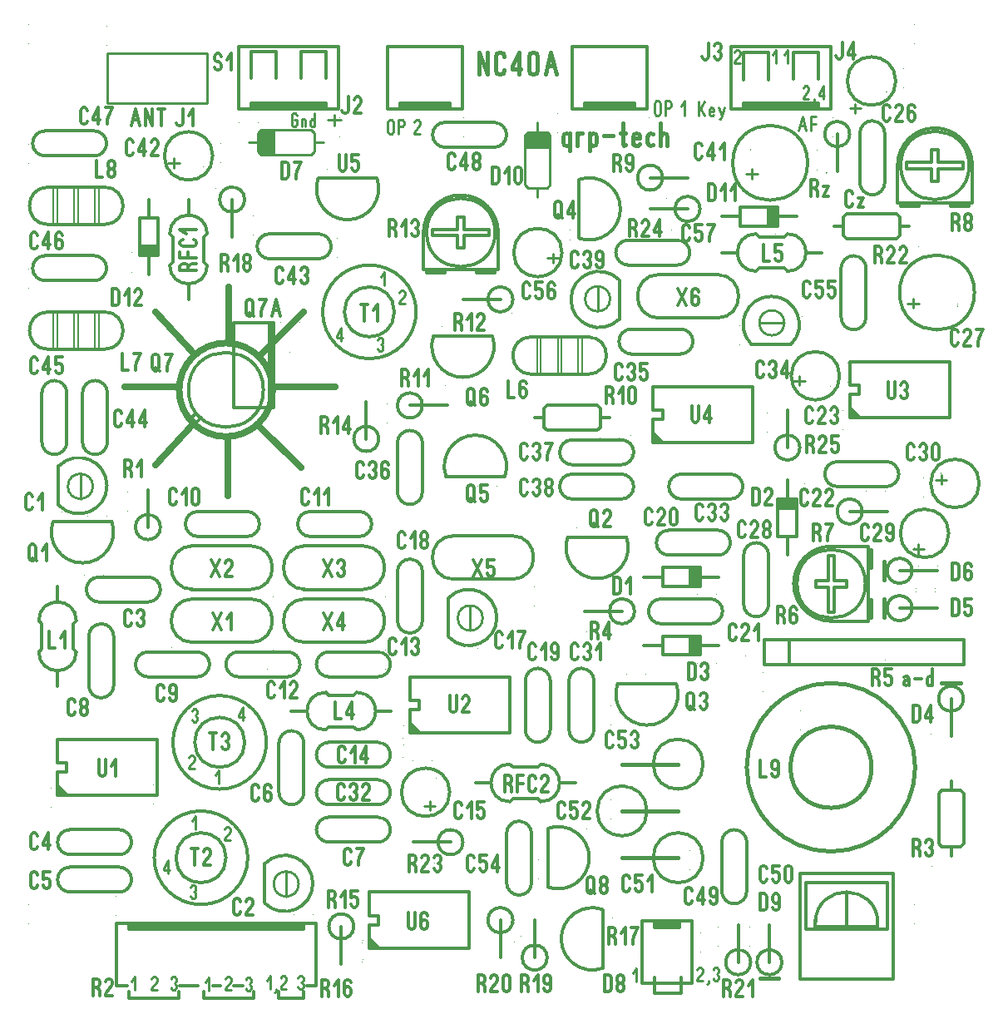
<source format=gbr>
%FSLAX34Y34*%
%MOMM*%
%LNSILK_TOP*%
G71*
G01*
%ADD10C, 0.305*%
%ADD11C, 0.203*%
%ADD12C, 0.009*%
%ADD13C, 0.635*%
%ADD14C, 0.381*%
%ADD15C, 0.300*%
%ADD16C, 0.254*%
%ADD17C, 0.302*%
%ADD18C, 0.242*%
%ADD19C, 0.250*%
%ADD20C, 0.403*%
%ADD21C, 0.240*%
%ADD22C, 0.282*%
%ADD23C, 0.262*%
%LPD*%
G54D10*
X35719Y-101600D02*
X85719Y-101600D01*
G54D10*
X35719Y-127000D02*
X85719Y-127000D01*
G54D10*
G75*
G01X35719Y-101600D02*
G03X23019Y-114300I0J-12700D01*
G01*
G54D10*
G75*
G01X98419Y-114300D02*
G03X85719Y-101600I-12700J0D01*
G01*
G54D10*
G75*
G01X85719Y-127000D02*
G03X98419Y-114300I0J12700D01*
G01*
G54D10*
G75*
G01X23019Y-114300D02*
G03X35719Y-127000I12700J0D01*
G01*
G54D10*
G75*
G01X96044Y-196850D02*
G03X96044Y-158750I0J19050D01*
G01*
G54D10*
G75*
G01X38894Y-158750D02*
G03X38894Y-196850I0J-19050D01*
G01*
G54D10*
X38894Y-158750D02*
X96044Y-158750D01*
G54D10*
X38894Y-196850D02*
X96044Y-196850D01*
G54D11*
X44450Y-158750D02*
X44450Y-196850D01*
G54D11*
X48419Y-158750D02*
X48419Y-196850D01*
G54D11*
X90488Y-158750D02*
X90488Y-196850D01*
G54D11*
X86519Y-158750D02*
X86519Y-196850D01*
G54D11*
X65484Y-159544D02*
X65484Y-196056D01*
G54D11*
X69453Y-159544D02*
X69453Y-196850D01*
G54D12*
X18320Y-114970D02*
X18320Y-114970D01*
G54D12*
X18320Y-134470D02*
X18320Y-134470D01*
G54D10*
X35719Y-228600D02*
X85719Y-228600D01*
G54D10*
X35719Y-254000D02*
X85719Y-254000D01*
G54D10*
G75*
G01X35719Y-228600D02*
G03X23019Y-241300I0J-12700D01*
G01*
G54D10*
G75*
G01X98419Y-241300D02*
G03X85719Y-228600I-12700J0D01*
G01*
G54D10*
G75*
G01X85719Y-254000D02*
G03X98419Y-241300I0J12700D01*
G01*
G54D10*
G75*
G01X23019Y-241300D02*
G03X35719Y-254000I12700J0D01*
G01*
G54D10*
G75*
G01X96044Y-323850D02*
G03X96044Y-285750I0J19050D01*
G01*
G54D10*
G75*
G01X38894Y-285750D02*
G03X38894Y-323850I0J-19050D01*
G01*
G54D10*
X38894Y-285750D02*
X96044Y-285750D01*
G54D10*
X38894Y-323850D02*
X96044Y-323850D01*
G54D11*
X44450Y-285750D02*
X44450Y-323850D01*
G54D11*
X48419Y-285750D02*
X48419Y-323850D01*
G54D11*
X90488Y-285750D02*
X90488Y-323850D01*
G54D11*
X86519Y-285750D02*
X86519Y-323850D01*
G54D11*
X65484Y-286544D02*
X65484Y-323056D01*
G54D11*
X69453Y-286544D02*
X69453Y-323850D01*
G54D12*
X18320Y-241970D02*
X18320Y-241970D01*
G54D12*
X18320Y-261470D02*
X18320Y-261470D01*
G54D10*
X57944Y-368300D02*
X57944Y-418300D01*
G54D10*
X32544Y-368300D02*
X32544Y-418300D01*
G54D10*
G75*
G01X57944Y-368300D02*
G03X45244Y-355600I-12700J0D01*
G01*
G54D10*
G75*
G01X45244Y-431000D02*
G03X57944Y-418300I0J12700D01*
G01*
G54D10*
G75*
G01X32544Y-418300D02*
G03X45244Y-431000I12700J0D01*
G01*
G54D10*
G75*
G01X45244Y-355600D02*
G03X32544Y-368300I0J-12700D01*
G01*
G54D10*
G75*
G01X257966Y-365123D02*
G03X257966Y-365123I-38100J0D01*
G01*
G54D10*
X189769Y-388925D02*
X184969Y-393725D01*
X189769Y-398425D01*
X194469Y-393725D01*
G54D12*
X284719Y-326275D02*
X284719Y-326275D01*
G54D12*
X265219Y-326275D02*
X265219Y-326275D01*
G54D13*
G75*
G01X267495Y-365126D02*
G03X267495Y-365126I-47625J0D01*
G01*
G54D13*
X223044Y-317500D02*
X223044Y-260350D01*
G54D13*
X171450Y-361950D02*
X116681Y-361950D01*
G54D13*
X267494Y-361950D02*
X330994Y-361950D01*
G54D13*
X254794Y-330200D02*
X299244Y-285750D01*
G54D13*
X251619Y-400050D02*
X296069Y-444500D01*
G54D13*
X221456Y-412750D02*
X221456Y-473075D01*
G54D13*
X186531Y-400050D02*
X148431Y-441325D01*
G54D13*
X188119Y-328612D02*
X148431Y-285750D01*
G54D10*
G75*
G01X200819Y-206375D02*
G03X162719Y-206375I-19050J0D01*
G01*
G54D10*
G75*
G01X162719Y-238125D02*
G03X200819Y-238125I19050J0D01*
G01*
G54D10*
X200819Y-206375D02*
X197644Y-209550D01*
X197644Y-234950D01*
X200819Y-238125D01*
G54D10*
X162719Y-206375D02*
X165894Y-209550D01*
X165894Y-234950D01*
X162719Y-238125D01*
G54D10*
X181769Y-171450D02*
X181769Y-187325D01*
G54D10*
X181769Y-273050D02*
X181769Y-257175D01*
G54D12*
X228343Y-160020D02*
X228343Y-160020D01*
G54D12*
X208843Y-160020D02*
X208843Y-160020D01*
G54D10*
X264319Y-206375D02*
X314319Y-206375D01*
G54D10*
X264319Y-231775D02*
X314319Y-231775D01*
G54D10*
G75*
G01X264319Y-206375D02*
G03X251619Y-219075I0J-12700D01*
G01*
G54D10*
G75*
G01X327019Y-219075D02*
G03X314319Y-206375I-12700J0D01*
G01*
G54D10*
G75*
G01X314319Y-231775D02*
G03X327019Y-219075I0J12700D01*
G01*
G54D10*
G75*
G01X251619Y-219075D02*
G03X264319Y-231775I12700J0D01*
G01*
G54D10*
G75*
G01X313721Y-150011D02*
G03X373666Y-150011I29973J-10321D01*
G01*
G54D10*
X313972Y-149836D02*
X373571Y-149867D01*
G54D12*
X322296Y-140075D02*
X322296Y-140075D01*
G54D12*
X341796Y-140075D02*
X341796Y-140075D01*
G54D10*
G75*
G01X497098Y-204924D02*
G03X420998Y-204917I-38050J7D01*
G01*
G54D10*
X420948Y-204967D02*
X420949Y-243067D01*
X497148Y-243067D01*
X497148Y-204967D01*
G54D10*
G75*
G01X493898Y-205017D02*
G03X493898Y-205017I-34850J0D01*
G01*
G54D10*
X430474Y-208142D02*
X455874Y-208142D01*
X455874Y-220842D01*
X462224Y-220842D01*
X462224Y-208142D01*
X487624Y-208142D01*
X487623Y-201792D01*
X462224Y-201792D01*
X462224Y-189092D01*
X455874Y-189092D01*
X455874Y-201792D01*
X430474Y-201792D01*
X430474Y-208142D01*
G54D10*
X424124Y-243067D02*
X424124Y-246242D01*
X443174Y-246242D01*
X443174Y-243067D01*
G54D10*
X474923Y-243067D02*
X474924Y-246242D01*
X493974Y-246242D01*
X493974Y-243067D01*
G54D10*
G75*
G01X413544Y-285750D02*
G03X413544Y-285750I-47625J0D01*
G01*
G54D10*
G75*
G01X391319Y-285750D02*
G03X391319Y-285750I-25400J0D01*
G01*
G54D12*
X332645Y-210811D02*
X332645Y-210811D01*
G54D12*
X332645Y-230311D02*
X332645Y-230311D01*
G54D10*
G75*
G01X431196Y-310349D02*
G03X491141Y-310349I29972J-10320D01*
G01*
G54D10*
X431447Y-310173D02*
X491046Y-310204D01*
G54D12*
X439771Y-300413D02*
X439771Y-300413D01*
G54D12*
X459271Y-300412D02*
X459271Y-300412D01*
G54D10*
G75*
G01X579430Y-210948D02*
G03X579430Y-151002I10320J29973D01*
G01*
G54D10*
X579254Y-210697D02*
X579286Y-151098D01*
G54D12*
X569494Y-202373D02*
X569494Y-202373D01*
G54D12*
X569494Y-182873D02*
X569494Y-182873D01*
G54D10*
X854868Y-336526D02*
X854868Y-360426D01*
X864368Y-360426D01*
X864368Y-369826D01*
X854868Y-369826D01*
X854868Y-393726D01*
X956468Y-393726D01*
X956468Y-336526D01*
X854868Y-336526D01*
G36*
X854768Y-393626D02*
X854768Y-381026D01*
X867568Y-393626D01*
X854768Y-393626D01*
G37*
G54D12*
X847868Y-405226D02*
X847868Y-405226D01*
G54D12*
X847868Y-385726D02*
X847868Y-385726D01*
G54D10*
X654843Y-361926D02*
X654843Y-385826D01*
X664343Y-385826D01*
X664343Y-395226D01*
X654843Y-395226D01*
X654843Y-419126D01*
X756443Y-419126D01*
X756443Y-361926D01*
X654843Y-361926D01*
G36*
X654743Y-419026D02*
X654743Y-406426D01*
X667543Y-419026D01*
X654743Y-419026D01*
G37*
G54D12*
X631968Y-430626D02*
X631968Y-430626D01*
G54D12*
X631968Y-411126D02*
X631968Y-411126D01*
G54D10*
X48418Y-720701D02*
X48418Y-744601D01*
X57918Y-744601D01*
X57918Y-754001D01*
X48418Y-754001D01*
X48418Y-777901D01*
X150018Y-777901D01*
X150018Y-720701D01*
X48418Y-720701D01*
G36*
X48318Y-777801D02*
X48318Y-765201D01*
X61118Y-777801D01*
X48318Y-777801D01*
G37*
G54D12*
X41418Y-789401D02*
X41418Y-789401D01*
G54D12*
X41418Y-769901D02*
X41418Y-769901D01*
G54D10*
G75*
G01X242094Y-841375D02*
G03X242094Y-841375I-47625J0D01*
G01*
G54D10*
G75*
G01X219869Y-841375D02*
G03X219869Y-841375I-25400J0D01*
G01*
G54D12*
X145320Y-766436D02*
X145320Y-766436D01*
G54D12*
X145320Y-785936D02*
X145320Y-785936D01*
G54D10*
G75*
G01X261144Y-723900D02*
G03X261144Y-723900I-47625J0D01*
G01*
G54D10*
G75*
G01X238919Y-723900D02*
G03X238919Y-723900I-25400J0D01*
G01*
G54D12*
X164370Y-626736D02*
X164370Y-626736D01*
G54D12*
X164370Y-668461D02*
X164370Y-668461D01*
G54D10*
X245113Y-622276D02*
X184813Y-622276D01*
G54D10*
X245013Y-577876D02*
X184713Y-577876D01*
G54D10*
G75*
G01X244913Y-622276D02*
G03X244913Y-577876I0J22200D01*
G01*
G54D10*
G75*
G01X186421Y-577876D02*
G03X186421Y-622276I0J-22200D01*
G01*
G54D12*
X261513Y-649026D02*
X261513Y-649026D01*
G54D12*
X267863Y-629526D02*
X267863Y-629526D01*
G54D10*
X245113Y-568301D02*
X184813Y-568301D01*
G54D10*
X245013Y-523900D02*
X184713Y-523900D01*
G54D10*
G75*
G01X244913Y-568300D02*
G03X244913Y-523900I0J22200D01*
G01*
G54D10*
G75*
G01X186421Y-523900D02*
G03X186421Y-568300I0J-22200D01*
G01*
G54D12*
X267863Y-595051D02*
X267863Y-595051D01*
G54D12*
X267863Y-575551D02*
X267863Y-575551D01*
G54D10*
X359413Y-622276D02*
X299113Y-622276D01*
G54D10*
X359313Y-577876D02*
X299013Y-577876D01*
G54D10*
G75*
G01X359213Y-622276D02*
G03X359213Y-577876I0J22200D01*
G01*
G54D10*
G75*
G01X300721Y-577876D02*
G03X300721Y-622276I0J-22200D01*
G01*
G54D12*
X382163Y-649026D02*
X382163Y-649026D01*
G54D12*
X382163Y-629526D02*
X382163Y-629526D01*
G54D10*
X359413Y-568301D02*
X299113Y-568301D01*
G54D10*
X359313Y-523900D02*
X299013Y-523900D01*
G54D10*
G75*
G01X359213Y-568300D02*
G03X359213Y-523900I0J22200D01*
G01*
G54D10*
G75*
G01X300721Y-523900D02*
G03X300721Y-568300I0J-22200D01*
G01*
G54D12*
X382163Y-595051D02*
X382163Y-595051D01*
G54D12*
X382163Y-575551D02*
X382163Y-575551D01*
G54D10*
X407193Y-657201D02*
X407193Y-681101D01*
X416693Y-681101D01*
X416693Y-690501D01*
X407193Y-690501D01*
X407193Y-714401D01*
X508793Y-714401D01*
X508793Y-657201D01*
X407193Y-657201D01*
G36*
X407093Y-714301D02*
X407093Y-701701D01*
X419893Y-714301D01*
X407093Y-714301D01*
G37*
G54D12*
X400193Y-725901D02*
X400193Y-725901D01*
G54D12*
X400193Y-706401D02*
X400193Y-706401D01*
G54D10*
X365919Y-876275D02*
X365919Y-900175D01*
X375419Y-900175D01*
X375419Y-909575D01*
X365919Y-909575D01*
X365919Y-933475D01*
X467519Y-933475D01*
X467519Y-876275D01*
X365919Y-876275D01*
G36*
X365819Y-933375D02*
X365819Y-920775D01*
X378619Y-933375D01*
X365819Y-933375D01*
G37*
G54D12*
X358919Y-944975D02*
X358919Y-944975D01*
G54D12*
X358919Y-925475D02*
X358919Y-925475D01*
G54D10*
X99219Y-368300D02*
X99219Y-418300D01*
G54D10*
X73819Y-368300D02*
X73819Y-418300D01*
G54D10*
G75*
G01X99219Y-368300D02*
G03X86519Y-355600I-12700J0D01*
G01*
G54D10*
G75*
G01X86519Y-431000D02*
G03X99219Y-418300I0J12700D01*
G01*
G54D10*
G75*
G01X73819Y-418300D02*
G03X86519Y-431000I12700J0D01*
G01*
G54D10*
G75*
G01X86519Y-355600D02*
G03X73819Y-368300I0J-12700D01*
G01*
G54D10*
X268169Y-296525D02*
X227469Y-296525D01*
X227469Y-382925D01*
X268169Y-382925D01*
X268169Y-296525D01*
G54D12*
X294919Y-295775D02*
X294919Y-295775D01*
G54D12*
X275419Y-295775D02*
X275419Y-295775D01*
G36*
X267742Y-296784D02*
X264044Y-296784D01*
X264044Y-382878D01*
X267742Y-382878D01*
X267890Y-382730D01*
X267890Y-297376D01*
X264340Y-297376D01*
X267742Y-296784D01*
G37*
G54D10*
X267742Y-296784D02*
X264044Y-296784D01*
X264044Y-382878D01*
X267742Y-382878D01*
X267890Y-382730D01*
X267890Y-297376D01*
X264340Y-297376D01*
X267742Y-296784D01*
G54D10*
G75*
G01X238927Y-171448D02*
G03X238927Y-171448I-12700J0D01*
G01*
G54D10*
X226219Y-209550D02*
X226219Y-171450D01*
G54D12*
X246951Y-207345D02*
X246951Y-207345D01*
G54D12*
X246951Y-187845D02*
X246951Y-187845D01*
G54D10*
G75*
G01X375452Y-415062D02*
G03X375452Y-415062I-12700J0D01*
G01*
G54D10*
X362744Y-376960D02*
X362744Y-415060D01*
G54D12*
X383476Y-379165D02*
X383476Y-379165D01*
G54D12*
X383476Y-398665D02*
X383476Y-398665D01*
G54D10*
G75*
G01X511971Y-273058D02*
G03X511971Y-273058I-12700J0D01*
G01*
G54D10*
X461169Y-273050D02*
X499269Y-273050D01*
G54D12*
X463374Y-293782D02*
X463374Y-293782D01*
G54D12*
X482874Y-293782D02*
X482874Y-293782D01*
G54D10*
G75*
G01X664367Y-149233D02*
G03X664367Y-149233I-12700J0D01*
G01*
G54D10*
X689769Y-149225D02*
X651669Y-149225D01*
G54D12*
X687564Y-169957D02*
X687564Y-169957D01*
G54D12*
X668064Y-169957D02*
X668064Y-169957D01*
G54D10*
G75*
G01X702471Y-180983D02*
G03X702471Y-180983I-12700J0D01*
G01*
G54D10*
X651669Y-180975D02*
X689769Y-180975D01*
G54D12*
X653874Y-201707D02*
X653874Y-201707D01*
G54D12*
X673374Y-201707D02*
X673374Y-201707D01*
G54D10*
G75*
G01X503842Y-453239D02*
G03X443896Y-453239I-29973J10321D01*
G01*
G54D10*
X503591Y-453414D02*
X443992Y-453383D01*
G54D12*
X495267Y-463175D02*
X495267Y-463175D01*
G54D12*
X475767Y-463175D02*
X475767Y-463175D01*
G54D10*
X419894Y-419100D02*
X419894Y-469100D01*
G54D10*
X394494Y-419100D02*
X394494Y-469100D01*
G54D10*
G75*
G01X419894Y-419100D02*
G03X407194Y-406400I-12700J0D01*
G01*
G54D10*
G75*
G01X407194Y-481800D02*
G03X419894Y-469100I0J12700D01*
G01*
G54D10*
G75*
G01X394494Y-469100D02*
G03X407194Y-481800I12700J0D01*
G01*
G54D10*
G75*
G01X407194Y-406400D02*
G03X394494Y-419100I0J-12700D01*
G01*
G54D10*
G75*
G01X419892Y-380992D02*
G03X419892Y-380992I-12700J0D01*
G01*
G54D10*
X445294Y-381000D02*
X407194Y-381000D01*
G54D12*
X443089Y-360268D02*
X443089Y-360268D01*
G54D12*
X423589Y-360268D02*
X423589Y-360268D01*
G54D10*
G75*
G01X588169Y-349250D02*
G03X588169Y-311150I0J19050D01*
G01*
G54D10*
G75*
G01X531019Y-311150D02*
G03X531019Y-349250I0J-19050D01*
G01*
G54D10*
X531019Y-311150D02*
X588169Y-311150D01*
G54D10*
X531019Y-349250D02*
X588169Y-349250D01*
G54D11*
X536575Y-311150D02*
X536575Y-349250D01*
G54D11*
X540544Y-311150D02*
X540544Y-349250D01*
G54D11*
X582612Y-311150D02*
X582612Y-349250D01*
G54D11*
X578644Y-311150D02*
X578644Y-349250D01*
G54D11*
X557609Y-311944D02*
X557609Y-348456D01*
G54D11*
X561578Y-311944D02*
X561578Y-349250D01*
G54D12*
X510445Y-267370D02*
X510445Y-267370D01*
G54D12*
X510445Y-286870D02*
X510445Y-286870D01*
G54D10*
X719776Y-292076D02*
X659476Y-292076D01*
G54D10*
X719676Y-247676D02*
X659375Y-247676D01*
G54D10*
G75*
G01X719576Y-292076D02*
G03X719576Y-247676I0J22200D01*
G01*
G54D10*
G75*
G01X661084Y-247675D02*
G03X661084Y-292075I0J-22200D01*
G01*
G54D12*
X742526Y-318825D02*
X742526Y-318825D01*
G54D12*
X742526Y-299326D02*
X742526Y-299326D01*
G54D10*
X632619Y-303212D02*
X682619Y-303212D01*
G54D10*
X632619Y-328612D02*
X682619Y-328612D01*
G54D10*
G75*
G01X632619Y-303212D02*
G03X619919Y-315912I0J-12700D01*
G01*
G54D10*
G75*
G01X695319Y-315912D02*
G03X682619Y-303212I-12700J0D01*
G01*
G54D10*
G75*
G01X682619Y-328612D02*
G03X695319Y-315912I0J12700D01*
G01*
G54D10*
G75*
G01X619919Y-315912D02*
G03X632619Y-328612I12700J0D01*
G01*
G54D10*
X572294Y-415925D02*
X622294Y-415925D01*
G54D10*
X572294Y-441325D02*
X622294Y-441325D01*
G54D10*
G75*
G01X572294Y-415925D02*
G03X559594Y-428625I0J-12700D01*
G01*
G54D10*
G75*
G01X634994Y-428625D02*
G03X622294Y-415925I-12700J0D01*
G01*
G54D10*
G75*
G01X622294Y-441325D02*
G03X634994Y-428625I0J12700D01*
G01*
G54D10*
G75*
G01X559594Y-428625D02*
G03X572294Y-441325I12700J0D01*
G01*
G54D10*
X572294Y-450850D02*
X622294Y-450850D01*
G54D10*
X572294Y-476250D02*
X622294Y-476250D01*
G54D10*
G75*
G01X572294Y-450850D02*
G03X559594Y-463550I0J-12700D01*
G01*
G54D10*
G75*
G01X634994Y-463550D02*
G03X622294Y-450850I-12700J0D01*
G01*
G54D10*
G75*
G01X622294Y-476250D02*
G03X634994Y-463550I0J12700D01*
G01*
G54D10*
G75*
G01X559594Y-463550D02*
G03X572294Y-476250I12700J0D01*
G01*
G54D10*
X683419Y-450850D02*
X733419Y-450850D01*
G54D10*
X683419Y-476250D02*
X733419Y-476250D01*
G54D10*
G75*
G01X683419Y-450850D02*
G03X670719Y-463550I0J-12700D01*
G01*
G54D10*
G75*
G01X746119Y-463550D02*
G03X733419Y-450850I-12700J0D01*
G01*
G54D10*
G75*
G01X733419Y-476250D02*
G03X746119Y-463550I0J12700D01*
G01*
G54D10*
G75*
G01X670719Y-463550D02*
G03X683419Y-476250I12700J0D01*
G01*
G54D10*
G75*
G01X867567Y-488942D02*
G03X867567Y-488942I-12700J0D01*
G01*
G54D10*
X892969Y-488950D02*
X854869Y-488950D01*
G54D12*
X890764Y-468218D02*
X890764Y-468218D01*
G54D12*
X871264Y-468218D02*
X871264Y-468218D01*
G54D10*
X842169Y-438150D02*
X892169Y-438150D01*
G54D10*
X842169Y-463550D02*
X892169Y-463550D01*
G54D10*
G75*
G01X842169Y-438150D02*
G03X829469Y-450850I0J-12700D01*
G01*
G54D10*
G75*
G01X904869Y-450850D02*
G03X892169Y-438150I-12700J0D01*
G01*
G54D10*
G75*
G01X892169Y-463550D02*
G03X904869Y-450850I0J12700D01*
G01*
G54D10*
G75*
G01X829469Y-450850D02*
G03X842169Y-463550I12700J0D01*
G01*
G54D10*
G75*
G01X979698Y-136661D02*
G03X903598Y-136655I-38050J6D01*
G01*
G54D10*
X903548Y-136704D02*
X903549Y-174804D01*
X979748Y-174805D01*
X979748Y-136705D01*
G54D10*
G75*
G01X976498Y-136754D02*
G03X976498Y-136754I-34850J0D01*
G01*
G54D10*
X913074Y-139880D02*
X938474Y-139880D01*
X938474Y-152580D01*
X944824Y-152580D01*
X944824Y-139879D01*
X970224Y-139879D01*
X970223Y-133530D01*
X944824Y-133530D01*
X944824Y-120830D01*
X938474Y-120830D01*
X938474Y-133530D01*
X913074Y-133529D01*
X913074Y-139880D01*
G54D10*
X906724Y-174805D02*
X906724Y-177980D01*
X925774Y-177980D01*
X925774Y-174804D01*
G54D10*
X957523Y-174804D02*
X957524Y-177980D01*
X976574Y-177980D01*
X976574Y-174805D01*
G54D10*
X871538Y-241300D02*
X871538Y-291300D01*
G54D10*
X846138Y-241300D02*
X846138Y-291300D01*
G54D10*
G75*
G01X871538Y-241300D02*
G03X858838Y-228600I-12700J0D01*
G01*
G54D10*
G75*
G01X858838Y-304000D02*
G03X871538Y-291300I0J12700D01*
G01*
G54D10*
G75*
G01X846138Y-291300D02*
G03X858838Y-304000I12700J0D01*
G01*
G54D10*
G75*
G01X858838Y-228600D02*
G03X846138Y-241300I0J-12700D01*
G01*
G54D10*
G75*
G01X43846Y-499261D02*
G03X103791Y-499261I29972J-10321D01*
G01*
G54D10*
X44097Y-499086D02*
X103696Y-499117D01*
G54D12*
X52421Y-489325D02*
X52421Y-489325D01*
G54D12*
X71921Y-489325D02*
X71921Y-489325D01*
G54D10*
X191294Y-488950D02*
X241294Y-488950D01*
G54D10*
X191294Y-514350D02*
X241294Y-514350D01*
G54D10*
G75*
G01X191294Y-488950D02*
G03X178594Y-501650I0J-12700D01*
G01*
G54D10*
G75*
G01X253994Y-501650D02*
G03X241294Y-488950I-12700J0D01*
G01*
G54D10*
G75*
G01X241294Y-514350D02*
G03X253994Y-501650I0J12700D01*
G01*
G54D10*
G75*
G01X178594Y-501650D02*
G03X191294Y-514350I12700J0D01*
G01*
G54D10*
G75*
G01X153186Y-504827D02*
G03X153186Y-504827I-12700J0D01*
G01*
G54D10*
X140494Y-466725D02*
X140494Y-504825D01*
G54D12*
X119762Y-468930D02*
X119762Y-468930D01*
G54D12*
X119762Y-488430D02*
X119762Y-488430D01*
G54D10*
G75*
G01X67469Y-600075D02*
G03X29369Y-600075I-19050J0D01*
G01*
G54D10*
G75*
G01X29369Y-631825D02*
G03X67469Y-631825I19050J0D01*
G01*
G54D10*
X67469Y-600075D02*
X64294Y-603250D01*
X64294Y-628650D01*
X67469Y-631825D01*
G54D10*
X29369Y-600075D02*
X32544Y-603250D01*
X32544Y-628650D01*
X29369Y-631825D01*
G54D10*
X48419Y-565150D02*
X48419Y-581025D01*
G54D10*
X48419Y-666750D02*
X48419Y-650875D01*
G54D12*
X94993Y-553720D02*
X94993Y-553720D01*
G54D12*
X75493Y-553720D02*
X75493Y-553720D01*
G54D10*
X140494Y-581025D02*
X90494Y-581025D01*
G54D10*
X140494Y-555625D02*
X90494Y-555625D01*
G54D10*
G75*
G01X140494Y-581025D02*
G03X153194Y-568325I0J12700D01*
G01*
G54D10*
G75*
G01X77794Y-568325D02*
G03X90494Y-581025I12700J0D01*
G01*
G54D10*
G75*
G01X90494Y-555625D02*
G03X77794Y-568325I0J-12700D01*
G01*
G54D10*
G75*
G01X153194Y-568325D02*
G03X140494Y-555625I-12700J0D01*
G01*
G54D10*
X305594Y-488950D02*
X355594Y-488950D01*
G54D10*
X305594Y-514350D02*
X355594Y-514350D01*
G54D10*
G75*
G01X305594Y-488950D02*
G03X292894Y-501650I0J-12700D01*
G01*
G54D10*
G75*
G01X368294Y-501650D02*
G03X355594Y-488950I-12700J0D01*
G01*
G54D10*
G75*
G01X355594Y-514350D02*
G03X368294Y-501650I0J12700D01*
G01*
G54D10*
G75*
G01X292894Y-501650D02*
G03X305594Y-514350I12700J0D01*
G01*
G54D10*
X140494Y-631825D02*
X190494Y-631825D01*
G54D10*
X140494Y-657225D02*
X190494Y-657225D01*
G54D10*
G75*
G01X140494Y-631825D02*
G03X127794Y-644525I0J-12700D01*
G01*
G54D10*
G75*
G01X203194Y-644525D02*
G03X190494Y-631825I-12700J0D01*
G01*
G54D10*
G75*
G01X190494Y-657225D02*
G03X203194Y-644525I0J12700D01*
G01*
G54D10*
G75*
G01X127794Y-644525D02*
G03X140494Y-657225I12700J0D01*
G01*
G54D10*
X232569Y-631825D02*
X282569Y-631825D01*
G54D10*
X232569Y-657225D02*
X282569Y-657225D01*
G54D10*
G75*
G01X232569Y-631825D02*
G03X219869Y-644525I0J-12700D01*
G01*
G54D10*
G75*
G01X295269Y-644525D02*
G03X282569Y-631825I-12700J0D01*
G01*
G54D10*
G75*
G01X282569Y-657225D02*
G03X295269Y-644525I0J12700D01*
G01*
G54D10*
G75*
G01X219869Y-644525D02*
G03X232569Y-657225I12700J0D01*
G01*
G54D10*
X324644Y-631825D02*
X374644Y-631825D01*
G54D10*
X324644Y-657225D02*
X374644Y-657225D01*
G54D10*
G75*
G01X324644Y-631825D02*
G03X311944Y-644525I0J-12700D01*
G01*
G54D10*
G75*
G01X387344Y-644525D02*
G03X374644Y-631825I-12700J0D01*
G01*
G54D10*
G75*
G01X374644Y-657225D02*
G03X387344Y-644525I0J12700D01*
G01*
G54D10*
G75*
G01X311944Y-644525D02*
G03X324644Y-657225I12700J0D01*
G01*
G54D10*
X105569Y-615950D02*
X105569Y-665950D01*
G54D10*
X80169Y-615950D02*
X80169Y-665950D01*
G54D10*
G75*
G01X105569Y-615950D02*
G03X92869Y-603250I-12700J0D01*
G01*
G54D10*
G75*
G01X92869Y-678650D02*
G03X105569Y-665950I0J12700D01*
G01*
G54D10*
G75*
G01X80169Y-665950D02*
G03X92869Y-678650I12700J0D01*
G01*
G54D10*
G75*
G01X92869Y-603250D02*
G03X80169Y-615950I0J-12700D01*
G01*
G54D10*
X61119Y-812800D02*
X111119Y-812800D01*
G54D10*
X61119Y-838200D02*
X111119Y-838200D01*
G54D10*
G75*
G01X61119Y-812800D02*
G03X48419Y-825500I0J-12700D01*
G01*
G54D10*
G75*
G01X123819Y-825500D02*
G03X111119Y-812800I-12700J0D01*
G01*
G54D10*
G75*
G01X111119Y-838200D02*
G03X123819Y-825500I0J12700D01*
G01*
G54D10*
G75*
G01X48419Y-825500D02*
G03X61119Y-838200I12700J0D01*
G01*
G54D10*
X61119Y-850900D02*
X111119Y-850900D01*
G54D10*
X61119Y-876300D02*
X111119Y-876300D01*
G54D10*
G75*
G01X61119Y-850900D02*
G03X48419Y-863600I0J-12700D01*
G01*
G54D10*
G75*
G01X123819Y-863600D02*
G03X111119Y-850900I-12700J0D01*
G01*
G54D10*
G75*
G01X111119Y-876300D02*
G03X123819Y-863600I0J12700D01*
G01*
G54D10*
G75*
G01X48419Y-863600D02*
G03X61119Y-876300I12700J0D01*
G01*
G54D10*
G75*
G01X353219Y-711200D02*
G03X353219Y-673100I0J19050D01*
G01*
G54D10*
G75*
G01X321469Y-673100D02*
G03X321469Y-711200I0J-19050D01*
G01*
G54D10*
X353219Y-711200D02*
X350044Y-708025D01*
X324644Y-708025D01*
X321469Y-711200D01*
G54D10*
X353219Y-673100D02*
X350044Y-676275D01*
X324644Y-676275D01*
X321469Y-673100D01*
G54D10*
X388144Y-692150D02*
X372269Y-692150D01*
G54D10*
X286544Y-692150D02*
X302419Y-692150D01*
G54D12*
X399574Y-738724D02*
X399574Y-738724D01*
G54D12*
X399574Y-719224D02*
X399574Y-719224D01*
G54D10*
X273844Y-774700D02*
X273844Y-724700D01*
G54D10*
X299244Y-774700D02*
X299244Y-724700D01*
G54D10*
G75*
G01X273844Y-774700D02*
G03X286544Y-787400I12700J0D01*
G01*
G54D10*
G75*
G01X286544Y-712000D02*
G03X273844Y-724700I0J-12700D01*
G01*
G54D10*
G75*
G01X299244Y-724700D02*
G03X286544Y-712000I-12700J0D01*
G01*
G54D10*
G75*
G01X286544Y-787400D02*
G03X299244Y-774700I0J12700D01*
G01*
G54D10*
X324644Y-723900D02*
X374644Y-723900D01*
G54D10*
X324644Y-749300D02*
X374644Y-749300D01*
G54D10*
G75*
G01X324644Y-723900D02*
G03X311944Y-736600I0J-12700D01*
G01*
G54D10*
G75*
G01X387344Y-736600D02*
G03X374644Y-723900I-12700J0D01*
G01*
G54D10*
G75*
G01X374644Y-749300D02*
G03X387344Y-736600I0J12700D01*
G01*
G54D10*
G75*
G01X311944Y-736600D02*
G03X324644Y-749300I12700J0D01*
G01*
G54D10*
X324644Y-762000D02*
X374644Y-762000D01*
G54D10*
X324644Y-787400D02*
X374644Y-787400D01*
G54D10*
G75*
G01X324644Y-762000D02*
G03X311944Y-774700I0J-12700D01*
G01*
G54D10*
G75*
G01X387344Y-774700D02*
G03X374644Y-762000I-12700J0D01*
G01*
G54D10*
G75*
G01X374644Y-787400D02*
G03X387344Y-774700I0J12700D01*
G01*
G54D10*
G75*
G01X311944Y-774700D02*
G03X324644Y-787400I12700J0D01*
G01*
G54D10*
G75*
G01X461171Y-825508D02*
G03X461171Y-825508I-12700J0D01*
G01*
G54D10*
X410369Y-825500D02*
X448469Y-825500D01*
G54D12*
X412574Y-846232D02*
X412574Y-846232D01*
G54D12*
X432074Y-846232D02*
X432074Y-846232D01*
G54D10*
G75*
G01X350052Y-911223D02*
G03X350052Y-911223I-12700J0D01*
G01*
G54D10*
X337344Y-949325D02*
X337344Y-911225D01*
G54D12*
X358076Y-947120D02*
X358076Y-947120D01*
G54D12*
X358076Y-927620D02*
X358076Y-927620D01*
G54D10*
G75*
G01X511977Y-904873D02*
G03X511977Y-904873I-12700J0D01*
G01*
G54D10*
X499269Y-942975D02*
X499269Y-904875D01*
G54D12*
X520001Y-940770D02*
X520001Y-940770D01*
G54D12*
X520001Y-921270D02*
X520001Y-921270D01*
G54D10*
G75*
G01X603258Y-893952D02*
G03X603258Y-953898I-10321J-29973D01*
G01*
G54D10*
X603433Y-894203D02*
X603402Y-953802D01*
G54D12*
X613194Y-902527D02*
X613194Y-902527D01*
G54D12*
X613194Y-922027D02*
X613194Y-922027D01*
G54D10*
G75*
G01X547680Y-871348D02*
G03X547680Y-811402I10320J29973D01*
G01*
G54D10*
X547504Y-871097D02*
X547536Y-811498D01*
G54D12*
X537744Y-862773D02*
X537744Y-862773D01*
G54D12*
X537744Y-843273D02*
X537744Y-843273D01*
G54D10*
G75*
G01X546886Y-942977D02*
G03X546886Y-942977I-12700J0D01*
G01*
G54D10*
X534194Y-904875D02*
X534194Y-942975D01*
G54D12*
X513462Y-907080D02*
X513462Y-907080D01*
G54D12*
X513462Y-926580D02*
X513462Y-926580D01*
G54D14*
X623094Y-841375D02*
X680244Y-841375D01*
G54D12*
X611664Y-781763D02*
X611664Y-781763D01*
G54D12*
X611664Y-801263D02*
X611664Y-801263D01*
G54D10*
G75*
G01X705647Y-841380D02*
G03X705647Y-841380I-25400J0D01*
G01*
G54D14*
X680244Y-793750D02*
X623094Y-793750D01*
G54D12*
X691674Y-853362D02*
X691674Y-853362D01*
G54D12*
X691674Y-833862D02*
X691674Y-833862D01*
G54D10*
G75*
G01X648491Y-793745D02*
G03X648491Y-793745I-25400J0D01*
G01*
G54D14*
X623094Y-746125D02*
X680244Y-746125D01*
G54D12*
X611664Y-686513D02*
X611664Y-686513D01*
G54D12*
X611664Y-706013D02*
X611664Y-706013D01*
G54D10*
G75*
G01X705647Y-746130D02*
G03X705647Y-746130I-25400J0D01*
G01*
G54D14*
G75*
G01X921544Y-749300D02*
G03X921544Y-749300I-85725J0D01*
G01*
G54D14*
G75*
G01X877094Y-749300D02*
G03X877094Y-749300I-41275J0D01*
G01*
G54D12*
X748189Y-635915D02*
X748189Y-635915D01*
G54D12*
X891064Y-639540D02*
X891064Y-639540D01*
G54D10*
G75*
G01X540544Y-784225D02*
G03X540544Y-746125I0J19050D01*
G01*
G54D10*
G75*
G01X508794Y-746125D02*
G03X508794Y-784225I0J-19050D01*
G01*
G54D10*
X540544Y-784225D02*
X537369Y-781050D01*
X511969Y-781050D01*
X508794Y-784225D01*
G54D10*
X540544Y-746125D02*
X537369Y-749300D01*
X511969Y-749300D01*
X508794Y-746125D01*
G54D10*
X575469Y-765175D02*
X559594Y-765175D01*
G54D10*
X473869Y-765175D02*
X489744Y-765175D01*
G54D12*
X586899Y-811749D02*
X586899Y-811749D01*
G54D12*
X586899Y-792249D02*
X586899Y-792249D01*
G54D10*
X505619Y-866775D02*
X505618Y-816775D01*
G54D10*
X531019Y-866775D02*
X531018Y-816775D01*
G54D10*
G75*
G01X505619Y-866775D02*
G03X518319Y-879475I12700J0D01*
G01*
G54D10*
G75*
G01X518318Y-804075D02*
G03X505618Y-816775I0J-12700D01*
G01*
G54D10*
G75*
G01X531018Y-816775D02*
G03X518318Y-804075I-12700J0D01*
G01*
G54D10*
G75*
G01X518319Y-879475D02*
G03X531019Y-866775I0J12700D01*
G01*
G54D10*
X524669Y-711200D02*
X524668Y-661200D01*
G54D10*
X550069Y-711200D02*
X550068Y-661200D01*
G54D10*
G75*
G01X524669Y-711200D02*
G03X537369Y-723900I12700J0D01*
G01*
G54D10*
G75*
G01X537368Y-648500D02*
G03X524668Y-661200I0J-12700D01*
G01*
G54D10*
G75*
G01X550068Y-661200D02*
G03X537368Y-648500I-12700J0D01*
G01*
G54D10*
G75*
G01X537369Y-723900D02*
G03X550069Y-711200I0J12700D01*
G01*
G54D10*
X569119Y-711200D02*
X569118Y-661200D01*
G54D10*
X594519Y-711200D02*
X594518Y-661200D01*
G54D10*
G75*
G01X569119Y-711200D02*
G03X581819Y-723900I12700J0D01*
G01*
G54D10*
G75*
G01X581818Y-648500D02*
G03X569118Y-661200I0J-12700D01*
G01*
G54D10*
G75*
G01X594518Y-661200D02*
G03X581818Y-648500I-12700J0D01*
G01*
G54D10*
G75*
G01X581819Y-723900D02*
G03X594519Y-711200I0J12700D01*
G01*
G54D10*
G75*
G01X618521Y-664361D02*
G03X678466Y-664361I29973J-10321D01*
G01*
G54D10*
X618772Y-664186D02*
X678371Y-664217D01*
G54D12*
X627096Y-654425D02*
X627096Y-654425D01*
G54D12*
X646596Y-654425D02*
X646596Y-654425D01*
G54D10*
G75*
G01X567721Y-515136D02*
G03X627666Y-515136I29973J-10321D01*
G01*
G54D10*
X567972Y-514961D02*
X627571Y-514992D01*
G54D12*
X576296Y-505200D02*
X576296Y-505200D01*
G54D12*
X595796Y-505200D02*
X595796Y-505200D01*
G54D10*
X394494Y-600075D02*
X394494Y-550075D01*
G54D10*
X419894Y-600075D02*
X419894Y-550075D01*
G54D10*
G75*
G01X394494Y-600075D02*
G03X407194Y-612775I12700J0D01*
G01*
G54D10*
G75*
G01X407194Y-537375D02*
G03X394494Y-550075I0J-12700D01*
G01*
G54D10*
G75*
G01X419894Y-550075D02*
G03X407194Y-537375I-12700J0D01*
G01*
G54D10*
G75*
G01X407194Y-612775D02*
G03X419894Y-600075I0J12700D01*
G01*
G54D10*
X511019Y-557982D02*
X450719Y-557982D01*
G54D10*
X510919Y-513582D02*
X450619Y-513582D01*
G54D10*
G75*
G01X510819Y-557982D02*
G03X510819Y-513582I0J22200D01*
G01*
G54D10*
G75*
G01X452328Y-513582D02*
G03X452328Y-557982I0J-22200D01*
G01*
G54D12*
X533769Y-584732D02*
X533769Y-584732D01*
G54D12*
X533769Y-565232D02*
X533769Y-565232D01*
G54D10*
G75*
G01X635796Y-590558D02*
G03X635796Y-590558I-12700J0D01*
G01*
G54D10*
X584994Y-590550D02*
X623094Y-590550D01*
G54D12*
X587199Y-611282D02*
X587199Y-611282D01*
G54D12*
X606699Y-611282D02*
X606699Y-611282D01*
G54D10*
X767594Y-644525D02*
X970794Y-644525D01*
X970794Y-619125D01*
X767594Y-619125D01*
X767594Y-644525D01*
G54D10*
X792994Y-644525D02*
X792994Y-619125D01*
G54D12*
X766070Y-672049D02*
X766070Y-672049D01*
G54D12*
X766070Y-652549D02*
X766070Y-652549D01*
G54D12*
X964246Y-279826D02*
X964246Y-279420D01*
G54D12*
X964415Y-279623D02*
X964076Y-279623D01*
G54D10*
G75*
G01X981868Y-266003D02*
G03X981868Y-266003I-38100J0D01*
G01*
G54D12*
X964246Y-277444D02*
X964246Y-277038D01*
G54D12*
X964415Y-277241D02*
X964077Y-277241D01*
G54D10*
G75*
G01X901700Y-50800D02*
G03X901700Y-50800I-24606J0D01*
G01*
G54D12*
X891889Y-61592D02*
X891889Y-61186D01*
G54D12*
X892058Y-61389D02*
X891720Y-61389D01*
G54D12*
X909724Y-37708D02*
X909724Y-37708D01*
G54D12*
X909724Y-57208D02*
X909724Y-57208D01*
G54D12*
X920746Y-888396D02*
X920746Y-888396D01*
G54D12*
X920746Y-907896D02*
X920746Y-907896D01*
G54D12*
X920746Y6952D02*
X920746Y6952D01*
G54D12*
X920746Y-12548D02*
X920746Y-12548D01*
G54D12*
X19049Y6951D02*
X19049Y6951D01*
G54D12*
X19049Y-12549D02*
X19049Y-12549D01*
G54D12*
X19047Y-888394D02*
X19047Y-888394D01*
G54D12*
X19047Y-907894D02*
X19047Y-907894D01*
G54D10*
G75*
G01X844550Y-350838D02*
G03X844550Y-350838I-24606J0D01*
G01*
G54D12*
X834739Y-361630D02*
X834739Y-361224D01*
G54D12*
X834908Y-361427D02*
X834570Y-361427D01*
G54D12*
X852574Y-337746D02*
X852574Y-337746D01*
G54D12*
X852574Y-357246D02*
X852574Y-357246D01*
G54D12*
X753429Y-120223D02*
X753429Y-120629D01*
G54D12*
X753260Y-120426D02*
X753599Y-120426D01*
G54D10*
G75*
G01X812007Y-134046D02*
G03X812007Y-134046I-38100J0D01*
G01*
G54D10*
G75*
G01X561975Y-225425D02*
G03X561975Y-225425I-24606J0D01*
G01*
G54D12*
X552165Y-236218D02*
X552165Y-235811D01*
G54D12*
X552334Y-236014D02*
X551995Y-236014D01*
G54D12*
X569999Y-212333D02*
X569999Y-212333D01*
G54D12*
X569999Y-231833D02*
X569999Y-231833D01*
G54D10*
G75*
G01X447675Y-774700D02*
G03X447675Y-774700I-24606J0D01*
G01*
G54D12*
X433861Y-759905D02*
X433455Y-759905D01*
G54D12*
X433658Y-759735D02*
X433658Y-760074D01*
G54D12*
X409977Y-742070D02*
X409977Y-742070D01*
G54D12*
X429477Y-742070D02*
X429477Y-742070D01*
G54D15*
X334169Y-79375D02*
X232569Y-79375D01*
X232569Y-15875D01*
X334169Y-15875D01*
X334169Y-79375D01*
G36*
X321469Y-79375D02*
X321469Y-73025D01*
X245269Y-73025D01*
X245269Y-79375D01*
X321469Y-79375D01*
G37*
G54D15*
X321469Y-79375D02*
X321469Y-73025D01*
X245269Y-73025D01*
X245269Y-79375D01*
X321469Y-79375D01*
G54D12*
X335667Y-106873D02*
X335667Y-106873D01*
G54D12*
X335667Y-87373D02*
X335667Y-87373D01*
G54D15*
X835819Y-79375D02*
X734219Y-79375D01*
X734219Y-15875D01*
X835819Y-15875D01*
X835819Y-79375D01*
G36*
X823119Y-79375D02*
X823119Y-73025D01*
X746919Y-73025D01*
X746919Y-79375D01*
X823119Y-79375D01*
G37*
G54D15*
X823119Y-79375D02*
X823119Y-73025D01*
X746919Y-73025D01*
X746919Y-79375D01*
X823119Y-79375D01*
G54D12*
X837317Y-106873D02*
X837317Y-106873D01*
G54D12*
X837317Y-87373D02*
X837317Y-87373D01*
G54D15*
X648452Y-79526D02*
X572252Y-79526D01*
X572252Y-16026D01*
X648452Y-16026D01*
X648452Y-79526D01*
G36*
X635752Y-79526D02*
X635752Y-73176D01*
X584952Y-73176D01*
X584952Y-79526D01*
X635752Y-79526D01*
G37*
G54D15*
X635752Y-79526D02*
X635752Y-73176D01*
X584952Y-73176D01*
X584952Y-79526D01*
X635752Y-79526D01*
G54D12*
X649950Y-107024D02*
X649950Y-107024D01*
G54D12*
X649950Y-87524D02*
X649950Y-87524D01*
G36*
X121444Y-908050D02*
X121444Y-914400D01*
X299244Y-914400D01*
X299244Y-908050D01*
X121444Y-908050D01*
G37*
G54D15*
X121444Y-908050D02*
X121444Y-914400D01*
X299244Y-914400D01*
X299244Y-908050D01*
X121444Y-908050D01*
G54D12*
X107246Y-880552D02*
X107246Y-880552D01*
G54D12*
X107246Y-900052D02*
X107246Y-900052D01*
G54D10*
X804069Y-857250D02*
X899319Y-857250D01*
X899319Y-965200D01*
X804069Y-965200D01*
X804069Y-857250D01*
G54D10*
X810419Y-866775D02*
X892969Y-866775D01*
X892969Y-914400D01*
X810419Y-914400D01*
X810419Y-866775D01*
G54D10*
X819944Y-904875D02*
X819944Y-911225D01*
X883444Y-911225D01*
X883444Y-904875D01*
G54D10*
G75*
G01X883444Y-908050D02*
G03X819944Y-908050I-31750J0D01*
G01*
G54D10*
X851694Y-876300D02*
X851694Y-911225D01*
G54D10*
G75*
G01X835955Y-524458D02*
G03X835948Y-600558I-7J-38050D01*
G01*
G54D10*
X835998Y-600608D02*
X874098Y-600607D01*
X874098Y-524408D01*
X835999Y-524408D01*
G54D10*
G75*
G01X870898Y-562508D02*
G03X870898Y-562508I-34850J0D01*
G01*
G54D10*
X839173Y-591083D02*
X839173Y-565682D01*
X851873Y-565682D01*
X851873Y-559332D01*
X839173Y-559333D01*
X839173Y-533932D01*
X832823Y-533933D01*
X832823Y-559332D01*
X820123Y-559333D01*
X820123Y-565683D01*
X832823Y-565683D01*
X832823Y-591083D01*
X839173Y-591083D01*
G54D10*
X874098Y-597433D02*
X877273Y-597432D01*
X877274Y-578382D01*
X874098Y-578383D01*
G54D10*
X874098Y-546633D02*
X877273Y-546633D01*
X877273Y-527582D01*
X874098Y-527582D01*
G54D10*
X670719Y-508000D02*
X720719Y-508000D01*
G54D10*
X670719Y-533400D02*
X720719Y-533400D01*
G54D10*
G75*
G01X670719Y-508000D02*
G03X658019Y-520700I0J-12700D01*
G01*
G54D10*
G75*
G01X733419Y-520700D02*
G03X720719Y-508000I-12700J0D01*
G01*
G54D10*
G75*
G01X720719Y-533400D02*
G03X733419Y-520700I0J12700D01*
G01*
G54D10*
G75*
G01X658019Y-520700D02*
G03X670719Y-533400I12700J0D01*
G01*
G54D10*
X662781Y-577850D02*
X712781Y-577850D01*
G54D10*
X662781Y-603250D02*
X712781Y-603250D01*
G54D10*
G75*
G01X662781Y-577850D02*
G03X650081Y-590550I0J-12700D01*
G01*
G54D10*
G75*
G01X725481Y-590550D02*
G03X712781Y-577850I-12700J0D01*
G01*
G54D10*
G75*
G01X712781Y-603250D02*
G03X725481Y-590550I0J12700D01*
G01*
G54D10*
G75*
G01X650081Y-590550D02*
G03X662781Y-603250I12700J0D01*
G01*
G54D10*
X772319Y-533400D02*
X772319Y-583400D01*
G54D10*
X746919Y-533400D02*
X746919Y-583400D01*
G54D10*
G75*
G01X772319Y-533400D02*
G03X759619Y-520700I-12700J0D01*
G01*
G54D10*
G75*
G01X759619Y-596100D02*
G03X772319Y-583400I0J12700D01*
G01*
G54D10*
G75*
G01X746919Y-583400D02*
G03X759619Y-596100I12700J0D01*
G01*
G54D10*
G75*
G01X759619Y-520700D02*
G03X746919Y-533400I0J-12700D01*
G01*
G54D10*
G75*
G01X785804Y-947740D02*
G03X785804Y-947740I-12700J0D01*
G01*
G54D10*
X773112Y-909638D02*
X773112Y-947738D01*
G54D12*
X752380Y-911842D02*
X752380Y-911842D01*
G54D12*
X752380Y-931342D02*
X752380Y-931342D01*
G54D14*
X782638Y-963612D02*
X763588Y-963612D01*
G54D10*
G75*
G01X986631Y-460375D02*
G03X986631Y-460375I-24606J0D01*
G01*
G54D12*
X947229Y-449582D02*
X947229Y-449989D01*
G54D12*
X947060Y-449786D02*
X947398Y-449786D01*
G54D12*
X929395Y-473467D02*
X929395Y-473467D01*
G54D12*
X929395Y-453967D02*
X929395Y-453967D01*
G54D10*
G75*
G01X955675Y-511175D02*
G03X955675Y-511175I-24606J0D01*
G01*
G54D12*
X920276Y-525971D02*
X920683Y-525971D01*
G54D12*
X920480Y-526140D02*
X920480Y-525802D01*
G54D12*
X944161Y-543805D02*
X944161Y-543805D01*
G54D12*
X924661Y-543805D02*
X924661Y-543805D01*
G54D10*
G75*
G01X754054Y-947740D02*
G03X754054Y-947740I-12700J0D01*
G01*
G54D10*
X741362Y-909638D02*
X741362Y-947738D01*
G54D12*
X720630Y-911842D02*
X720630Y-911842D01*
G54D12*
X720630Y-931342D02*
X720630Y-931342D01*
G54D10*
X324644Y-800100D02*
X374644Y-800100D01*
G54D10*
X324644Y-825500D02*
X374644Y-825500D01*
G54D10*
G75*
G01X324644Y-800100D02*
G03X311944Y-812800I0J-12700D01*
G01*
G54D10*
G75*
G01X387344Y-812800D02*
G03X374644Y-800100I-12700J0D01*
G01*
G54D10*
G75*
G01X374644Y-825500D02*
G03X387344Y-812800I0J12700D01*
G01*
G54D10*
G75*
G01X311944Y-812800D02*
G03X324644Y-825500I12700J0D01*
G01*
G54D12*
X804068Y-691548D02*
X804068Y-691548D01*
G54D12*
X804068Y-711048D02*
X804068Y-711048D01*
G54D10*
X702469Y-615950D02*
X702469Y-635000D01*
X664369Y-635000D01*
X664369Y-615950D01*
X702469Y-615950D01*
G54D10*
X664369Y-625475D02*
X645319Y-625475D01*
G54D10*
X721519Y-625475D02*
X702469Y-625475D01*
G36*
X702469Y-615950D02*
X702469Y-635000D01*
X692944Y-635000D01*
X692944Y-615950D01*
X702469Y-615950D01*
G37*
G54D10*
X702469Y-615950D02*
X702469Y-635000D01*
X692944Y-635000D01*
X692944Y-615950D01*
X702469Y-615950D01*
G54D12*
X718679Y-643024D02*
X718679Y-643024D01*
G54D12*
X699179Y-643024D02*
X699179Y-643024D01*
G54D10*
G75*
G01X918367Y-587367D02*
G03X918367Y-587367I-12700J0D01*
G01*
G54D10*
X943769Y-587375D02*
X905669Y-587375D01*
G54D12*
X941564Y-566643D02*
X941564Y-566643D01*
G54D12*
X922064Y-566643D02*
X922064Y-566643D01*
G54D14*
X889794Y-596900D02*
X889794Y-577850D01*
G54D10*
G75*
G01X206375Y-127000D02*
G03X206375Y-127000I-24606J0D01*
G01*
G54D12*
X196565Y-137792D02*
X196565Y-137386D01*
G54D12*
X196734Y-137589D02*
X196395Y-137589D01*
G54D12*
X214399Y-113908D02*
X214399Y-113908D01*
G54D12*
X214399Y-133408D02*
X214399Y-133408D01*
G54D10*
X597594Y-406400D02*
X600794Y-403200D01*
X600794Y-384200D01*
X597594Y-381000D01*
X546794Y-381000D01*
X543594Y-384200D01*
X543594Y-403200D01*
X546794Y-406400D01*
X597594Y-406400D01*
G54D10*
X600794Y-393700D02*
X610294Y-393700D01*
G54D10*
X543594Y-393700D02*
X534094Y-393700D01*
G54D12*
X620094Y-413900D02*
X620094Y-413900D01*
G54D12*
X600594Y-413900D02*
X600594Y-413900D01*
G54D10*
X702469Y-546100D02*
X702469Y-565150D01*
X664369Y-565150D01*
X664369Y-546100D01*
X702469Y-546100D01*
G54D10*
X664369Y-555625D02*
X645319Y-555625D01*
G54D10*
X721519Y-555625D02*
X702469Y-555625D01*
G36*
X702469Y-546100D02*
X702469Y-565150D01*
X692944Y-565150D01*
X692944Y-546100D01*
X702469Y-546100D01*
G37*
G54D10*
X702469Y-546100D02*
X702469Y-565150D01*
X692944Y-565150D01*
X692944Y-546100D01*
X702469Y-546100D01*
G54D12*
X718679Y-573174D02*
X718679Y-573174D01*
G54D12*
X699179Y-573174D02*
X699179Y-573174D01*
G54D10*
G75*
G01X918367Y-549283D02*
G03X918367Y-549283I-12700J0D01*
G01*
G54D10*
X943769Y-549275D02*
X905669Y-549275D01*
G54D12*
X941564Y-570007D02*
X941564Y-570007D01*
G54D12*
X922064Y-570007D02*
X922064Y-570007D01*
G54D14*
X889794Y-539750D02*
X889794Y-558800D01*
G54D10*
X781844Y-476250D02*
X800894Y-476250D01*
X800894Y-514350D01*
X781844Y-514350D01*
X781844Y-476250D01*
G54D10*
X791369Y-514350D02*
X791369Y-533400D01*
G54D10*
X791369Y-457200D02*
X791369Y-476250D01*
G36*
X781844Y-476250D02*
X800894Y-476250D01*
X800894Y-485775D01*
X781844Y-485775D01*
X781844Y-476250D01*
G37*
G54D10*
X781844Y-476250D02*
X800894Y-476250D01*
X800894Y-485775D01*
X781844Y-485775D01*
X781844Y-476250D01*
G54D12*
X808918Y-460040D02*
X808918Y-460040D01*
G54D12*
X808918Y-479540D02*
X808918Y-479540D01*
G54D15*
X460332Y-79527D02*
X384132Y-79527D01*
X384132Y-16027D01*
X460332Y-16027D01*
X460332Y-79527D01*
G36*
X447632Y-79527D02*
X447632Y-73177D01*
X396832Y-73177D01*
X396832Y-79527D01*
X447632Y-79527D01*
G37*
G54D15*
X447632Y-79527D02*
X447632Y-73177D01*
X396832Y-73177D01*
X396832Y-79527D01*
X447632Y-79527D01*
G54D12*
X461830Y-107025D02*
X461830Y-107025D01*
G54D12*
X461830Y-87525D02*
X461830Y-87525D01*
G54D10*
X781937Y-179294D02*
X781937Y-198344D01*
X743837Y-198344D01*
X743837Y-179294D01*
X781937Y-179294D01*
G54D10*
X743837Y-188819D02*
X724787Y-188819D01*
G54D10*
X800987Y-188819D02*
X781937Y-188819D01*
G36*
X781937Y-179294D02*
X781937Y-198344D01*
X772412Y-198344D01*
X772412Y-179294D01*
X781937Y-179294D01*
G37*
G54D10*
X781937Y-179294D02*
X781937Y-198344D01*
X772412Y-198344D01*
X772412Y-179294D01*
X781937Y-179294D01*
G54D12*
X798147Y-206368D02*
X798147Y-206368D01*
G54D12*
X778647Y-206368D02*
X778647Y-206368D01*
G54D10*
G75*
G01X804061Y-423864D02*
G03X804061Y-423864I-12700J0D01*
G01*
G54D10*
X791369Y-385762D02*
X791369Y-423862D01*
G54D12*
X770637Y-387968D02*
X770637Y-387968D01*
G54D12*
X770637Y-407468D02*
X770637Y-407468D01*
G54D10*
G75*
G01X791369Y-244475D02*
G03X791369Y-206375I0J19050D01*
G01*
G54D10*
G75*
G01X759619Y-206375D02*
G03X759619Y-244475I0J-19050D01*
G01*
G54D10*
X791369Y-244475D02*
X788194Y-241300D01*
X762794Y-241300D01*
X759619Y-244475D01*
G54D10*
X791369Y-206375D02*
X788194Y-209550D01*
X762794Y-209550D01*
X759619Y-206375D01*
G54D10*
X826294Y-225425D02*
X810419Y-225425D01*
G54D10*
X724694Y-225425D02*
X740569Y-225425D01*
G54D12*
X837724Y-271999D02*
X837724Y-271999D01*
G54D12*
X837724Y-252499D02*
X837724Y-252499D01*
G54D10*
X629444Y-212725D02*
X679444Y-212725D01*
G54D10*
X629444Y-238125D02*
X679444Y-238125D01*
G54D10*
G75*
G01X629444Y-212725D02*
G03X616744Y-225425I0J-12700D01*
G01*
G54D10*
G75*
G01X692144Y-225425D02*
G03X679444Y-212725I-12700J0D01*
G01*
G54D10*
G75*
G01X679444Y-238125D02*
G03X692144Y-225425I0J12700D01*
G01*
G54D10*
G75*
G01X616744Y-225425D02*
G03X629444Y-238125I12700J0D01*
G01*
G54D12*
X830896Y-144094D02*
X830896Y-143688D01*
G54D12*
X831065Y-143891D02*
X830727Y-143891D01*
G54D10*
X724694Y-875506D02*
X724694Y-825506D01*
G54D10*
X750094Y-875506D02*
X750094Y-825506D01*
G54D10*
G75*
G01X724694Y-875506D02*
G03X737394Y-888206I12700J0D01*
G01*
G54D10*
G75*
G01X737394Y-812806D02*
G03X724694Y-825506I0J-12700D01*
G01*
G54D10*
G75*
G01X750094Y-825506D02*
G03X737394Y-812806I-12700J0D01*
G01*
G54D10*
G75*
G01X737394Y-888206D02*
G03X750094Y-875506I0J12700D01*
G01*
G54D10*
X945356Y-826988D02*
X948556Y-830188D01*
X967556Y-830188D01*
X970756Y-826988D01*
X970756Y-776188D01*
X967556Y-772988D01*
X948556Y-772988D01*
X945356Y-776188D01*
X945356Y-826988D01*
G54D10*
X958056Y-830188D02*
X958056Y-839688D01*
G54D10*
X958056Y-772988D02*
X958056Y-763488D01*
G54D12*
X937856Y-849488D02*
X937856Y-849488D01*
G54D12*
X937856Y-829988D02*
X937856Y-829988D01*
G54D16*
X99219Y-73025D02*
X99219Y-22225D01*
X200819Y-22225D01*
X200819Y-73025D01*
X99219Y-73025D01*
G54D12*
X97949Y5045D02*
X97949Y5045D01*
G54D12*
X97949Y-14455D02*
X97949Y-14455D01*
G54D17*
X78975Y-91652D02*
X78128Y-93769D01*
X76435Y-94828D01*
X74742Y-94828D01*
X73048Y-93769D01*
X72202Y-91652D01*
X72202Y-81069D01*
X73048Y-78952D01*
X74742Y-77894D01*
X76435Y-77894D01*
X78128Y-78952D01*
X78975Y-81069D01*
G54D17*
X89982Y-94828D02*
X89982Y-77894D01*
X84902Y-88478D01*
X84902Y-90594D01*
X91675Y-90594D01*
G54D17*
X97602Y-77894D02*
X104375Y-77894D01*
X103528Y-80011D01*
X101835Y-83186D01*
X100142Y-87419D01*
X99295Y-90594D01*
X99295Y-94828D01*
G54D17*
X87739Y-131869D02*
X87739Y-148802D01*
X93665Y-148802D01*
G54D17*
X103826Y-140336D02*
X102133Y-140336D01*
X100439Y-139278D01*
X99593Y-137161D01*
X99593Y-135044D01*
X100439Y-132928D01*
X102133Y-131869D01*
X103826Y-131869D01*
X105519Y-132928D01*
X106366Y-135044D01*
X106366Y-137161D01*
X105519Y-139278D01*
X103826Y-140336D01*
X105519Y-141394D01*
X106366Y-143511D01*
X106366Y-145628D01*
X105519Y-147744D01*
X103826Y-148802D01*
X102133Y-148802D01*
X100439Y-147744D01*
X99593Y-145628D01*
X99593Y-143511D01*
X100439Y-141394D01*
X102133Y-140336D01*
G54D17*
X113932Y-327925D02*
X113932Y-344859D01*
X119859Y-344859D01*
G54D17*
X125786Y-327925D02*
X132560Y-327925D01*
X131713Y-330042D01*
X130020Y-333217D01*
X128326Y-337450D01*
X127480Y-340625D01*
X127480Y-344859D01*
G54D17*
X28175Y-218652D02*
X27328Y-220769D01*
X25635Y-221828D01*
X23942Y-221828D01*
X22248Y-220769D01*
X21402Y-218652D01*
X21402Y-208069D01*
X22248Y-205952D01*
X23942Y-204894D01*
X25635Y-204894D01*
X27328Y-205952D01*
X28175Y-208069D01*
G54D17*
X39182Y-221828D02*
X39182Y-204894D01*
X34102Y-215478D01*
X34102Y-217594D01*
X40875Y-217594D01*
G54D17*
X53575Y-208069D02*
X52728Y-205952D01*
X51035Y-204894D01*
X49342Y-204894D01*
X47648Y-205952D01*
X46802Y-208069D01*
X46802Y-213361D01*
X46802Y-214419D01*
X49342Y-212302D01*
X51035Y-212302D01*
X52728Y-213361D01*
X53575Y-215478D01*
X53575Y-218652D01*
X52728Y-220769D01*
X51035Y-221828D01*
X49342Y-221828D01*
X47648Y-220769D01*
X46802Y-218652D01*
X46802Y-213361D01*
G54D17*
X28175Y-345652D02*
X27328Y-347769D01*
X25635Y-348828D01*
X23942Y-348828D01*
X22248Y-347769D01*
X21402Y-345652D01*
X21402Y-335069D01*
X22248Y-332952D01*
X23942Y-331894D01*
X25635Y-331894D01*
X27328Y-332952D01*
X28175Y-335069D01*
G54D17*
X39182Y-348828D02*
X39182Y-331894D01*
X34102Y-342478D01*
X34102Y-344594D01*
X40875Y-344594D01*
G54D17*
X53575Y-331894D02*
X46802Y-331894D01*
X46802Y-339302D01*
X47648Y-339302D01*
X49342Y-338244D01*
X51035Y-338244D01*
X52728Y-339302D01*
X53575Y-341419D01*
X53575Y-345652D01*
X52728Y-347769D01*
X51035Y-348828D01*
X49342Y-348828D01*
X47648Y-347769D01*
X46802Y-345652D01*
G54D17*
X113900Y-399628D02*
X113053Y-401744D01*
X111360Y-402802D01*
X109667Y-402802D01*
X107973Y-401744D01*
X107127Y-399628D01*
X107127Y-389044D01*
X107973Y-386928D01*
X109667Y-385869D01*
X111360Y-385869D01*
X113053Y-386928D01*
X113900Y-389044D01*
G54D17*
X124907Y-402802D02*
X124907Y-385869D01*
X119827Y-396452D01*
X119827Y-398569D01*
X126600Y-398569D01*
G54D17*
X137607Y-402802D02*
X137607Y-385869D01*
X132527Y-396452D01*
X132527Y-398569D01*
X139300Y-398569D01*
G54D17*
X181507Y-240243D02*
X183624Y-237703D01*
X185740Y-236856D01*
X189974Y-236856D01*
G54D17*
X189974Y-243630D02*
X173040Y-243630D01*
X173040Y-239396D01*
X174099Y-237703D01*
X176215Y-236856D01*
X178332Y-236856D01*
X180449Y-237703D01*
X181507Y-239396D01*
X181507Y-243630D01*
G54D17*
X189974Y-230930D02*
X173040Y-230930D01*
X173040Y-225003D01*
G54D17*
X181507Y-230930D02*
X181507Y-225003D01*
G54D17*
X186799Y-212302D02*
X188915Y-213149D01*
X189974Y-214842D01*
X189974Y-216536D01*
X188915Y-218229D01*
X186799Y-219076D01*
X176215Y-219076D01*
X174099Y-218229D01*
X173040Y-216536D01*
X173040Y-214842D01*
X174099Y-213149D01*
X176215Y-212302D01*
G54D17*
X179390Y-206376D02*
X173040Y-202142D01*
X189974Y-202142D01*
G54D17*
X218125Y-235586D02*
X220665Y-237702D01*
X221512Y-239819D01*
X221512Y-244052D01*
G54D17*
X214739Y-244052D02*
X214739Y-227119D01*
X218972Y-227119D01*
X220665Y-228178D01*
X221512Y-230294D01*
X221512Y-232411D01*
X220665Y-234528D01*
X218972Y-235586D01*
X214739Y-235586D01*
G54D17*
X227439Y-233469D02*
X231672Y-227119D01*
X231672Y-244052D01*
G54D17*
X241832Y-235586D02*
X240139Y-235586D01*
X238445Y-234528D01*
X237599Y-232411D01*
X237599Y-230294D01*
X238445Y-228178D01*
X240139Y-227119D01*
X241832Y-227119D01*
X243525Y-228178D01*
X244372Y-230294D01*
X244372Y-232411D01*
X243525Y-234528D01*
X241832Y-235586D01*
X243525Y-236644D01*
X244372Y-238761D01*
X244372Y-240878D01*
X243525Y-242994D01*
X241832Y-244052D01*
X240139Y-244052D01*
X238445Y-242994D01*
X237599Y-240878D01*
X237599Y-238761D01*
X238445Y-236644D01*
X240139Y-235586D01*
G54D17*
X125042Y-123825D02*
X124195Y-125942D01*
X122502Y-127000D01*
X120809Y-127000D01*
X119115Y-125942D01*
X118269Y-123825D01*
X118269Y-113242D01*
X119115Y-111125D01*
X120809Y-110067D01*
X122502Y-110067D01*
X124195Y-111125D01*
X125042Y-113242D01*
G54D17*
X136049Y-127000D02*
X136049Y-110067D01*
X130969Y-120650D01*
X130969Y-122767D01*
X137742Y-122767D01*
G54D17*
X150442Y-127000D02*
X143669Y-127000D01*
X143669Y-125942D01*
X144515Y-123825D01*
X149595Y-117475D01*
X150442Y-115358D01*
X150442Y-113242D01*
X149595Y-111125D01*
X147902Y-110067D01*
X146209Y-110067D01*
X144515Y-111125D01*
X143669Y-113242D01*
G54D17*
X277019Y-150019D02*
X277019Y-133085D01*
X281252Y-133085D01*
X282945Y-134144D01*
X283792Y-136260D01*
X283792Y-146844D01*
X282945Y-148960D01*
X281252Y-150019D01*
X277019Y-150019D01*
G54D17*
X289719Y-133085D02*
X296492Y-133085D01*
X295645Y-135202D01*
X293952Y-138377D01*
X292259Y-142610D01*
X291412Y-145785D01*
X291412Y-150019D01*
G54D17*
X103981Y-279400D02*
X103981Y-262467D01*
X108215Y-262467D01*
X109908Y-263525D01*
X110755Y-265642D01*
X110755Y-276225D01*
X109908Y-278342D01*
X108215Y-279400D01*
X103981Y-279400D01*
G54D17*
X116681Y-268817D02*
X120915Y-262467D01*
X120915Y-279400D01*
G54D17*
X133615Y-279400D02*
X126841Y-279400D01*
X126841Y-278342D01*
X127688Y-276225D01*
X132768Y-269875D01*
X133615Y-267758D01*
X133615Y-265642D01*
X132768Y-263525D01*
X131075Y-262467D01*
X129381Y-262467D01*
X127688Y-263525D01*
X126841Y-265642D01*
G54D17*
X148275Y-342478D02*
X152509Y-345652D01*
G54D17*
X151662Y-331894D02*
X151662Y-342478D01*
X150815Y-344594D01*
X149122Y-345652D01*
X147429Y-345652D01*
X145735Y-344594D01*
X144889Y-342478D01*
X144889Y-331894D01*
X145735Y-329778D01*
X147429Y-328719D01*
X149122Y-328719D01*
X150815Y-329778D01*
X151662Y-331894D01*
G54D17*
X158436Y-328719D02*
X165209Y-328719D01*
X164362Y-330836D01*
X162669Y-334011D01*
X160976Y-338244D01*
X160129Y-341419D01*
X160129Y-345652D01*
G54D17*
X361000Y-294852D02*
X361000Y-277919D01*
G54D17*
X357614Y-277919D02*
X364387Y-277919D01*
G54D17*
X370314Y-284269D02*
X374547Y-277919D01*
X374547Y-294852D01*
G54D18*
X377434Y-250190D02*
X380821Y-245110D01*
X380821Y-258657D01*
G54D18*
X401903Y-277707D02*
X396484Y-277707D01*
X396484Y-276860D01*
X397162Y-275167D01*
X401226Y-270087D01*
X401903Y-268394D01*
X401903Y-266700D01*
X401226Y-265007D01*
X399871Y-264160D01*
X398516Y-264160D01*
X397162Y-265007D01*
X396484Y-266700D01*
G54D18*
X374259Y-314325D02*
X374937Y-312632D01*
X376291Y-311785D01*
X377646Y-311785D01*
X379001Y-312632D01*
X379678Y-314325D01*
X379678Y-316019D01*
X379001Y-317712D01*
X377646Y-318559D01*
X379001Y-319405D01*
X379678Y-321099D01*
X379678Y-322792D01*
X379001Y-324485D01*
X377646Y-325332D01*
X376291Y-325332D01*
X374937Y-324485D01*
X374259Y-322792D01*
G54D18*
X337048Y-315807D02*
X337048Y-302260D01*
X332984Y-310727D01*
X332984Y-312420D01*
X338403Y-312420D01*
G54D17*
X277442Y-254000D02*
X276595Y-256117D01*
X274902Y-257175D01*
X273209Y-257175D01*
X271515Y-256117D01*
X270669Y-254000D01*
X270669Y-243417D01*
X271515Y-241300D01*
X273209Y-240242D01*
X274902Y-240242D01*
X276595Y-241300D01*
X277442Y-243417D01*
G54D17*
X288449Y-257175D02*
X288449Y-240242D01*
X283369Y-250825D01*
X283369Y-252942D01*
X290142Y-252942D01*
G54D17*
X296069Y-243417D02*
X296915Y-241300D01*
X298609Y-240242D01*
X300302Y-240242D01*
X301995Y-241300D01*
X302842Y-243417D01*
X302842Y-245533D01*
X301995Y-247650D01*
X300302Y-248708D01*
X301995Y-249767D01*
X302842Y-251883D01*
X302842Y-254000D01*
X301995Y-256117D01*
X300302Y-257175D01*
X298609Y-257175D01*
X296915Y-256117D01*
X296069Y-254000D01*
G54D17*
X319725Y-400686D02*
X322265Y-402802D01*
X323112Y-404919D01*
X323112Y-409152D01*
G54D17*
X316339Y-409152D02*
X316339Y-392219D01*
X320572Y-392219D01*
X322265Y-393278D01*
X323112Y-395394D01*
X323112Y-397511D01*
X322265Y-399628D01*
X320572Y-400686D01*
X316339Y-400686D01*
G54D17*
X329039Y-398569D02*
X333272Y-392219D01*
X333272Y-409152D01*
G54D17*
X344279Y-409152D02*
X344279Y-392219D01*
X339199Y-402802D01*
X339199Y-404919D01*
X345972Y-404919D01*
G54D17*
X456250Y-295911D02*
X458790Y-298028D01*
X459637Y-300144D01*
X459637Y-304378D01*
G54D17*
X452864Y-304378D02*
X452864Y-287444D01*
X457097Y-287444D01*
X458790Y-288502D01*
X459637Y-290619D01*
X459637Y-292736D01*
X458790Y-294852D01*
X457097Y-295911D01*
X452864Y-295911D01*
G54D17*
X465564Y-293794D02*
X469797Y-287444D01*
X469797Y-304378D01*
G54D17*
X482497Y-304378D02*
X475724Y-304378D01*
X475724Y-303319D01*
X476570Y-301202D01*
X481650Y-294852D01*
X482497Y-292736D01*
X482497Y-290619D01*
X481650Y-288502D01*
X479957Y-287444D01*
X478264Y-287444D01*
X476570Y-288502D01*
X475724Y-290619D01*
G54D17*
X389575Y-200661D02*
X392115Y-202778D01*
X392962Y-204894D01*
X392962Y-209128D01*
G54D17*
X386189Y-209128D02*
X386189Y-192194D01*
X390422Y-192194D01*
X392115Y-193252D01*
X392962Y-195369D01*
X392962Y-197486D01*
X392115Y-199602D01*
X390422Y-200661D01*
X386189Y-200661D01*
G54D17*
X398889Y-198544D02*
X403122Y-192194D01*
X403122Y-209128D01*
G54D17*
X409049Y-195369D02*
X409895Y-193252D01*
X411589Y-192194D01*
X413282Y-192194D01*
X414975Y-193252D01*
X415822Y-195369D01*
X415822Y-197486D01*
X414975Y-199602D01*
X413282Y-200661D01*
X414975Y-201719D01*
X415822Y-203836D01*
X415822Y-205952D01*
X414975Y-208069D01*
X413282Y-209128D01*
X411589Y-209128D01*
X409895Y-208069D01*
X409049Y-205952D01*
G54D17*
X529487Y-269452D02*
X528640Y-271569D01*
X526947Y-272628D01*
X525254Y-272628D01*
X523560Y-271569D01*
X522714Y-269452D01*
X522714Y-258869D01*
X523560Y-256752D01*
X525254Y-255694D01*
X526947Y-255694D01*
X528640Y-256752D01*
X529487Y-258869D01*
G54D17*
X542187Y-255694D02*
X535414Y-255694D01*
X535414Y-263102D01*
X536260Y-263102D01*
X537954Y-262044D01*
X539647Y-262044D01*
X541340Y-263102D01*
X542187Y-265219D01*
X542187Y-269452D01*
X541340Y-271569D01*
X539647Y-272628D01*
X537954Y-272628D01*
X536260Y-271569D01*
X535414Y-269452D01*
G54D17*
X554887Y-258869D02*
X554040Y-256752D01*
X552347Y-255694D01*
X550654Y-255694D01*
X548960Y-256752D01*
X548114Y-258869D01*
X548114Y-264161D01*
X548114Y-265219D01*
X550654Y-263102D01*
X552347Y-263102D01*
X554040Y-264161D01*
X554887Y-266278D01*
X554887Y-269452D01*
X554040Y-271569D01*
X552347Y-272628D01*
X550654Y-272628D01*
X548960Y-271569D01*
X548114Y-269452D01*
X548114Y-264161D01*
G54D17*
X490964Y-155152D02*
X490964Y-138219D01*
X495197Y-138219D01*
X496890Y-139278D01*
X497737Y-141394D01*
X497737Y-151978D01*
X496890Y-154094D01*
X495197Y-155152D01*
X490964Y-155152D01*
G54D17*
X503664Y-144569D02*
X507897Y-138219D01*
X507897Y-155152D01*
G54D17*
X520597Y-141394D02*
X520597Y-151978D01*
X519750Y-154094D01*
X518057Y-155152D01*
X516364Y-155152D01*
X514670Y-154094D01*
X513824Y-151978D01*
X513824Y-141394D01*
X514670Y-139278D01*
X516364Y-138219D01*
X518057Y-138219D01*
X519750Y-139278D01*
X520597Y-141394D01*
G54D17*
X335389Y-125519D02*
X335389Y-139278D01*
X336235Y-141394D01*
X337929Y-142452D01*
X339622Y-142452D01*
X341315Y-141394D01*
X342162Y-139278D01*
X342162Y-125519D01*
G54D17*
X354862Y-125519D02*
X348089Y-125519D01*
X348089Y-132928D01*
X348935Y-132928D01*
X350629Y-131869D01*
X352322Y-131869D01*
X354015Y-132928D01*
X354862Y-135044D01*
X354862Y-139278D01*
X354015Y-141394D01*
X352322Y-142452D01*
X350629Y-142452D01*
X348935Y-141394D01*
X348089Y-139278D01*
G54D17*
X156763Y-679028D02*
X155916Y-681144D01*
X154223Y-682202D01*
X152529Y-682202D01*
X150836Y-681144D01*
X149989Y-679028D01*
X149989Y-668444D01*
X150836Y-666328D01*
X152529Y-665269D01*
X154223Y-665269D01*
X155916Y-666328D01*
X156763Y-668444D01*
G54D17*
X162689Y-679028D02*
X163536Y-681144D01*
X165229Y-682202D01*
X166923Y-682202D01*
X168616Y-681144D01*
X169463Y-679028D01*
X169463Y-673736D01*
X169463Y-672678D01*
X166923Y-674794D01*
X165229Y-674794D01*
X163536Y-673736D01*
X162689Y-671619D01*
X162689Y-668444D01*
X163536Y-666328D01*
X165229Y-665269D01*
X166923Y-665269D01*
X168616Y-666328D01*
X169463Y-668444D01*
X169463Y-673736D01*
G54D17*
X330964Y-682732D02*
X330964Y-699665D01*
X336891Y-699665D01*
G54D17*
X347898Y-699665D02*
X347898Y-682732D01*
X342818Y-693315D01*
X342818Y-695432D01*
X349592Y-695432D01*
G54D17*
X402275Y-353061D02*
X404815Y-355178D01*
X405662Y-357294D01*
X405662Y-361528D01*
G54D17*
X398889Y-361528D02*
X398889Y-344594D01*
X403122Y-344594D01*
X404815Y-345652D01*
X405662Y-347769D01*
X405662Y-349886D01*
X404815Y-352002D01*
X403122Y-353061D01*
X398889Y-353061D01*
G54D17*
X411589Y-350944D02*
X415822Y-344594D01*
X415822Y-361528D01*
G54D17*
X421749Y-350944D02*
X425982Y-344594D01*
X425982Y-361528D01*
G54D17*
X468950Y-377402D02*
X473184Y-380578D01*
G54D17*
X472337Y-366819D02*
X472337Y-377402D01*
X471490Y-379519D01*
X469797Y-380578D01*
X468104Y-380578D01*
X466410Y-379519D01*
X465564Y-377402D01*
X465564Y-366819D01*
X466410Y-364702D01*
X468104Y-363644D01*
X469797Y-363644D01*
X471490Y-364702D01*
X472337Y-366819D01*
G54D17*
X485884Y-366819D02*
X485037Y-364702D01*
X483344Y-363644D01*
X481651Y-363644D01*
X479957Y-364702D01*
X479111Y-366819D01*
X479111Y-372111D01*
X479111Y-373169D01*
X481651Y-371052D01*
X483344Y-371052D01*
X485037Y-372111D01*
X485884Y-374228D01*
X485884Y-377402D01*
X485037Y-379519D01*
X483344Y-380578D01*
X481651Y-380578D01*
X479957Y-379519D01*
X479111Y-377402D01*
X479111Y-372111D01*
G54D17*
X557850Y-186902D02*
X562084Y-190078D01*
G54D17*
X561237Y-176319D02*
X561237Y-186902D01*
X560390Y-189019D01*
X558697Y-190078D01*
X557004Y-190078D01*
X555310Y-189019D01*
X554464Y-186902D01*
X554464Y-176319D01*
X555310Y-174202D01*
X557004Y-173144D01*
X558697Y-173144D01*
X560390Y-174202D01*
X561237Y-176319D01*
G54D17*
X573091Y-190078D02*
X573091Y-173144D01*
X568011Y-183728D01*
X568011Y-185844D01*
X574784Y-185844D01*
G54D17*
X704112Y-127371D02*
X703266Y-129488D01*
X701572Y-130546D01*
X699879Y-130546D01*
X698186Y-129488D01*
X697339Y-127371D01*
X697339Y-116788D01*
X698186Y-114671D01*
X699879Y-113613D01*
X701572Y-113613D01*
X703266Y-114671D01*
X704112Y-116788D01*
G54D17*
X715119Y-130546D02*
X715119Y-113613D01*
X710039Y-124196D01*
X710039Y-126313D01*
X716812Y-126313D01*
G54D17*
X722739Y-119963D02*
X726972Y-113613D01*
X726972Y-130546D01*
G54D17*
X468950Y-475828D02*
X473184Y-479002D01*
G54D17*
X472337Y-465244D02*
X472337Y-475828D01*
X471490Y-477944D01*
X469797Y-479002D01*
X468104Y-479002D01*
X466410Y-477944D01*
X465564Y-475828D01*
X465564Y-465244D01*
X466410Y-463128D01*
X468104Y-462069D01*
X469797Y-462069D01*
X471490Y-463128D01*
X472337Y-465244D01*
G54D17*
X485884Y-462069D02*
X479111Y-462069D01*
X479111Y-469478D01*
X479957Y-469478D01*
X481651Y-468419D01*
X483344Y-468419D01*
X485037Y-469478D01*
X485884Y-471594D01*
X485884Y-475828D01*
X485037Y-477944D01*
X483344Y-479002D01*
X481651Y-479002D01*
X479957Y-477944D01*
X479111Y-475828D01*
G54D17*
X634050Y-200661D02*
X636590Y-202778D01*
X637437Y-204894D01*
X637437Y-209128D01*
G54D17*
X630664Y-209128D02*
X630664Y-192194D01*
X634897Y-192194D01*
X636590Y-193252D01*
X637437Y-195369D01*
X637437Y-197486D01*
X636590Y-199602D01*
X634897Y-200661D01*
X630664Y-200661D01*
G54D17*
X650137Y-209128D02*
X643364Y-209128D01*
X643364Y-208069D01*
X644210Y-205952D01*
X649290Y-199602D01*
X650137Y-197486D01*
X650137Y-195369D01*
X649290Y-193252D01*
X647597Y-192194D01*
X645904Y-192194D01*
X644210Y-193252D01*
X643364Y-195369D01*
G54D17*
X661144Y-209128D02*
X661144Y-192194D01*
X656064Y-202778D01*
X656064Y-204894D01*
X662837Y-204894D01*
G54D17*
X618175Y-133986D02*
X620715Y-136102D01*
X621562Y-138219D01*
X621562Y-142452D01*
G54D17*
X614789Y-142452D02*
X614789Y-125519D01*
X619022Y-125519D01*
X620715Y-126578D01*
X621562Y-128694D01*
X621562Y-130811D01*
X620715Y-132928D01*
X619022Y-133986D01*
X614789Y-133986D01*
G54D17*
X627489Y-139278D02*
X628335Y-141394D01*
X630029Y-142452D01*
X631722Y-142452D01*
X633415Y-141394D01*
X634262Y-139278D01*
X634262Y-133986D01*
X634262Y-132928D01*
X631722Y-135044D01*
X630029Y-135044D01*
X628335Y-133986D01*
X627489Y-131869D01*
X627489Y-128694D01*
X628335Y-126578D01*
X630029Y-125519D01*
X631722Y-125519D01*
X633415Y-126578D01*
X634262Y-128694D01*
X634262Y-133986D01*
G54D17*
X691412Y-210715D02*
X690565Y-212832D01*
X688872Y-213890D01*
X687179Y-213890D01*
X685485Y-212832D01*
X684639Y-210715D01*
X684639Y-200132D01*
X685485Y-198015D01*
X687179Y-196957D01*
X688872Y-196957D01*
X690565Y-198015D01*
X691412Y-200132D01*
G54D17*
X704112Y-196957D02*
X697339Y-196957D01*
X697339Y-204365D01*
X698185Y-204365D01*
X699879Y-203307D01*
X701572Y-203307D01*
X703265Y-204365D01*
X704112Y-206482D01*
X704112Y-210715D01*
X703265Y-212832D01*
X701572Y-213890D01*
X699879Y-213890D01*
X698185Y-212832D01*
X697339Y-210715D01*
G54D17*
X710039Y-196957D02*
X716812Y-196957D01*
X715965Y-199073D01*
X714272Y-202248D01*
X712579Y-206482D01*
X711732Y-209657D01*
X711732Y-213890D01*
G54D17*
X767189Y-217594D02*
X767189Y-234528D01*
X773115Y-234528D01*
G54D17*
X785816Y-217594D02*
X779043Y-217594D01*
X779043Y-225002D01*
X779889Y-225002D01*
X781583Y-223944D01*
X783276Y-223944D01*
X784969Y-225002D01*
X785816Y-227119D01*
X785816Y-231352D01*
X784969Y-233469D01*
X783276Y-234528D01*
X781583Y-234528D01*
X779889Y-233469D01*
X779043Y-231352D01*
G54D17*
X679876Y-262044D02*
X688343Y-278978D01*
G54D17*
X679876Y-278978D02*
X688343Y-262044D01*
G54D17*
X701044Y-265219D02*
X700197Y-263102D01*
X698504Y-262044D01*
X696810Y-262044D01*
X695117Y-263102D01*
X694270Y-265219D01*
X694270Y-270511D01*
X694270Y-271569D01*
X696810Y-269452D01*
X698504Y-269452D01*
X700197Y-270511D01*
X701044Y-272628D01*
X701044Y-275802D01*
X700197Y-277919D01*
X698504Y-278978D01*
X696810Y-278978D01*
X695117Y-277919D01*
X694270Y-275802D01*
X694270Y-270511D01*
G54D17*
X896200Y-88478D02*
X895353Y-90594D01*
X893660Y-91652D01*
X891966Y-91652D01*
X890273Y-90594D01*
X889426Y-88478D01*
X889426Y-77894D01*
X890273Y-75778D01*
X891966Y-74719D01*
X893660Y-74719D01*
X895353Y-75778D01*
X896200Y-77894D01*
G54D17*
X908900Y-91652D02*
X902126Y-91652D01*
X902126Y-90594D01*
X902973Y-88478D01*
X908053Y-82128D01*
X908900Y-80011D01*
X908900Y-77894D01*
X908053Y-75778D01*
X906360Y-74719D01*
X904666Y-74719D01*
X902973Y-75778D01*
X902126Y-77894D01*
G54D17*
X921600Y-77894D02*
X920753Y-75778D01*
X919060Y-74719D01*
X917366Y-74719D01*
X915673Y-75778D01*
X914826Y-77894D01*
X914826Y-83186D01*
X914826Y-84244D01*
X917366Y-82128D01*
X919060Y-82128D01*
X920753Y-83186D01*
X921600Y-85302D01*
X921600Y-88478D01*
X920753Y-90594D01*
X919060Y-91652D01*
X917366Y-91652D01*
X915673Y-90594D01*
X914826Y-88478D01*
X914826Y-83186D01*
G54D17*
X962663Y-194311D02*
X965203Y-196428D01*
X966050Y-198544D01*
X966050Y-202778D01*
G54D17*
X959276Y-202778D02*
X959276Y-185844D01*
X963510Y-185844D01*
X965203Y-186902D01*
X966050Y-189019D01*
X966050Y-191136D01*
X965203Y-193252D01*
X963510Y-194311D01*
X959276Y-194311D01*
G54D17*
X976210Y-194311D02*
X974516Y-194311D01*
X972823Y-193252D01*
X971976Y-191136D01*
X971976Y-189019D01*
X972823Y-186902D01*
X974516Y-185844D01*
X976210Y-185844D01*
X977903Y-186902D01*
X978750Y-189019D01*
X978750Y-191136D01*
X977903Y-193252D01*
X976210Y-194311D01*
X977903Y-195369D01*
X978750Y-197486D01*
X978750Y-199602D01*
X977903Y-201719D01*
X976210Y-202778D01*
X974516Y-202778D01*
X972823Y-201719D01*
X971976Y-199602D01*
X971976Y-197486D01*
X972823Y-195369D01*
X974516Y-194311D01*
G54D17*
X965256Y-317078D02*
X964409Y-319194D01*
X962716Y-320252D01*
X961022Y-320252D01*
X959329Y-319194D01*
X958482Y-317078D01*
X958482Y-306494D01*
X959329Y-304378D01*
X961022Y-303319D01*
X962716Y-303319D01*
X964409Y-304378D01*
X965256Y-306494D01*
G54D17*
X977956Y-320252D02*
X971182Y-320252D01*
X971182Y-319194D01*
X972029Y-317078D01*
X977109Y-310728D01*
X977956Y-308611D01*
X977956Y-306494D01*
X977109Y-304378D01*
X975416Y-303319D01*
X973722Y-303319D01*
X972029Y-304378D01*
X971182Y-306494D01*
G54D17*
X983882Y-303319D02*
X990656Y-303319D01*
X989809Y-305436D01*
X988116Y-308611D01*
X986422Y-312844D01*
X985576Y-316019D01*
X985576Y-320252D01*
G54D17*
X884082Y-227648D02*
X886622Y-229765D01*
X887468Y-231882D01*
X887468Y-236115D01*
G54D17*
X880695Y-236115D02*
X880695Y-219182D01*
X884928Y-219182D01*
X886622Y-220240D01*
X887468Y-222357D01*
X887468Y-224473D01*
X886622Y-226590D01*
X884928Y-227648D01*
X880695Y-227648D01*
G54D17*
X900168Y-236115D02*
X893395Y-236115D01*
X893395Y-235057D01*
X894242Y-232940D01*
X899322Y-226590D01*
X900168Y-224473D01*
X900168Y-222357D01*
X899322Y-220240D01*
X897628Y-219182D01*
X895935Y-219182D01*
X894242Y-220240D01*
X893395Y-222357D01*
G54D17*
X912868Y-236115D02*
X906095Y-236115D01*
X906095Y-235057D01*
X906942Y-232940D01*
X912022Y-226590D01*
X912868Y-224473D01*
X912868Y-222357D01*
X912022Y-220240D01*
X910328Y-219182D01*
X908635Y-219182D01*
X906942Y-220240D01*
X906095Y-222357D01*
G54D17*
X814443Y-267865D02*
X813597Y-269982D01*
X811903Y-271040D01*
X810210Y-271040D01*
X808517Y-269982D01*
X807670Y-267865D01*
X807670Y-257282D01*
X808517Y-255165D01*
X810210Y-254107D01*
X811903Y-254107D01*
X813597Y-255165D01*
X814443Y-257282D01*
G54D17*
X827143Y-254107D02*
X820370Y-254107D01*
X820370Y-261515D01*
X821217Y-261515D01*
X822910Y-260457D01*
X824603Y-260457D01*
X826297Y-261515D01*
X827143Y-263632D01*
X827143Y-267865D01*
X826297Y-269982D01*
X824603Y-271040D01*
X822910Y-271040D01*
X821217Y-269982D01*
X820370Y-267865D01*
G54D17*
X839843Y-254107D02*
X833070Y-254107D01*
X833070Y-261515D01*
X833917Y-261515D01*
X835610Y-260457D01*
X837303Y-260457D01*
X838997Y-261515D01*
X839843Y-263632D01*
X839843Y-267865D01*
X838997Y-269982D01*
X837303Y-271040D01*
X835610Y-271040D01*
X833917Y-269982D01*
X833070Y-267865D01*
G54D17*
X816824Y-396452D02*
X815978Y-398569D01*
X814284Y-399628D01*
X812591Y-399628D01*
X810898Y-398569D01*
X810051Y-396452D01*
X810051Y-385869D01*
X810898Y-383752D01*
X812591Y-382694D01*
X814284Y-382694D01*
X815978Y-383752D01*
X816824Y-385869D01*
G54D17*
X829524Y-399628D02*
X822751Y-399628D01*
X822751Y-398569D01*
X823598Y-396452D01*
X828678Y-390102D01*
X829524Y-387986D01*
X829524Y-385869D01*
X828678Y-383752D01*
X826984Y-382694D01*
X825291Y-382694D01*
X823598Y-383752D01*
X822751Y-385869D01*
G54D17*
X835451Y-385869D02*
X836298Y-383752D01*
X837991Y-382694D01*
X839684Y-382694D01*
X841378Y-383752D01*
X842224Y-385869D01*
X842224Y-387986D01*
X841378Y-390102D01*
X839684Y-391161D01*
X841378Y-392219D01*
X842224Y-394336D01*
X842224Y-396452D01*
X841378Y-398569D01*
X839684Y-399628D01*
X837991Y-399628D01*
X836298Y-398569D01*
X835451Y-396452D01*
G54D10*
X902394Y-211137D02*
X905594Y-207937D01*
X905594Y-188937D01*
X902394Y-185737D01*
X851594Y-185737D01*
X848394Y-188937D01*
X848394Y-207937D01*
X851594Y-211137D01*
X902394Y-211137D01*
G54D10*
X905594Y-198438D02*
X915094Y-198437D01*
G54D10*
X848394Y-198437D02*
X838894Y-198437D01*
G54D12*
X924894Y-218637D02*
X924894Y-218637D01*
G54D12*
X905394Y-218637D02*
X905394Y-218637D01*
G54D12*
X805989Y-270175D02*
X805989Y-270175D01*
G54D12*
X805989Y-289675D02*
X805989Y-289675D01*
G54D10*
G75*
G01X795218Y-318748D02*
G03X754807Y-318748I-20206J20206D01*
G01*
G54D10*
X754974Y-319248D02*
X794661Y-319248D01*
G54D19*
G75*
G01X788312Y-297024D02*
G03X788312Y-297024I-12700J0D01*
G01*
G54D16*
X762911Y-297024D02*
X788311Y-297024D01*
G54D12*
X98536Y-493634D02*
X98536Y-493634D01*
G54D12*
X79036Y-493634D02*
X79036Y-493634D01*
G54D10*
G75*
G01X49963Y-482863D02*
G03X49963Y-442452I20206J20205D01*
G01*
G54D10*
X49462Y-442619D02*
X49462Y-482306D01*
G54D19*
G75*
G01X84387Y-463257D02*
G03X84387Y-463257I-12700J0D01*
G01*
G54D16*
X71687Y-450556D02*
X71687Y-475956D01*
G54D12*
X495411Y-627778D02*
X495411Y-627778D01*
G54D12*
X475911Y-627778D02*
X475911Y-627778D01*
G54D10*
G75*
G01X446838Y-617007D02*
G03X446838Y-576596I20206J20205D01*
G01*
G54D10*
X446337Y-576762D02*
X446337Y-616450D01*
G54D19*
G75*
G01X481262Y-597400D02*
G03X481262Y-597400I-12700J0D01*
G01*
G54D16*
X468562Y-584700D02*
X468562Y-610100D01*
G54D12*
X308086Y-898446D02*
X308086Y-898446D01*
G54D12*
X288586Y-898446D02*
X288586Y-898446D01*
G54D10*
G75*
G01X259513Y-887676D02*
G03X259513Y-847265I20206J20206D01*
G01*
G54D10*
X259012Y-847431D02*
X259012Y-887119D01*
G54D19*
G75*
G01X293937Y-868069D02*
G03X293937Y-868069I-12700J0D01*
G01*
G54D16*
X281237Y-855369D02*
X281237Y-880769D01*
G54D17*
X894189Y-357294D02*
X894189Y-371052D01*
X895035Y-373169D01*
X896729Y-374228D01*
X898422Y-374228D01*
X900115Y-373169D01*
X900962Y-371052D01*
X900962Y-357294D01*
G54D17*
X906889Y-360469D02*
X907735Y-358352D01*
X909429Y-357294D01*
X911122Y-357294D01*
X912815Y-358352D01*
X913662Y-360469D01*
X913662Y-362586D01*
X912815Y-364702D01*
X911122Y-365761D01*
X912815Y-366819D01*
X913662Y-368936D01*
X913662Y-371052D01*
X912815Y-373169D01*
X911122Y-374228D01*
X909429Y-374228D01*
X907735Y-373169D01*
X906889Y-371052D01*
G54D12*
X571418Y-242172D02*
X571418Y-242172D01*
G54D12*
X590918Y-242172D02*
X590918Y-242172D01*
G54D10*
G75*
G01X619990Y-252943D02*
G03X619990Y-293354I-20205J-20206D01*
G01*
G54D10*
X620491Y-293188D02*
X620491Y-253500D01*
G54D19*
G75*
G01X610967Y-272550D02*
G03X610967Y-272550I-12700J0D01*
G01*
G54D16*
X598266Y-285250D02*
X598266Y-259850D01*
G54D17*
X812062Y-479796D02*
X811215Y-481913D01*
X809522Y-482971D01*
X807829Y-482971D01*
X806135Y-481913D01*
X805289Y-479796D01*
X805289Y-469213D01*
X806135Y-467096D01*
X807829Y-466038D01*
X809522Y-466038D01*
X811215Y-467096D01*
X812062Y-469213D01*
G54D17*
X824762Y-482971D02*
X817989Y-482971D01*
X817989Y-481913D01*
X818835Y-479796D01*
X823915Y-473446D01*
X824762Y-471330D01*
X824762Y-469213D01*
X823915Y-467096D01*
X822222Y-466038D01*
X820529Y-466038D01*
X818835Y-467096D01*
X817989Y-469213D01*
G54D17*
X837462Y-482971D02*
X830689Y-482971D01*
X830689Y-481913D01*
X831535Y-479796D01*
X836615Y-473446D01*
X837462Y-471330D01*
X837462Y-469213D01*
X836615Y-467096D01*
X834922Y-466038D01*
X833229Y-466038D01*
X831535Y-467096D01*
X830689Y-469213D01*
G54D17*
X821376Y-510223D02*
X823916Y-512340D01*
X824762Y-514457D01*
X824762Y-518690D01*
G54D17*
X817989Y-518690D02*
X817989Y-501757D01*
X822222Y-501757D01*
X823916Y-502815D01*
X824762Y-504932D01*
X824762Y-507048D01*
X823916Y-509165D01*
X822222Y-510223D01*
X817989Y-510223D01*
G54D17*
X830689Y-501757D02*
X837462Y-501757D01*
X836615Y-503873D01*
X834922Y-507048D01*
X833229Y-511282D01*
X832382Y-514457D01*
X832382Y-518690D01*
G54D17*
X920012Y-433759D02*
X919165Y-435876D01*
X917472Y-436934D01*
X915779Y-436934D01*
X914085Y-435876D01*
X913239Y-433759D01*
X913239Y-423176D01*
X914085Y-421059D01*
X915779Y-420000D01*
X917472Y-420000D01*
X919165Y-421059D01*
X920012Y-423176D01*
G54D17*
X925939Y-423176D02*
X926785Y-421059D01*
X928479Y-420000D01*
X930172Y-420000D01*
X931865Y-421059D01*
X932712Y-423176D01*
X932712Y-425292D01*
X931865Y-427409D01*
X930172Y-428467D01*
X931865Y-429526D01*
X932712Y-431642D01*
X932712Y-433759D01*
X931865Y-435876D01*
X930172Y-436934D01*
X928479Y-436934D01*
X926785Y-435876D01*
X925939Y-433759D01*
G54D17*
X945412Y-423176D02*
X945412Y-433759D01*
X944565Y-435876D01*
X942872Y-436934D01*
X941179Y-436934D01*
X939485Y-435876D01*
X938639Y-433759D01*
X938639Y-423176D01*
X939485Y-421059D01*
X941179Y-420000D01*
X942872Y-420000D01*
X944565Y-421059D01*
X945412Y-423176D01*
G54D17*
X873975Y-515515D02*
X873128Y-517632D01*
X871435Y-518690D01*
X869741Y-518690D01*
X868048Y-517632D01*
X867201Y-515515D01*
X867201Y-504932D01*
X868048Y-502815D01*
X869741Y-501757D01*
X871435Y-501757D01*
X873128Y-502815D01*
X873975Y-504932D01*
G54D17*
X886675Y-518690D02*
X879901Y-518690D01*
X879901Y-517632D01*
X880748Y-515515D01*
X885828Y-509165D01*
X886675Y-507048D01*
X886675Y-504932D01*
X885828Y-502815D01*
X884135Y-501757D01*
X882441Y-501757D01*
X880748Y-502815D01*
X879901Y-504932D01*
G54D17*
X892601Y-515515D02*
X893448Y-517632D01*
X895141Y-518690D01*
X896835Y-518690D01*
X898528Y-517632D01*
X899375Y-515515D01*
X899375Y-510223D01*
X899375Y-509165D01*
X896835Y-511282D01*
X895141Y-511282D01*
X893448Y-510223D01*
X892601Y-508107D01*
X892601Y-504932D01*
X893448Y-502815D01*
X895141Y-501757D01*
X896835Y-501757D01*
X898528Y-502815D01*
X899375Y-504932D01*
X899375Y-510223D01*
G54D17*
X784863Y-594361D02*
X787403Y-596478D01*
X788250Y-598594D01*
X788250Y-602828D01*
G54D17*
X781476Y-602828D02*
X781476Y-585894D01*
X785710Y-585894D01*
X787403Y-586952D01*
X788250Y-589069D01*
X788250Y-591186D01*
X787403Y-593302D01*
X785710Y-594361D01*
X781476Y-594361D01*
G54D17*
X800950Y-589069D02*
X800103Y-586952D01*
X798410Y-585894D01*
X796716Y-585894D01*
X795023Y-586952D01*
X794176Y-589069D01*
X794176Y-594361D01*
X794176Y-595419D01*
X796716Y-593302D01*
X798410Y-593302D01*
X800103Y-594361D01*
X800950Y-596478D01*
X800950Y-599652D01*
X800103Y-601769D01*
X798410Y-602828D01*
X796716Y-602828D01*
X795023Y-601769D01*
X794176Y-599652D01*
X794176Y-594361D01*
G54D17*
X959276Y-558378D02*
X959276Y-541444D01*
X963510Y-541444D01*
X965203Y-542502D01*
X966050Y-544619D01*
X966050Y-555202D01*
X965203Y-557319D01*
X963510Y-558378D01*
X959276Y-558378D01*
G54D17*
X978750Y-544619D02*
X977903Y-542502D01*
X976210Y-541444D01*
X974516Y-541444D01*
X972823Y-542502D01*
X971976Y-544619D01*
X971976Y-549911D01*
X971976Y-550969D01*
X974516Y-548852D01*
X976210Y-548852D01*
X977903Y-549911D01*
X978750Y-552028D01*
X978750Y-555202D01*
X977903Y-557319D01*
X976210Y-558378D01*
X974516Y-558378D01*
X972823Y-557319D01*
X971976Y-555202D01*
X971976Y-549911D01*
G54D17*
X959276Y-594890D02*
X959276Y-577957D01*
X963510Y-577957D01*
X965203Y-579015D01*
X966050Y-581132D01*
X966050Y-591715D01*
X965203Y-593832D01*
X963510Y-594890D01*
X959276Y-594890D01*
G54D17*
X978750Y-577957D02*
X971976Y-577957D01*
X971976Y-585365D01*
X972823Y-585365D01*
X974516Y-584307D01*
X976210Y-584307D01*
X977903Y-585365D01*
X978750Y-587482D01*
X978750Y-591715D01*
X977903Y-593832D01*
X976210Y-594890D01*
X974516Y-594890D01*
X972823Y-593832D01*
X971976Y-591715D01*
G54D17*
X881700Y-657861D02*
X884240Y-659978D01*
X885087Y-662094D01*
X885087Y-666328D01*
G54D17*
X878314Y-666328D02*
X878314Y-649394D01*
X882547Y-649394D01*
X884240Y-650452D01*
X885087Y-652569D01*
X885087Y-654686D01*
X884240Y-656802D01*
X882547Y-657861D01*
X878314Y-657861D01*
G54D17*
X897787Y-649394D02*
X891014Y-649394D01*
X891014Y-656802D01*
X891860Y-656802D01*
X893554Y-655744D01*
X895247Y-655744D01*
X896940Y-656802D01*
X897787Y-658919D01*
X897787Y-663152D01*
X896940Y-665269D01*
X895247Y-666328D01*
X893554Y-666328D01*
X891860Y-665269D01*
X891014Y-663152D01*
G54D17*
X909810Y-657861D02*
X911503Y-656802D01*
X913535Y-656802D01*
X914890Y-658919D01*
X914890Y-666328D01*
G54D17*
X914890Y-663152D02*
X914043Y-661036D01*
X912350Y-660612D01*
X910656Y-661036D01*
X909810Y-663152D01*
X910148Y-665269D01*
X911503Y-666328D01*
X912350Y-666328D01*
X912688Y-666328D01*
X914043Y-665269D01*
X914890Y-663152D01*
G54D17*
X920817Y-658919D02*
X927590Y-658919D01*
G54D17*
X938597Y-666328D02*
X938597Y-649394D01*
G54D17*
X938597Y-659554D02*
X937750Y-657438D01*
X936057Y-656802D01*
X934363Y-657438D01*
X933517Y-659554D01*
X933517Y-663788D01*
X934363Y-665904D01*
X936057Y-666328D01*
X937750Y-665904D01*
X938597Y-663788D01*
G54D17*
X694164Y-381107D02*
X694164Y-394865D01*
X695010Y-396982D01*
X696704Y-398040D01*
X698397Y-398040D01*
X700090Y-396982D01*
X700937Y-394865D01*
X700937Y-381107D01*
G54D17*
X711944Y-398040D02*
X711944Y-381107D01*
X706864Y-391690D01*
X706864Y-393807D01*
X713637Y-393807D01*
G54D17*
X577906Y-636959D02*
X577059Y-639076D01*
X575366Y-640134D01*
X573672Y-640134D01*
X571979Y-639076D01*
X571132Y-636959D01*
X571132Y-626376D01*
X571979Y-624259D01*
X573672Y-623200D01*
X575366Y-623200D01*
X577059Y-624259D01*
X577906Y-626376D01*
G54D17*
X583832Y-626376D02*
X584679Y-624259D01*
X586372Y-623200D01*
X588066Y-623200D01*
X589759Y-624259D01*
X590606Y-626376D01*
X590606Y-628492D01*
X589759Y-630609D01*
X588066Y-631667D01*
X589759Y-632726D01*
X590606Y-634842D01*
X590606Y-636959D01*
X589759Y-639076D01*
X588066Y-640134D01*
X586372Y-640134D01*
X584679Y-639076D01*
X583832Y-636959D01*
G54D17*
X596532Y-629550D02*
X600766Y-623200D01*
X600766Y-640134D01*
G54D17*
X705700Y-494878D02*
X704853Y-496994D01*
X703160Y-498052D01*
X701466Y-498052D01*
X699773Y-496994D01*
X698926Y-494878D01*
X698926Y-484294D01*
X699773Y-482178D01*
X701466Y-481119D01*
X703160Y-481119D01*
X704853Y-482178D01*
X705700Y-484294D01*
G54D17*
X711626Y-484294D02*
X712473Y-482178D01*
X714166Y-481119D01*
X715860Y-481119D01*
X717553Y-482178D01*
X718400Y-484294D01*
X718400Y-486411D01*
X717553Y-488528D01*
X715860Y-489586D01*
X717553Y-490644D01*
X718400Y-492761D01*
X718400Y-494878D01*
X717553Y-496994D01*
X715860Y-498052D01*
X714166Y-498052D01*
X712473Y-496994D01*
X711626Y-494878D01*
G54D17*
X724326Y-484294D02*
X725173Y-482178D01*
X726866Y-481119D01*
X728560Y-481119D01*
X730253Y-482178D01*
X731100Y-484294D01*
X731100Y-486411D01*
X730253Y-488528D01*
X728560Y-489586D01*
X730253Y-490644D01*
X731100Y-492761D01*
X731100Y-494878D01*
X730253Y-496994D01*
X728560Y-498052D01*
X726866Y-498052D01*
X725173Y-496994D01*
X724326Y-494878D01*
G54D17*
X526312Y-432965D02*
X525465Y-435082D01*
X523772Y-436140D01*
X522079Y-436140D01*
X520385Y-435082D01*
X519539Y-432965D01*
X519539Y-422382D01*
X520385Y-420265D01*
X522079Y-419207D01*
X523772Y-419207D01*
X525465Y-420265D01*
X526312Y-422382D01*
G54D17*
X532239Y-422382D02*
X533085Y-420265D01*
X534779Y-419207D01*
X536472Y-419207D01*
X538165Y-420265D01*
X539012Y-422382D01*
X539012Y-424498D01*
X538165Y-426615D01*
X536472Y-427673D01*
X538165Y-428732D01*
X539012Y-430848D01*
X539012Y-432965D01*
X538165Y-435082D01*
X536472Y-436140D01*
X534779Y-436140D01*
X533085Y-435082D01*
X532239Y-432965D01*
G54D17*
X544939Y-419207D02*
X551712Y-419207D01*
X550865Y-421323D01*
X549172Y-424498D01*
X547479Y-428732D01*
X546632Y-431907D01*
X546632Y-436140D01*
G54D17*
X526312Y-469478D02*
X525465Y-471594D01*
X523772Y-472652D01*
X522079Y-472652D01*
X520385Y-471594D01*
X519539Y-469478D01*
X519539Y-458894D01*
X520385Y-456778D01*
X522079Y-455719D01*
X523772Y-455719D01*
X525465Y-456778D01*
X526312Y-458894D01*
G54D17*
X532239Y-458894D02*
X533085Y-456778D01*
X534779Y-455719D01*
X536472Y-455719D01*
X538165Y-456778D01*
X539012Y-458894D01*
X539012Y-461011D01*
X538165Y-463128D01*
X536472Y-464186D01*
X538165Y-465244D01*
X539012Y-467361D01*
X539012Y-469478D01*
X538165Y-471594D01*
X536472Y-472652D01*
X534779Y-472652D01*
X533085Y-471594D01*
X532239Y-469478D01*
G54D17*
X549172Y-464186D02*
X547479Y-464186D01*
X545785Y-463128D01*
X544939Y-461011D01*
X544939Y-458894D01*
X545785Y-456778D01*
X547479Y-455719D01*
X549172Y-455719D01*
X550865Y-456778D01*
X551712Y-458894D01*
X551712Y-461011D01*
X550865Y-463128D01*
X549172Y-464186D01*
X550865Y-465244D01*
X551712Y-467361D01*
X551712Y-469478D01*
X550865Y-471594D01*
X549172Y-472652D01*
X547479Y-472652D01*
X545785Y-471594D01*
X544939Y-469478D01*
X544939Y-467361D01*
X545785Y-465244D01*
X547479Y-464186D01*
G54D17*
X766818Y-349621D02*
X765972Y-351738D01*
X764278Y-352796D01*
X762585Y-352796D01*
X760892Y-351738D01*
X760045Y-349621D01*
X760045Y-339038D01*
X760892Y-336921D01*
X762585Y-335863D01*
X764278Y-335863D01*
X765972Y-336921D01*
X766818Y-339038D01*
G54D17*
X772745Y-339038D02*
X773592Y-336921D01*
X775285Y-335863D01*
X776978Y-335863D01*
X778672Y-336921D01*
X779518Y-339038D01*
X779518Y-341155D01*
X778672Y-343271D01*
X776978Y-344330D01*
X778672Y-345388D01*
X779518Y-347505D01*
X779518Y-349621D01*
X778672Y-351738D01*
X776978Y-352796D01*
X775285Y-352796D01*
X773592Y-351738D01*
X772745Y-349621D01*
G54D17*
X790525Y-352796D02*
X790525Y-335863D01*
X785445Y-346446D01*
X785445Y-348563D01*
X792218Y-348563D01*
G54D17*
X623150Y-352002D02*
X622303Y-354119D01*
X620610Y-355178D01*
X618916Y-355178D01*
X617223Y-354119D01*
X616376Y-352002D01*
X616376Y-341419D01*
X617223Y-339302D01*
X618916Y-338244D01*
X620610Y-338244D01*
X622303Y-339302D01*
X623150Y-341419D01*
G54D17*
X629076Y-341419D02*
X629923Y-339302D01*
X631616Y-338244D01*
X633310Y-338244D01*
X635003Y-339302D01*
X635850Y-341419D01*
X635850Y-343536D01*
X635003Y-345652D01*
X633310Y-346711D01*
X635003Y-347769D01*
X635850Y-349886D01*
X635850Y-352002D01*
X635003Y-354119D01*
X633310Y-355178D01*
X631616Y-355178D01*
X629923Y-354119D01*
X629076Y-352002D01*
G54D17*
X648550Y-338244D02*
X641776Y-338244D01*
X641776Y-345652D01*
X642623Y-345652D01*
X644316Y-344594D01*
X646010Y-344594D01*
X647703Y-345652D01*
X648550Y-347769D01*
X648550Y-352002D01*
X647703Y-354119D01*
X646010Y-355178D01*
X644316Y-355178D01*
X642623Y-354119D01*
X641776Y-352002D01*
G54D17*
X359625Y-452015D02*
X358778Y-454132D01*
X357085Y-455190D01*
X355391Y-455190D01*
X353698Y-454132D01*
X352851Y-452015D01*
X352851Y-441432D01*
X353698Y-439315D01*
X355391Y-438257D01*
X357085Y-438257D01*
X358778Y-439315D01*
X359625Y-441432D01*
G54D17*
X365551Y-441432D02*
X366398Y-439315D01*
X368091Y-438257D01*
X369785Y-438257D01*
X371478Y-439315D01*
X372325Y-441432D01*
X372325Y-443548D01*
X371478Y-445665D01*
X369785Y-446723D01*
X371478Y-447782D01*
X372325Y-449898D01*
X372325Y-452015D01*
X371478Y-454132D01*
X369785Y-455190D01*
X368091Y-455190D01*
X366398Y-454132D01*
X365551Y-452015D01*
G54D17*
X385025Y-441432D02*
X384178Y-439315D01*
X382485Y-438257D01*
X380791Y-438257D01*
X379098Y-439315D01*
X378251Y-441432D01*
X378251Y-446723D01*
X378251Y-447782D01*
X380791Y-445665D01*
X382485Y-445665D01*
X384178Y-446723D01*
X385025Y-448840D01*
X385025Y-452015D01*
X384178Y-454132D01*
X382485Y-455190D01*
X380791Y-455190D01*
X379098Y-454132D01*
X378251Y-452015D01*
X378251Y-446723D01*
G54D17*
X243525Y-286915D02*
X247759Y-290090D01*
G54D17*
X246912Y-276332D02*
X246912Y-286915D01*
X246065Y-289032D01*
X244372Y-290090D01*
X242679Y-290090D01*
X240985Y-289032D01*
X240139Y-286915D01*
X240139Y-276332D01*
X240985Y-274215D01*
X242679Y-273157D01*
X244372Y-273157D01*
X246065Y-274215D01*
X246912Y-276332D01*
G54D17*
X253686Y-273157D02*
X260459Y-273157D01*
X259612Y-275273D01*
X257919Y-278448D01*
X256226Y-282682D01*
X255379Y-285857D01*
X255379Y-290090D01*
G54D17*
X266386Y-290090D02*
X270619Y-273157D01*
X274852Y-290090D01*
G54D17*
X268079Y-283740D02*
X273159Y-283740D01*
G54D17*
X594363Y-501228D02*
X598596Y-504402D01*
G54D17*
X597750Y-490644D02*
X597750Y-501228D01*
X596903Y-503344D01*
X595210Y-504402D01*
X593516Y-504402D01*
X591823Y-503344D01*
X590976Y-501228D01*
X590976Y-490644D01*
X591823Y-488528D01*
X593516Y-487469D01*
X595210Y-487469D01*
X596903Y-488528D01*
X597750Y-490644D01*
G54D17*
X611297Y-504402D02*
X604523Y-504402D01*
X604523Y-503344D01*
X605370Y-501228D01*
X610450Y-494878D01*
X611297Y-492761D01*
X611297Y-490644D01*
X610450Y-488528D01*
X608757Y-487469D01*
X607063Y-487469D01*
X605370Y-488528D01*
X604523Y-490644D01*
G54D17*
X692788Y-686965D02*
X697021Y-690140D01*
G54D17*
X696175Y-676382D02*
X696175Y-686965D01*
X695328Y-689082D01*
X693635Y-690140D01*
X691941Y-690140D01*
X690248Y-689082D01*
X689401Y-686965D01*
X689401Y-676382D01*
X690248Y-674265D01*
X691941Y-673207D01*
X693635Y-673207D01*
X695328Y-674265D01*
X696175Y-676382D01*
G54D17*
X702948Y-676382D02*
X703795Y-674265D01*
X705488Y-673207D01*
X707182Y-673207D01*
X708875Y-674265D01*
X709722Y-676382D01*
X709722Y-678498D01*
X708875Y-680615D01*
X707182Y-681673D01*
X708875Y-682732D01*
X709722Y-684848D01*
X709722Y-686965D01*
X708875Y-689082D01*
X707182Y-690140D01*
X705488Y-690140D01*
X703795Y-689082D01*
X702948Y-686965D01*
G54D17*
X614789Y-572665D02*
X614789Y-555732D01*
X619022Y-555732D01*
X620715Y-556790D01*
X621562Y-558907D01*
X621562Y-569490D01*
X620715Y-571607D01*
X619022Y-572665D01*
X614789Y-572665D01*
G54D17*
X627489Y-562082D02*
X631722Y-555732D01*
X631722Y-572665D01*
G54D17*
X690989Y-659978D02*
X690989Y-643044D01*
X695222Y-643044D01*
X696915Y-644102D01*
X697762Y-646219D01*
X697762Y-656802D01*
X696915Y-658919D01*
X695222Y-659978D01*
X690989Y-659978D01*
G54D17*
X703689Y-646219D02*
X704535Y-644102D01*
X706229Y-643044D01*
X707922Y-643044D01*
X709615Y-644102D01*
X710462Y-646219D01*
X710462Y-648336D01*
X709615Y-650452D01*
X707922Y-651511D01*
X709615Y-652569D01*
X710462Y-654686D01*
X710462Y-656802D01*
X709615Y-658919D01*
X707922Y-659978D01*
X706229Y-659978D01*
X704535Y-658919D01*
X703689Y-656802D01*
G54D17*
X748562Y-512340D02*
X747715Y-514457D01*
X746022Y-515515D01*
X744329Y-515515D01*
X742635Y-514457D01*
X741789Y-512340D01*
X741789Y-501757D01*
X742635Y-499640D01*
X744329Y-498582D01*
X746022Y-498582D01*
X747715Y-499640D01*
X748562Y-501757D01*
G54D17*
X761262Y-515515D02*
X754489Y-515515D01*
X754489Y-514457D01*
X755335Y-512340D01*
X760415Y-505990D01*
X761262Y-503873D01*
X761262Y-501757D01*
X760415Y-499640D01*
X758722Y-498582D01*
X757029Y-498582D01*
X755335Y-499640D01*
X754489Y-501757D01*
G54D17*
X771422Y-507048D02*
X769729Y-507048D01*
X768035Y-505990D01*
X767189Y-503873D01*
X767189Y-501757D01*
X768035Y-499640D01*
X769729Y-498582D01*
X771422Y-498582D01*
X773115Y-499640D01*
X773962Y-501757D01*
X773962Y-503873D01*
X773115Y-505990D01*
X771422Y-507048D01*
X773115Y-508107D01*
X773962Y-510223D01*
X773962Y-512340D01*
X773115Y-514457D01*
X771422Y-515515D01*
X769729Y-515515D01*
X768035Y-514457D01*
X767189Y-512340D01*
X767189Y-510223D01*
X768035Y-508107D01*
X769729Y-507048D01*
G54D17*
X756076Y-482178D02*
X756076Y-465244D01*
X760310Y-465244D01*
X762003Y-466302D01*
X762850Y-468419D01*
X762850Y-479002D01*
X762003Y-481119D01*
X760310Y-482178D01*
X756076Y-482178D01*
G54D17*
X775550Y-482178D02*
X768776Y-482178D01*
X768776Y-481119D01*
X769623Y-479002D01*
X774703Y-472652D01*
X775550Y-470536D01*
X775550Y-468419D01*
X774703Y-466302D01*
X773010Y-465244D01*
X771316Y-465244D01*
X769623Y-466302D01*
X768776Y-468419D01*
G54D10*
G75*
G01X970748Y-679448D02*
G03X970748Y-679448I-12700J0D01*
G01*
G54D10*
X958056Y-717550D02*
X958056Y-679450D01*
G54D12*
X937324Y-715345D02*
X937324Y-715345D01*
G54D12*
X937324Y-695845D02*
X937324Y-695845D01*
G54D14*
X967581Y-663575D02*
X948531Y-663575D01*
G54D17*
X919589Y-702840D02*
X919589Y-685907D01*
X923822Y-685907D01*
X925515Y-686965D01*
X926362Y-689082D01*
X926362Y-699665D01*
X925515Y-701782D01*
X923822Y-702840D01*
X919589Y-702840D01*
G54D17*
X937369Y-702840D02*
X937369Y-685907D01*
X932289Y-696490D01*
X932289Y-698607D01*
X939062Y-698607D01*
G54D17*
X922975Y-830898D02*
X925515Y-833015D01*
X926362Y-835132D01*
X926362Y-839365D01*
G54D17*
X919589Y-839365D02*
X919589Y-822432D01*
X923822Y-822432D01*
X925515Y-823490D01*
X926362Y-825607D01*
X926362Y-827723D01*
X925515Y-829840D01*
X923822Y-830898D01*
X919589Y-830898D01*
G54D17*
X932289Y-825607D02*
X933135Y-823490D01*
X934829Y-822432D01*
X936522Y-822432D01*
X938215Y-823490D01*
X939062Y-825607D01*
X939062Y-827723D01*
X938215Y-829840D01*
X936522Y-830898D01*
X938215Y-831957D01*
X939062Y-834073D01*
X939062Y-836190D01*
X938215Y-838307D01*
X936522Y-839365D01*
X934829Y-839365D01*
X933135Y-838307D01*
X932289Y-836190D01*
G54D17*
X814232Y-420530D02*
X816772Y-422646D01*
X817618Y-424763D01*
X817618Y-428996D01*
G54D17*
X810845Y-428996D02*
X810845Y-412063D01*
X815078Y-412063D01*
X816772Y-413121D01*
X817618Y-415238D01*
X817618Y-417354D01*
X816772Y-419471D01*
X815078Y-420530D01*
X810845Y-420530D01*
G54D17*
X830318Y-428996D02*
X823545Y-428996D01*
X823545Y-427938D01*
X824392Y-425821D01*
X829472Y-419471D01*
X830318Y-417354D01*
X830318Y-415238D01*
X829472Y-413121D01*
X827778Y-412063D01*
X826085Y-412063D01*
X824392Y-413121D01*
X823545Y-415238D01*
G54D17*
X843018Y-412063D02*
X836245Y-412063D01*
X836245Y-419471D01*
X837092Y-419471D01*
X838785Y-418413D01*
X840478Y-418413D01*
X842172Y-419471D01*
X843018Y-421588D01*
X843018Y-425821D01*
X842172Y-427938D01*
X840478Y-428996D01*
X838785Y-428996D01*
X837092Y-427938D01*
X836245Y-425821D01*
G54D17*
X711626Y-172615D02*
X711626Y-155682D01*
X715860Y-155682D01*
X717553Y-156740D01*
X718400Y-158857D01*
X718400Y-169440D01*
X717553Y-171557D01*
X715860Y-172615D01*
X711626Y-172615D01*
G54D17*
X724326Y-162032D02*
X728560Y-155682D01*
X728560Y-172615D01*
G54D17*
X734486Y-162032D02*
X738720Y-155682D01*
X738720Y-172615D01*
G54D17*
X653312Y-499640D02*
X652465Y-501757D01*
X650772Y-502815D01*
X649079Y-502815D01*
X647385Y-501757D01*
X646539Y-499640D01*
X646539Y-489057D01*
X647385Y-486940D01*
X649079Y-485882D01*
X650772Y-485882D01*
X652465Y-486940D01*
X653312Y-489057D01*
G54D17*
X666012Y-502815D02*
X659239Y-502815D01*
X659239Y-501757D01*
X660085Y-499640D01*
X665165Y-493290D01*
X666012Y-491173D01*
X666012Y-489057D01*
X665165Y-486940D01*
X663472Y-485882D01*
X661779Y-485882D01*
X660085Y-486940D01*
X659239Y-489057D01*
G54D17*
X678712Y-489057D02*
X678712Y-499640D01*
X677865Y-501757D01*
X676172Y-502815D01*
X674479Y-502815D01*
X672785Y-501757D01*
X671939Y-499640D01*
X671939Y-489057D01*
X672785Y-486940D01*
X674479Y-485882D01*
X676172Y-485882D01*
X677865Y-486940D01*
X678712Y-489057D01*
G54D17*
X739037Y-617115D02*
X738190Y-619232D01*
X736497Y-620290D01*
X734804Y-620290D01*
X733110Y-619232D01*
X732264Y-617115D01*
X732264Y-606532D01*
X733110Y-604415D01*
X734804Y-603357D01*
X736497Y-603357D01*
X738190Y-604415D01*
X739037Y-606532D01*
G54D17*
X751737Y-620290D02*
X744964Y-620290D01*
X744964Y-619232D01*
X745810Y-617115D01*
X750890Y-610765D01*
X751737Y-608648D01*
X751737Y-606532D01*
X750890Y-604415D01*
X749197Y-603357D01*
X747504Y-603357D01*
X745810Y-604415D01*
X744964Y-606532D01*
G54D17*
X757664Y-609707D02*
X761897Y-603357D01*
X761897Y-620290D01*
G54D17*
X448101Y-676382D02*
X448101Y-690140D01*
X448948Y-692257D01*
X450641Y-693315D01*
X452335Y-693315D01*
X454028Y-692257D01*
X454875Y-690140D01*
X454875Y-676382D01*
G54D17*
X467575Y-693315D02*
X460801Y-693315D01*
X460801Y-692257D01*
X461648Y-690140D01*
X466728Y-683790D01*
X467575Y-681673D01*
X467575Y-679557D01*
X466728Y-677440D01*
X465035Y-676382D01*
X463341Y-676382D01*
X461648Y-677440D01*
X460801Y-679557D01*
G54D17*
X459637Y-798090D02*
X458790Y-800207D01*
X457097Y-801265D01*
X455404Y-801265D01*
X453710Y-800207D01*
X452864Y-798090D01*
X452864Y-787507D01*
X453710Y-785390D01*
X455404Y-784332D01*
X457097Y-784332D01*
X458790Y-785390D01*
X459637Y-787507D01*
G54D17*
X465564Y-790682D02*
X469797Y-784332D01*
X469797Y-801265D01*
G54D17*
X482497Y-784332D02*
X475724Y-784332D01*
X475724Y-791740D01*
X476570Y-791740D01*
X478264Y-790682D01*
X479957Y-790682D01*
X481650Y-791740D01*
X482497Y-793857D01*
X482497Y-798090D01*
X481650Y-800207D01*
X479957Y-801265D01*
X478264Y-801265D01*
X476570Y-800207D01*
X475724Y-798090D01*
G54D17*
X535043Y-636959D02*
X534197Y-639076D01*
X532503Y-640134D01*
X530810Y-640134D01*
X529117Y-639076D01*
X528270Y-636959D01*
X528270Y-626376D01*
X529117Y-624259D01*
X530810Y-623200D01*
X532503Y-623200D01*
X534197Y-624259D01*
X535043Y-626376D01*
G54D17*
X540970Y-629550D02*
X545203Y-623200D01*
X545203Y-640134D01*
G54D17*
X551130Y-636959D02*
X551977Y-639076D01*
X553670Y-640134D01*
X555363Y-640134D01*
X557057Y-639076D01*
X557903Y-636959D01*
X557903Y-631667D01*
X557903Y-630609D01*
X555363Y-632726D01*
X553670Y-632726D01*
X551977Y-631667D01*
X551130Y-629550D01*
X551130Y-626376D01*
X551977Y-624259D01*
X553670Y-623200D01*
X555363Y-623200D01*
X557057Y-624259D01*
X557903Y-626376D01*
X557903Y-631667D01*
G54D17*
X500912Y-625052D02*
X500065Y-627169D01*
X498372Y-628228D01*
X496679Y-628228D01*
X494985Y-627169D01*
X494139Y-625052D01*
X494139Y-614469D01*
X494985Y-612352D01*
X496679Y-611294D01*
X498372Y-611294D01*
X500065Y-612352D01*
X500912Y-614469D01*
G54D17*
X506839Y-617644D02*
X511072Y-611294D01*
X511072Y-628228D01*
G54D17*
X516999Y-611294D02*
X523772Y-611294D01*
X522925Y-613411D01*
X521232Y-616586D01*
X519539Y-620819D01*
X518692Y-623994D01*
X518692Y-628228D01*
G54D17*
X402487Y-523452D02*
X401640Y-525569D01*
X399947Y-526628D01*
X398254Y-526628D01*
X396560Y-525569D01*
X395714Y-523452D01*
X395714Y-512869D01*
X396560Y-510752D01*
X398254Y-509694D01*
X399947Y-509694D01*
X401640Y-510752D01*
X402487Y-512869D01*
G54D17*
X408414Y-516044D02*
X412647Y-509694D01*
X412647Y-526628D01*
G54D17*
X422807Y-518161D02*
X421114Y-518161D01*
X419420Y-517102D01*
X418574Y-514986D01*
X418574Y-512869D01*
X419420Y-510752D01*
X421114Y-509694D01*
X422807Y-509694D01*
X424500Y-510752D01*
X425347Y-512869D01*
X425347Y-514986D01*
X424500Y-517102D01*
X422807Y-518161D01*
X424500Y-519219D01*
X425347Y-521336D01*
X425347Y-523452D01*
X424500Y-525569D01*
X422807Y-526628D01*
X421114Y-526628D01*
X419420Y-525569D01*
X418574Y-523452D01*
X418574Y-521336D01*
X419420Y-519219D01*
X421114Y-518161D01*
G54D17*
X471914Y-538269D02*
X480380Y-555202D01*
G54D17*
X471914Y-555202D02*
X480380Y-538269D01*
G54D17*
X493081Y-538269D02*
X486308Y-538269D01*
X486308Y-545678D01*
X487154Y-545678D01*
X488848Y-544619D01*
X490541Y-544619D01*
X492234Y-545678D01*
X493081Y-547794D01*
X493081Y-552028D01*
X492234Y-554144D01*
X490541Y-555202D01*
X488848Y-555202D01*
X487154Y-554144D01*
X486308Y-552028D01*
G54D17*
X341368Y-741734D02*
X340522Y-743850D01*
X338828Y-744909D01*
X337135Y-744909D01*
X335442Y-743850D01*
X334595Y-741734D01*
X334595Y-731150D01*
X335442Y-729034D01*
X337135Y-727976D01*
X338828Y-727976D01*
X340522Y-729034D01*
X341368Y-731150D01*
G54D17*
X347295Y-734326D02*
X351528Y-727976D01*
X351528Y-744909D01*
G54D17*
X362535Y-744909D02*
X362535Y-727976D01*
X357455Y-738559D01*
X357455Y-740676D01*
X364228Y-740676D01*
G54D17*
X90914Y-741469D02*
X90914Y-755228D01*
X91760Y-757344D01*
X93454Y-758402D01*
X95147Y-758402D01*
X96840Y-757344D01*
X97687Y-755228D01*
X97687Y-741469D01*
G54D17*
X103614Y-747819D02*
X107847Y-741469D01*
X107847Y-758402D01*
G54D17*
X28175Y-829840D02*
X27328Y-831957D01*
X25635Y-833015D01*
X23942Y-833015D01*
X22248Y-831957D01*
X21402Y-829840D01*
X21402Y-819257D01*
X22248Y-817140D01*
X23942Y-816082D01*
X25635Y-816082D01*
X27328Y-817140D01*
X28175Y-819257D01*
G54D17*
X39182Y-833015D02*
X39182Y-816082D01*
X34102Y-826665D01*
X34102Y-828782D01*
X40875Y-828782D01*
G54D18*
X185347Y-804228D02*
X188733Y-799148D01*
X188733Y-812694D01*
G54D18*
X224103Y-823807D02*
X218684Y-823807D01*
X218684Y-822960D01*
X219362Y-821267D01*
X223426Y-816187D01*
X224103Y-814494D01*
X224103Y-812800D01*
X223426Y-811107D01*
X222071Y-810260D01*
X220716Y-810260D01*
X219362Y-811107D01*
X218684Y-812800D01*
G54D17*
X234550Y-896515D02*
X233703Y-898632D01*
X232010Y-899690D01*
X230317Y-899690D01*
X228623Y-898632D01*
X227777Y-896515D01*
X227777Y-885932D01*
X228623Y-883815D01*
X230317Y-882757D01*
X232010Y-882757D01*
X233703Y-883815D01*
X234550Y-885932D01*
G54D17*
X247250Y-899690D02*
X240477Y-899690D01*
X240477Y-898632D01*
X241323Y-896515D01*
X246403Y-890165D01*
X247250Y-888048D01*
X247250Y-885932D01*
X246403Y-883815D01*
X244710Y-882757D01*
X243017Y-882757D01*
X241323Y-883815D01*
X240477Y-885932D01*
G54D17*
X28175Y-869528D02*
X27328Y-871644D01*
X25635Y-872702D01*
X23942Y-872702D01*
X22248Y-871644D01*
X21402Y-869528D01*
X21402Y-858944D01*
X22248Y-856828D01*
X23942Y-855769D01*
X25635Y-855769D01*
X27328Y-856828D01*
X28175Y-858944D01*
G54D17*
X40875Y-855769D02*
X34102Y-855769D01*
X34102Y-863178D01*
X34948Y-863178D01*
X36642Y-862119D01*
X38335Y-862119D01*
X40028Y-863178D01*
X40875Y-865294D01*
X40875Y-869528D01*
X40028Y-871644D01*
X38335Y-872702D01*
X36642Y-872702D01*
X34948Y-871644D01*
X34102Y-869528D01*
G54D18*
X183759Y-871538D02*
X184437Y-869844D01*
X185791Y-868998D01*
X187146Y-868998D01*
X188501Y-869844D01*
X189178Y-871538D01*
X189178Y-873231D01*
X188501Y-874924D01*
X187146Y-875771D01*
X188501Y-876618D01*
X189178Y-878311D01*
X189178Y-880004D01*
X188501Y-881698D01*
X187146Y-882544D01*
X185791Y-882544D01*
X184437Y-881698D01*
X183759Y-880004D01*
G54D18*
X160836Y-857144D02*
X160836Y-843598D01*
X156772Y-852064D01*
X156772Y-853758D01*
X162190Y-853758D01*
G54D17*
X187963Y-848890D02*
X187963Y-831957D01*
G54D17*
X184576Y-831957D02*
X191350Y-831957D01*
G54D17*
X204050Y-848890D02*
X197276Y-848890D01*
X197276Y-847832D01*
X198123Y-845715D01*
X203203Y-839365D01*
X204050Y-837248D01*
X204050Y-835132D01*
X203203Y-833015D01*
X201510Y-831957D01*
X199816Y-831957D01*
X198123Y-833015D01*
X197276Y-835132D01*
G54D18*
X209159Y-757397D02*
X212546Y-752317D01*
X212546Y-765863D01*
G54D18*
X187590Y-750782D02*
X182172Y-750782D01*
X182172Y-749935D01*
X182849Y-748242D01*
X186913Y-743162D01*
X187590Y-741469D01*
X187590Y-739775D01*
X186913Y-738082D01*
X185558Y-737235D01*
X184204Y-737235D01*
X182849Y-738082D01*
X182172Y-739775D01*
G54D18*
X185347Y-692150D02*
X186024Y-690457D01*
X187379Y-689610D01*
X188733Y-689610D01*
X190088Y-690457D01*
X190765Y-692150D01*
X190765Y-693844D01*
X190088Y-695537D01*
X188733Y-696384D01*
X190088Y-697230D01*
X190765Y-698924D01*
X190765Y-700617D01*
X190088Y-702310D01*
X188733Y-703157D01*
X187379Y-703157D01*
X186024Y-702310D01*
X185347Y-700617D01*
G54D18*
X237036Y-701570D02*
X237036Y-688023D01*
X232972Y-696490D01*
X232972Y-698183D01*
X238390Y-698183D01*
G54D17*
X40114Y-611294D02*
X40114Y-628228D01*
X46040Y-628228D01*
G54D17*
X51968Y-617644D02*
X56201Y-611294D01*
X56201Y-628228D01*
G54D17*
X22619Y-484559D02*
X21772Y-486676D01*
X20079Y-487734D01*
X18386Y-487734D01*
X16692Y-486676D01*
X15846Y-484559D01*
X15846Y-473976D01*
X16692Y-471859D01*
X18386Y-470800D01*
X20079Y-470800D01*
X21772Y-471859D01*
X22619Y-473976D01*
G54D17*
X28546Y-477150D02*
X32779Y-470800D01*
X32779Y-487734D01*
G54D17*
X23201Y-536152D02*
X27434Y-539328D01*
G54D17*
X26588Y-525569D02*
X26588Y-536152D01*
X25741Y-538269D01*
X24048Y-539328D01*
X22354Y-539328D01*
X20661Y-538269D01*
X19814Y-536152D01*
X19814Y-525569D01*
X20661Y-523452D01*
X22354Y-522394D01*
X24048Y-522394D01*
X25741Y-523452D01*
X26588Y-525569D01*
G54D17*
X33361Y-528744D02*
X37595Y-522394D01*
X37595Y-539328D01*
G54D17*
X120038Y-445136D02*
X122578Y-447252D01*
X123425Y-449369D01*
X123425Y-453602D01*
G54D17*
X116652Y-453602D02*
X116652Y-436669D01*
X120885Y-436669D01*
X122578Y-437728D01*
X123425Y-439844D01*
X123425Y-441961D01*
X122578Y-444078D01*
X120885Y-445136D01*
X116652Y-445136D01*
G54D17*
X129352Y-443019D02*
X133585Y-436669D01*
X133585Y-453602D01*
G54D17*
X123425Y-602828D02*
X122578Y-604944D01*
X120885Y-606002D01*
X119192Y-606002D01*
X117498Y-604944D01*
X116652Y-602828D01*
X116652Y-592244D01*
X117498Y-590128D01*
X119192Y-589069D01*
X120885Y-589069D01*
X122578Y-590128D01*
X123425Y-592244D01*
G54D17*
X129352Y-592244D02*
X130198Y-590128D01*
X131892Y-589069D01*
X133585Y-589069D01*
X135278Y-590128D01*
X136125Y-592244D01*
X136125Y-594361D01*
X135278Y-596478D01*
X133585Y-597536D01*
X135278Y-598594D01*
X136125Y-600711D01*
X136125Y-602828D01*
X135278Y-604944D01*
X133585Y-606002D01*
X131892Y-606002D01*
X130198Y-604944D01*
X129352Y-602828D01*
G54D17*
X66275Y-693315D02*
X65428Y-695432D01*
X63735Y-696490D01*
X62042Y-696490D01*
X60348Y-695432D01*
X59502Y-693315D01*
X59502Y-682732D01*
X60348Y-680615D01*
X62042Y-679557D01*
X63735Y-679557D01*
X65428Y-680615D01*
X66275Y-682732D01*
G54D17*
X76435Y-688023D02*
X74742Y-688023D01*
X73048Y-686965D01*
X72202Y-684848D01*
X72202Y-682732D01*
X73048Y-680615D01*
X74742Y-679557D01*
X76435Y-679557D01*
X78128Y-680615D01*
X78975Y-682732D01*
X78975Y-684848D01*
X78128Y-686965D01*
X76435Y-688023D01*
X78128Y-689082D01*
X78975Y-691198D01*
X78975Y-693315D01*
X78128Y-695432D01*
X76435Y-696490D01*
X74742Y-696490D01*
X73048Y-695432D01*
X72202Y-693315D01*
X72202Y-691198D01*
X73048Y-689082D01*
X74742Y-688023D01*
G54D17*
X169463Y-479002D02*
X168616Y-481119D01*
X166923Y-482178D01*
X165229Y-482178D01*
X163536Y-481119D01*
X162689Y-479002D01*
X162689Y-468419D01*
X163536Y-466302D01*
X165229Y-465244D01*
X166923Y-465244D01*
X168616Y-466302D01*
X169463Y-468419D01*
G54D17*
X175389Y-471594D02*
X179623Y-465244D01*
X179623Y-482178D01*
G54D17*
X192323Y-468419D02*
X192323Y-479002D01*
X191476Y-481119D01*
X189783Y-482178D01*
X188089Y-482178D01*
X186396Y-481119D01*
X185549Y-479002D01*
X185549Y-468419D01*
X186396Y-466302D01*
X188089Y-465244D01*
X189783Y-465244D01*
X191476Y-466302D01*
X192323Y-468419D01*
G54D17*
X304400Y-479002D02*
X303553Y-481119D01*
X301860Y-482178D01*
X300167Y-482178D01*
X298473Y-481119D01*
X297627Y-479002D01*
X297627Y-468419D01*
X298473Y-466302D01*
X300167Y-465244D01*
X301860Y-465244D01*
X303553Y-466302D01*
X304400Y-468419D01*
G54D17*
X310327Y-471594D02*
X314560Y-465244D01*
X314560Y-482178D01*
G54D17*
X320487Y-471594D02*
X324720Y-465244D01*
X324720Y-482178D01*
G54D17*
X269475Y-675852D02*
X268628Y-677969D01*
X266935Y-679028D01*
X265242Y-679028D01*
X263548Y-677969D01*
X262702Y-675852D01*
X262702Y-665269D01*
X263548Y-663152D01*
X265242Y-662094D01*
X266935Y-662094D01*
X268628Y-663152D01*
X269475Y-665269D01*
G54D17*
X275402Y-668444D02*
X279635Y-662094D01*
X279635Y-679028D01*
G54D17*
X292335Y-679028D02*
X285562Y-679028D01*
X285562Y-677969D01*
X286408Y-675852D01*
X291488Y-669502D01*
X292335Y-667386D01*
X292335Y-665269D01*
X291488Y-663152D01*
X289795Y-662094D01*
X288102Y-662094D01*
X286408Y-663152D01*
X285562Y-665269D01*
G54D17*
X253600Y-780628D02*
X252753Y-782744D01*
X251060Y-783802D01*
X249367Y-783802D01*
X247673Y-782744D01*
X246827Y-780628D01*
X246827Y-770044D01*
X247673Y-767928D01*
X249367Y-766869D01*
X251060Y-766869D01*
X252753Y-767928D01*
X253600Y-770044D01*
G54D17*
X266300Y-770044D02*
X265453Y-767928D01*
X263760Y-766869D01*
X262067Y-766869D01*
X260373Y-767928D01*
X259527Y-770044D01*
X259527Y-775336D01*
X259527Y-776394D01*
X262067Y-774278D01*
X263760Y-774278D01*
X265453Y-775336D01*
X266300Y-777452D01*
X266300Y-780628D01*
X265453Y-782744D01*
X263760Y-783802D01*
X262067Y-783802D01*
X260373Y-782744D01*
X259527Y-780628D01*
X259527Y-775336D01*
G54D17*
X393300Y-631402D02*
X392453Y-633519D01*
X390760Y-634578D01*
X389067Y-634578D01*
X387373Y-633519D01*
X386527Y-631402D01*
X386527Y-620819D01*
X387373Y-618702D01*
X389067Y-617644D01*
X390760Y-617644D01*
X392453Y-618702D01*
X393300Y-620819D01*
G54D17*
X399227Y-623994D02*
X403460Y-617644D01*
X403460Y-634578D01*
G54D17*
X409387Y-620819D02*
X410233Y-618702D01*
X411927Y-617644D01*
X413620Y-617644D01*
X415313Y-618702D01*
X416160Y-620819D01*
X416160Y-622936D01*
X415313Y-625052D01*
X413620Y-626111D01*
X415313Y-627169D01*
X416160Y-629286D01*
X416160Y-631402D01*
X415313Y-633519D01*
X413620Y-634578D01*
X411927Y-634578D01*
X410233Y-633519D01*
X409387Y-631402D01*
G54D17*
X405239Y-897044D02*
X405239Y-910802D01*
X406085Y-912919D01*
X407779Y-913978D01*
X409472Y-913978D01*
X411165Y-912919D01*
X412012Y-910802D01*
X412012Y-897044D01*
G54D17*
X424712Y-900219D02*
X423865Y-898102D01*
X422172Y-897044D01*
X420479Y-897044D01*
X418785Y-898102D01*
X417939Y-900219D01*
X417939Y-905511D01*
X417939Y-906569D01*
X420479Y-904452D01*
X422172Y-904452D01*
X423865Y-905511D01*
X424712Y-907628D01*
X424712Y-910802D01*
X423865Y-912919D01*
X422172Y-913978D01*
X420479Y-913978D01*
X418785Y-912919D01*
X417939Y-910802D01*
X417939Y-905511D01*
G54D17*
X327663Y-883286D02*
X330203Y-885402D01*
X331050Y-887519D01*
X331050Y-891752D01*
G54D17*
X324276Y-891752D02*
X324276Y-874819D01*
X328510Y-874819D01*
X330203Y-875878D01*
X331050Y-877994D01*
X331050Y-880111D01*
X330203Y-882228D01*
X328510Y-883286D01*
X324276Y-883286D01*
G54D17*
X336976Y-881169D02*
X341210Y-874819D01*
X341210Y-891752D01*
G54D17*
X353910Y-874819D02*
X347136Y-874819D01*
X347136Y-882228D01*
X347983Y-882228D01*
X349676Y-881169D01*
X351370Y-881169D01*
X353063Y-882228D01*
X353910Y-884344D01*
X353910Y-888578D01*
X353063Y-890694D01*
X351370Y-891752D01*
X349676Y-891752D01*
X347983Y-890694D01*
X347136Y-888578D01*
G54D17*
X340575Y-779834D02*
X339728Y-781950D01*
X338035Y-783009D01*
X336341Y-783009D01*
X334648Y-781950D01*
X333801Y-779834D01*
X333801Y-769250D01*
X334648Y-767134D01*
X336341Y-766076D01*
X338035Y-766076D01*
X339728Y-767134D01*
X340575Y-769250D01*
G54D17*
X346501Y-769250D02*
X347348Y-767134D01*
X349041Y-766076D01*
X350735Y-766076D01*
X352428Y-767134D01*
X353275Y-769250D01*
X353275Y-771367D01*
X352428Y-773484D01*
X350735Y-774542D01*
X352428Y-775600D01*
X353275Y-777717D01*
X353275Y-779834D01*
X352428Y-781950D01*
X350735Y-783009D01*
X349041Y-783009D01*
X347348Y-781950D01*
X346501Y-779834D01*
G54D17*
X365975Y-783009D02*
X359201Y-783009D01*
X359201Y-781950D01*
X360048Y-779834D01*
X365128Y-773484D01*
X365975Y-771367D01*
X365975Y-769250D01*
X365128Y-767134D01*
X363435Y-766076D01*
X361741Y-766076D01*
X360048Y-767134D01*
X359201Y-769250D01*
G54D17*
X346925Y-845715D02*
X346078Y-847832D01*
X344385Y-848890D01*
X342691Y-848890D01*
X340998Y-847832D01*
X340151Y-845715D01*
X340151Y-835132D01*
X340998Y-833015D01*
X342691Y-831957D01*
X344385Y-831957D01*
X346078Y-833015D01*
X346925Y-835132D01*
G54D17*
X352851Y-831957D02*
X359625Y-831957D01*
X358778Y-834073D01*
X357085Y-837248D01*
X355391Y-841482D01*
X354545Y-844657D01*
X354545Y-848890D01*
G54D17*
X410213Y-846773D02*
X412753Y-848890D01*
X413600Y-851007D01*
X413600Y-855240D01*
G54D17*
X406826Y-855240D02*
X406826Y-838307D01*
X411060Y-838307D01*
X412753Y-839365D01*
X413600Y-841482D01*
X413600Y-843598D01*
X412753Y-845715D01*
X411060Y-846773D01*
X406826Y-846773D01*
G54D17*
X426300Y-855240D02*
X419526Y-855240D01*
X419526Y-854182D01*
X420373Y-852065D01*
X425453Y-845715D01*
X426300Y-843598D01*
X426300Y-841482D01*
X425453Y-839365D01*
X423760Y-838307D01*
X422066Y-838307D01*
X420373Y-839365D01*
X419526Y-841482D01*
G54D17*
X432226Y-841482D02*
X433073Y-839365D01*
X434766Y-838307D01*
X436460Y-838307D01*
X438153Y-839365D01*
X439000Y-841482D01*
X439000Y-843598D01*
X438153Y-845715D01*
X436460Y-846773D01*
X438153Y-847832D01*
X439000Y-849948D01*
X439000Y-852065D01*
X438153Y-854182D01*
X436460Y-855240D01*
X434766Y-855240D01*
X433073Y-854182D01*
X432226Y-852065D01*
G54D17*
X507050Y-765810D02*
X509590Y-767927D01*
X510437Y-770044D01*
X510437Y-774277D01*
G54D17*
X503663Y-774277D02*
X503663Y-757344D01*
X507897Y-757344D01*
X509590Y-758402D01*
X510437Y-760519D01*
X510437Y-762635D01*
X509590Y-764752D01*
X507897Y-765810D01*
X503663Y-765810D01*
G54D17*
X516363Y-774277D02*
X516363Y-757344D01*
X522290Y-757344D01*
G54D17*
X516363Y-765810D02*
X522290Y-765810D01*
G54D17*
X534991Y-771102D02*
X534144Y-773219D01*
X532451Y-774277D01*
X530757Y-774277D01*
X529064Y-773219D01*
X528217Y-771102D01*
X528217Y-760519D01*
X529064Y-758402D01*
X530757Y-757344D01*
X532451Y-757344D01*
X534144Y-758402D01*
X534991Y-760519D01*
G54D17*
X547691Y-774277D02*
X540917Y-774277D01*
X540917Y-773219D01*
X541764Y-771102D01*
X546844Y-764752D01*
X547691Y-762635D01*
X547691Y-760519D01*
X546844Y-758402D01*
X545151Y-757344D01*
X543457Y-757344D01*
X541764Y-758402D01*
X540917Y-760519D01*
G54D17*
X564412Y-798090D02*
X563565Y-800207D01*
X561872Y-801265D01*
X560179Y-801265D01*
X558485Y-800207D01*
X557639Y-798090D01*
X557639Y-787507D01*
X558485Y-785390D01*
X560179Y-784332D01*
X561872Y-784332D01*
X563565Y-785390D01*
X564412Y-787507D01*
G54D17*
X577112Y-784332D02*
X570339Y-784332D01*
X570339Y-791740D01*
X571185Y-791740D01*
X572879Y-790682D01*
X574572Y-790682D01*
X576265Y-791740D01*
X577112Y-793857D01*
X577112Y-798090D01*
X576265Y-800207D01*
X574572Y-801265D01*
X572879Y-801265D01*
X571185Y-800207D01*
X570339Y-798090D01*
G54D17*
X589812Y-801265D02*
X583039Y-801265D01*
X583039Y-800207D01*
X583885Y-798090D01*
X588965Y-791740D01*
X589812Y-789623D01*
X589812Y-787507D01*
X588965Y-785390D01*
X587272Y-784332D01*
X585579Y-784332D01*
X583885Y-785390D01*
X583039Y-787507D01*
G54D17*
X613625Y-726652D02*
X612778Y-728769D01*
X611085Y-729828D01*
X609391Y-729828D01*
X607698Y-728769D01*
X606851Y-726652D01*
X606851Y-716069D01*
X607698Y-713952D01*
X609391Y-712894D01*
X611085Y-712894D01*
X612778Y-713952D01*
X613625Y-716069D01*
G54D17*
X626325Y-712894D02*
X619551Y-712894D01*
X619551Y-720302D01*
X620398Y-720302D01*
X622091Y-719244D01*
X623785Y-719244D01*
X625478Y-720302D01*
X626325Y-722419D01*
X626325Y-726652D01*
X625478Y-728769D01*
X623785Y-729828D01*
X622091Y-729828D01*
X620398Y-728769D01*
X619551Y-726652D01*
G54D17*
X632251Y-716069D02*
X633098Y-713952D01*
X634791Y-712894D01*
X636485Y-712894D01*
X638178Y-713952D01*
X639025Y-716069D01*
X639025Y-718186D01*
X638178Y-720302D01*
X636485Y-721361D01*
X638178Y-722419D01*
X639025Y-724536D01*
X639025Y-726652D01*
X638178Y-728769D01*
X636485Y-729828D01*
X634791Y-729828D01*
X633098Y-728769D01*
X632251Y-726652D01*
G54D17*
X631087Y-872702D02*
X630240Y-874819D01*
X628547Y-875878D01*
X626854Y-875878D01*
X625160Y-874819D01*
X624314Y-872702D01*
X624314Y-862119D01*
X625160Y-860002D01*
X626854Y-858944D01*
X628547Y-858944D01*
X630240Y-860002D01*
X631087Y-862119D01*
G54D17*
X643787Y-858944D02*
X637014Y-858944D01*
X637014Y-866352D01*
X637860Y-866352D01*
X639554Y-865294D01*
X641247Y-865294D01*
X642940Y-866352D01*
X643787Y-868469D01*
X643787Y-872702D01*
X642940Y-874819D01*
X641247Y-875878D01*
X639554Y-875878D01*
X637860Y-874819D01*
X637014Y-872702D01*
G54D17*
X649714Y-865294D02*
X653947Y-858944D01*
X653947Y-875878D01*
G54D17*
X764014Y-894928D02*
X764014Y-877994D01*
X768247Y-877994D01*
X769940Y-879052D01*
X770787Y-881169D01*
X770787Y-891752D01*
X769940Y-893869D01*
X768247Y-894928D01*
X764014Y-894928D01*
G54D17*
X776714Y-891752D02*
X777560Y-893869D01*
X779254Y-894928D01*
X780947Y-894928D01*
X782640Y-893869D01*
X783487Y-891752D01*
X783487Y-886461D01*
X783487Y-885402D01*
X780947Y-887519D01*
X779254Y-887519D01*
X777560Y-886461D01*
X776714Y-884344D01*
X776714Y-881169D01*
X777560Y-879052D01*
X779254Y-877994D01*
X780947Y-877994D01*
X782640Y-879052D01*
X783487Y-881169D01*
X783487Y-886461D01*
G54D17*
X730094Y-973773D02*
X732634Y-975890D01*
X733481Y-978007D01*
X733481Y-982240D01*
G54D17*
X726708Y-982240D02*
X726708Y-965307D01*
X730941Y-965307D01*
X732634Y-966365D01*
X733481Y-968482D01*
X733481Y-970598D01*
X732634Y-972715D01*
X730941Y-973773D01*
X726708Y-973773D01*
G54D17*
X746181Y-982240D02*
X739408Y-982240D01*
X739408Y-981182D01*
X740254Y-979065D01*
X745334Y-972715D01*
X746181Y-970598D01*
X746181Y-968482D01*
X745334Y-966365D01*
X743641Y-965307D01*
X741948Y-965307D01*
X740254Y-966365D01*
X739408Y-968482D01*
G54D17*
X752108Y-971657D02*
X756341Y-965307D01*
X756341Y-982240D01*
G54D17*
X694587Y-885402D02*
X693740Y-887519D01*
X692047Y-888578D01*
X690354Y-888578D01*
X688660Y-887519D01*
X687814Y-885402D01*
X687814Y-874819D01*
X688660Y-872702D01*
X690354Y-871644D01*
X692047Y-871644D01*
X693740Y-872702D01*
X694587Y-874819D01*
G54D17*
X705594Y-888578D02*
X705594Y-871644D01*
X700514Y-882228D01*
X700514Y-884344D01*
X707287Y-884344D01*
G54D17*
X713214Y-885402D02*
X714060Y-887519D01*
X715754Y-888578D01*
X717447Y-888578D01*
X719140Y-887519D01*
X719987Y-885402D01*
X719987Y-880111D01*
X719987Y-879052D01*
X717447Y-881169D01*
X715754Y-881169D01*
X714060Y-880111D01*
X713214Y-877994D01*
X713214Y-874819D01*
X714060Y-872702D01*
X715754Y-871644D01*
X717447Y-871644D01*
X719140Y-872702D01*
X719987Y-874819D01*
X719987Y-880111D01*
G54D17*
X480063Y-969011D02*
X482603Y-971128D01*
X483450Y-973244D01*
X483450Y-977478D01*
G54D17*
X476676Y-977478D02*
X476676Y-960544D01*
X480910Y-960544D01*
X482603Y-961602D01*
X483450Y-963719D01*
X483450Y-965836D01*
X482603Y-967952D01*
X480910Y-969011D01*
X476676Y-969011D01*
G54D17*
X496150Y-977478D02*
X489376Y-977478D01*
X489376Y-976419D01*
X490223Y-974302D01*
X495303Y-967952D01*
X496150Y-965836D01*
X496150Y-963719D01*
X495303Y-961602D01*
X493610Y-960544D01*
X491916Y-960544D01*
X490223Y-961602D01*
X489376Y-963719D01*
G54D17*
X508850Y-963719D02*
X508850Y-974302D01*
X508003Y-976419D01*
X506310Y-977478D01*
X504616Y-977478D01*
X502923Y-976419D01*
X502076Y-974302D01*
X502076Y-963719D01*
X502923Y-961602D01*
X504616Y-960544D01*
X506310Y-960544D01*
X508003Y-961602D01*
X508850Y-963719D01*
G54D17*
X524513Y-969011D02*
X527053Y-971128D01*
X527900Y-973244D01*
X527900Y-977478D01*
G54D17*
X521126Y-977478D02*
X521126Y-960544D01*
X525360Y-960544D01*
X527053Y-961602D01*
X527900Y-963719D01*
X527900Y-965836D01*
X527053Y-967952D01*
X525360Y-969011D01*
X521126Y-969011D01*
G54D17*
X533826Y-966894D02*
X538060Y-960544D01*
X538060Y-977478D01*
G54D17*
X543986Y-974302D02*
X544833Y-976419D01*
X546526Y-977478D01*
X548220Y-977478D01*
X549913Y-976419D01*
X550760Y-974302D01*
X550760Y-969011D01*
X550760Y-967952D01*
X548220Y-970069D01*
X546526Y-970069D01*
X544833Y-969011D01*
X543986Y-966894D01*
X543986Y-963719D01*
X544833Y-961602D01*
X546526Y-960544D01*
X548220Y-960544D01*
X549913Y-961602D01*
X550760Y-963719D01*
X550760Y-969011D01*
G54D17*
X472337Y-852065D02*
X471490Y-854182D01*
X469797Y-855240D01*
X468104Y-855240D01*
X466410Y-854182D01*
X465564Y-852065D01*
X465564Y-841482D01*
X466410Y-839365D01*
X468104Y-838307D01*
X469797Y-838307D01*
X471490Y-839365D01*
X472337Y-841482D01*
G54D17*
X485037Y-838307D02*
X478264Y-838307D01*
X478264Y-845715D01*
X479110Y-845715D01*
X480804Y-844657D01*
X482497Y-844657D01*
X484190Y-845715D01*
X485037Y-847832D01*
X485037Y-852065D01*
X484190Y-854182D01*
X482497Y-855240D01*
X480804Y-855240D01*
X479110Y-854182D01*
X478264Y-852065D01*
G54D17*
X496044Y-855240D02*
X496044Y-838307D01*
X490964Y-848890D01*
X490964Y-851007D01*
X497737Y-851007D01*
G54D17*
X605264Y-977478D02*
X605264Y-960544D01*
X609497Y-960544D01*
X611190Y-961602D01*
X612037Y-963719D01*
X612037Y-974302D01*
X611190Y-976419D01*
X609497Y-977478D01*
X605264Y-977478D01*
G54D17*
X622197Y-969011D02*
X620504Y-969011D01*
X618810Y-967952D01*
X617964Y-965836D01*
X617964Y-963719D01*
X618810Y-961602D01*
X620504Y-960544D01*
X622197Y-960544D01*
X623890Y-961602D01*
X624737Y-963719D01*
X624737Y-965836D01*
X623890Y-967952D01*
X622197Y-969011D01*
X623890Y-970069D01*
X624737Y-972186D01*
X624737Y-974302D01*
X623890Y-976419D01*
X622197Y-977478D01*
X620504Y-977478D01*
X618810Y-976419D01*
X617964Y-974302D01*
X617964Y-972186D01*
X618810Y-970069D01*
X620504Y-969011D01*
G54D17*
X591188Y-874290D02*
X595421Y-877465D01*
G54D17*
X594575Y-863707D02*
X594575Y-874290D01*
X593728Y-876407D01*
X592035Y-877465D01*
X590341Y-877465D01*
X588648Y-876407D01*
X587801Y-874290D01*
X587801Y-863707D01*
X588648Y-861590D01*
X590341Y-860532D01*
X592035Y-860532D01*
X593728Y-861590D01*
X594575Y-863707D01*
G54D17*
X605582Y-868998D02*
X603888Y-868998D01*
X602195Y-867940D01*
X601348Y-865823D01*
X601348Y-863707D01*
X602195Y-861590D01*
X603888Y-860532D01*
X605582Y-860532D01*
X607275Y-861590D01*
X608122Y-863707D01*
X608122Y-865823D01*
X607275Y-867940D01*
X605582Y-868998D01*
X607275Y-870057D01*
X608122Y-872173D01*
X608122Y-874290D01*
X607275Y-876407D01*
X605582Y-877465D01*
X603888Y-877465D01*
X602195Y-876407D01*
X601348Y-874290D01*
X601348Y-872173D01*
X602195Y-870057D01*
X603888Y-868998D01*
G54D17*
X206801Y-592244D02*
X215268Y-609178D01*
G54D17*
X206801Y-609178D02*
X215268Y-592244D01*
G54D17*
X221195Y-598594D02*
X225429Y-592244D01*
X225429Y-609178D01*
G54D17*
X205214Y-538269D02*
X213680Y-555202D01*
G54D17*
X205214Y-555202D02*
X213680Y-538269D01*
G54D17*
X226381Y-555202D02*
X219608Y-555202D01*
X219608Y-554144D01*
X220454Y-552028D01*
X225534Y-545678D01*
X226381Y-543561D01*
X226381Y-541444D01*
X225534Y-539328D01*
X223841Y-538269D01*
X222148Y-538269D01*
X220454Y-539328D01*
X219608Y-541444D01*
G54D17*
X319514Y-538269D02*
X327980Y-555202D01*
G54D17*
X319514Y-555202D02*
X327980Y-538269D01*
G54D17*
X333908Y-541444D02*
X334754Y-539328D01*
X336448Y-538269D01*
X338141Y-538269D01*
X339834Y-539328D01*
X340681Y-541444D01*
X340681Y-543561D01*
X339834Y-545678D01*
X338141Y-546736D01*
X339834Y-547794D01*
X340681Y-549911D01*
X340681Y-552028D01*
X339834Y-554144D01*
X338141Y-555202D01*
X336448Y-555202D01*
X334754Y-554144D01*
X333908Y-552028D01*
G54D17*
X319514Y-592244D02*
X327980Y-609178D01*
G54D17*
X319514Y-609178D02*
X327980Y-592244D01*
G54D17*
X338988Y-609178D02*
X338988Y-592244D01*
X333908Y-602828D01*
X333908Y-604944D01*
X340681Y-604944D01*
G54D17*
X770787Y-863178D02*
X769940Y-865294D01*
X768247Y-866352D01*
X766554Y-866352D01*
X764860Y-865294D01*
X764014Y-863178D01*
X764014Y-852594D01*
X764860Y-850478D01*
X766554Y-849419D01*
X768247Y-849419D01*
X769940Y-850478D01*
X770787Y-852594D01*
G54D17*
X783487Y-849419D02*
X776714Y-849419D01*
X776714Y-856828D01*
X777560Y-856828D01*
X779254Y-855769D01*
X780947Y-855769D01*
X782640Y-856828D01*
X783487Y-858944D01*
X783487Y-863178D01*
X782640Y-865294D01*
X780947Y-866352D01*
X779254Y-866352D01*
X777560Y-865294D01*
X776714Y-863178D01*
G54D17*
X796187Y-852594D02*
X796187Y-863178D01*
X795340Y-865294D01*
X793647Y-866352D01*
X791954Y-866352D01*
X790260Y-865294D01*
X789414Y-863178D01*
X789414Y-852594D01*
X790260Y-850478D01*
X791954Y-849419D01*
X793647Y-849419D01*
X795340Y-850478D01*
X796187Y-852594D01*
G54D17*
X207013Y-731415D02*
X207013Y-714482D01*
G54D17*
X203626Y-714482D02*
X210400Y-714482D01*
G54D17*
X216326Y-717657D02*
X217173Y-715540D01*
X218866Y-714482D01*
X220560Y-714482D01*
X222253Y-715540D01*
X223100Y-717657D01*
X223100Y-719773D01*
X222253Y-721890D01*
X220560Y-722948D01*
X222253Y-724007D01*
X223100Y-726123D01*
X223100Y-728240D01*
X222253Y-730357D01*
X220560Y-731415D01*
X218866Y-731415D01*
X217173Y-730357D01*
X216326Y-728240D01*
G54D17*
X506839Y-355707D02*
X506839Y-372640D01*
X512765Y-372640D01*
G54D17*
X525466Y-358882D02*
X524619Y-356765D01*
X522926Y-355707D01*
X521233Y-355707D01*
X519539Y-356765D01*
X518693Y-358882D01*
X518693Y-364173D01*
X518693Y-365232D01*
X521233Y-363115D01*
X522926Y-363115D01*
X524619Y-364173D01*
X525466Y-366290D01*
X525466Y-369465D01*
X524619Y-371582D01*
X522926Y-372640D01*
X521233Y-372640D01*
X519539Y-371582D01*
X518693Y-369465D01*
X518693Y-364173D01*
G54D17*
X578700Y-237702D02*
X577853Y-239819D01*
X576160Y-240878D01*
X574466Y-240878D01*
X572773Y-239819D01*
X571926Y-237702D01*
X571926Y-227119D01*
X572773Y-225002D01*
X574466Y-223944D01*
X576160Y-223944D01*
X577853Y-225002D01*
X578700Y-227119D01*
G54D17*
X584626Y-227119D02*
X585473Y-225002D01*
X587166Y-223944D01*
X588860Y-223944D01*
X590553Y-225002D01*
X591400Y-227119D01*
X591400Y-229236D01*
X590553Y-231352D01*
X588860Y-232411D01*
X590553Y-233469D01*
X591400Y-235586D01*
X591400Y-237702D01*
X590553Y-239819D01*
X588860Y-240878D01*
X587166Y-240878D01*
X585473Y-239819D01*
X584626Y-237702D01*
G54D17*
X597326Y-237702D02*
X598173Y-239819D01*
X599866Y-240878D01*
X601560Y-240878D01*
X603253Y-239819D01*
X604100Y-237702D01*
X604100Y-232411D01*
X604100Y-231352D01*
X601560Y-233469D01*
X599866Y-233469D01*
X598173Y-232411D01*
X597326Y-230294D01*
X597326Y-227119D01*
X598173Y-225002D01*
X599866Y-223944D01*
X601560Y-223944D01*
X603253Y-225002D01*
X604100Y-227119D01*
X604100Y-232411D01*
G54D17*
X610238Y-370523D02*
X612778Y-372640D01*
X613625Y-374757D01*
X613625Y-378990D01*
G54D17*
X606851Y-378990D02*
X606851Y-362057D01*
X611085Y-362057D01*
X612778Y-363115D01*
X613625Y-365232D01*
X613625Y-367348D01*
X612778Y-369465D01*
X611085Y-370523D01*
X606851Y-370523D01*
G54D17*
X619551Y-368407D02*
X623785Y-362057D01*
X623785Y-378990D01*
G54D17*
X636485Y-365232D02*
X636485Y-375815D01*
X635638Y-377932D01*
X633945Y-378990D01*
X632251Y-378990D01*
X630558Y-377932D01*
X629711Y-375815D01*
X629711Y-365232D01*
X630558Y-363115D01*
X632251Y-362057D01*
X633945Y-362057D01*
X635638Y-363115D01*
X636485Y-365232D01*
G54D10*
X442912Y-92869D02*
X492913Y-92868D01*
G54D10*
X442912Y-118269D02*
X492912Y-118268D01*
G54D10*
G75*
G01X442912Y-92869D02*
G03X430212Y-105569I0J-12700D01*
G01*
G54D10*
G75*
G01X505612Y-105568D02*
G03X492912Y-92868I-12700J0D01*
G01*
G54D10*
G75*
G01X492912Y-118268D02*
G03X505612Y-105568I0J12700D01*
G01*
G54D10*
G75*
G01X430212Y-105569D02*
G03X442912Y-118269I12700J0D01*
G01*
G54D17*
X453287Y-137690D02*
X452440Y-139807D01*
X450747Y-140865D01*
X449054Y-140865D01*
X447360Y-139807D01*
X446514Y-137690D01*
X446514Y-127107D01*
X447360Y-124990D01*
X449054Y-123932D01*
X450747Y-123932D01*
X452440Y-124990D01*
X453287Y-127107D01*
G54D17*
X464294Y-140865D02*
X464294Y-123932D01*
X459214Y-134515D01*
X459214Y-136632D01*
X465987Y-136632D01*
G54D17*
X476147Y-132398D02*
X474454Y-132398D01*
X472760Y-131340D01*
X471914Y-129223D01*
X471914Y-127107D01*
X472760Y-124990D01*
X474454Y-123932D01*
X476147Y-123932D01*
X477840Y-124990D01*
X478687Y-127107D01*
X478687Y-129223D01*
X477840Y-131340D01*
X476147Y-132398D01*
X477840Y-133457D01*
X478687Y-135573D01*
X478687Y-137690D01*
X477840Y-139807D01*
X476147Y-140865D01*
X474454Y-140865D01*
X472760Y-139807D01*
X471914Y-137690D01*
X471914Y-135573D01*
X472760Y-133457D01*
X474454Y-132398D01*
G54D17*
X595157Y-610236D02*
X597697Y-612352D01*
X598543Y-614469D01*
X598543Y-618702D01*
G54D17*
X591770Y-618702D02*
X591770Y-601769D01*
X596003Y-601769D01*
X597697Y-602828D01*
X598543Y-604944D01*
X598543Y-607061D01*
X597697Y-609178D01*
X596003Y-610236D01*
X591770Y-610236D01*
G54D17*
X609550Y-618702D02*
X609550Y-601769D01*
X604470Y-612352D01*
X604470Y-614469D01*
X611243Y-614469D01*
G54D10*
X121444Y-977900D02*
X121444Y-984250D01*
X172244Y-984250D01*
G54D10*
X172244Y-984250D02*
X172244Y-977900D01*
G54D10*
X197644Y-977900D02*
X197644Y-984250D01*
X248444Y-984250D01*
X248444Y-977900D01*
G54D10*
X273844Y-977900D02*
X273844Y-984250D01*
X299244Y-984250D01*
X299244Y-977900D01*
G54D18*
X123434Y-967740D02*
X126821Y-962660D01*
X126821Y-976207D01*
G54D18*
X149490Y-976207D02*
X144072Y-976207D01*
X144072Y-975360D01*
X144749Y-973667D01*
X148813Y-968587D01*
X149490Y-966894D01*
X149490Y-965200D01*
X148813Y-963507D01*
X147458Y-962660D01*
X146104Y-962660D01*
X144749Y-963507D01*
X144072Y-965200D01*
G54D18*
X163916Y-965200D02*
X164593Y-963507D01*
X165948Y-962660D01*
X167302Y-962660D01*
X168657Y-963507D01*
X169334Y-965200D01*
X169334Y-966894D01*
X168657Y-968587D01*
X167302Y-969434D01*
X168657Y-970280D01*
X169334Y-971974D01*
X169334Y-973667D01*
X168657Y-975360D01*
X167302Y-976207D01*
X165948Y-976207D01*
X164593Y-975360D01*
X163916Y-973667D01*
G54D10*
X108744Y-970756D02*
X108744Y-908050D01*
X311944Y-908050D01*
X311944Y-971550D01*
X302419Y-971550D01*
G54D18*
X198840Y-968534D02*
X202227Y-963454D01*
X202227Y-977001D01*
G54D18*
X224897Y-976207D02*
X219478Y-976207D01*
X219478Y-975360D01*
X220155Y-973667D01*
X224219Y-968587D01*
X224897Y-966894D01*
X224897Y-965200D01*
X224219Y-963507D01*
X222865Y-962660D01*
X221510Y-962660D01*
X220155Y-963507D01*
X219478Y-965200D01*
G54D18*
X240116Y-965994D02*
X240793Y-964301D01*
X242148Y-963454D01*
X243502Y-963454D01*
X244857Y-964301D01*
X245534Y-965994D01*
X245534Y-967688D01*
X244857Y-969381D01*
X243502Y-970228D01*
X244857Y-971074D01*
X245534Y-972768D01*
X245534Y-974461D01*
X244857Y-976154D01*
X243502Y-977001D01*
X242148Y-977001D01*
X240793Y-976154D01*
X240116Y-974461D01*
G54D10*
X237331Y-971550D02*
X227806Y-971550D01*
G54D10*
X214312Y-971550D02*
X206375Y-971550D01*
G54D10*
X191294Y-971550D02*
X173038Y-971550D01*
G54D10*
X108744Y-971550D02*
X119062Y-971550D01*
G54D18*
X261547Y-966946D02*
X264933Y-961866D01*
X264933Y-975413D01*
G54D18*
X271029Y-975413D02*
X271029Y-977106D01*
X270352Y-978800D01*
X269675Y-978800D01*
G54D18*
X281189Y-975413D02*
X275771Y-975413D01*
X275771Y-974566D01*
X276448Y-972873D01*
X280512Y-967793D01*
X281189Y-966100D01*
X281189Y-964406D01*
X280512Y-962713D01*
X279157Y-961866D01*
X277803Y-961866D01*
X276448Y-962713D01*
X275771Y-964406D01*
G54D18*
X293297Y-964406D02*
X293974Y-962713D01*
X295329Y-961866D01*
X296683Y-961866D01*
X298038Y-962713D01*
X298715Y-964406D01*
X298715Y-966100D01*
X298038Y-967793D01*
X296683Y-968640D01*
X298038Y-969486D01*
X298715Y-971180D01*
X298715Y-972873D01*
X298038Y-974566D01*
X296683Y-975413D01*
X295329Y-975413D01*
X293974Y-974566D01*
X293297Y-972873D01*
G54D20*
X477301Y-43993D02*
X477301Y-21415D01*
X486332Y-43993D01*
X486332Y-21415D01*
G54D20*
X503265Y-39760D02*
X502136Y-42582D01*
X499879Y-43993D01*
X497621Y-43993D01*
X495363Y-42582D01*
X494234Y-39760D01*
X494234Y-25649D01*
X495363Y-22826D01*
X497621Y-21415D01*
X499879Y-21415D01*
X502136Y-22826D01*
X503265Y-25649D01*
G54D20*
X517941Y-43993D02*
X517941Y-21415D01*
X511167Y-35526D01*
X511167Y-38349D01*
X520198Y-38349D01*
G54D20*
X537131Y-25649D02*
X537131Y-39760D01*
X536002Y-42582D01*
X533745Y-43993D01*
X531487Y-43993D01*
X529229Y-42582D01*
X528100Y-39760D01*
X528100Y-25649D01*
X529229Y-22826D01*
X531487Y-21415D01*
X533745Y-21415D01*
X536002Y-22826D01*
X537131Y-25649D01*
G54D20*
X545033Y-43993D02*
X550678Y-21415D01*
X556322Y-43993D01*
G54D20*
X547291Y-35526D02*
X554064Y-35526D01*
G54D20*
X569800Y-103524D02*
X569800Y-121869D01*
G54D20*
X569800Y-112838D02*
X568671Y-115660D01*
X566413Y-116224D01*
X564155Y-115660D01*
X563026Y-112838D01*
X563026Y-107193D01*
X564155Y-104371D01*
X566413Y-103524D01*
X568671Y-104371D01*
X569800Y-107193D01*
G54D20*
X577701Y-116224D02*
X577701Y-103524D01*
G54D20*
X577701Y-106346D02*
X579959Y-103524D01*
X582217Y-103524D01*
G54D20*
X590119Y-103524D02*
X590119Y-121869D01*
G54D20*
X590119Y-111991D02*
X591248Y-115660D01*
X593506Y-116224D01*
X595764Y-115660D01*
X596893Y-112838D01*
X596893Y-107193D01*
X595764Y-104371D01*
X593506Y-103524D01*
X591248Y-104371D01*
X590119Y-107758D01*
G54D20*
X604794Y-106346D02*
X613825Y-106346D01*
G54D20*
X623985Y-93646D02*
X623985Y-114813D01*
X625114Y-116224D01*
X626243Y-115660D01*
G54D20*
X621727Y-103524D02*
X626243Y-103524D01*
G54D20*
X640919Y-114813D02*
X639112Y-116224D01*
X636855Y-116224D01*
X634597Y-114813D01*
X634145Y-111991D01*
X634145Y-107193D01*
X635274Y-104371D01*
X637532Y-103524D01*
X639790Y-104371D01*
X640919Y-106346D01*
X640919Y-109169D01*
X634145Y-109169D01*
G54D20*
X654465Y-104371D02*
X652207Y-103524D01*
X649949Y-104371D01*
X648820Y-107193D01*
X648820Y-112838D01*
X649949Y-115660D01*
X652207Y-116224D01*
X654465Y-115660D01*
G54D20*
X662366Y-116224D02*
X662366Y-93646D01*
G54D20*
X662366Y-107193D02*
X663495Y-104371D01*
X665753Y-103524D01*
X668011Y-104371D01*
X669140Y-107193D01*
X669140Y-116224D01*
G54D17*
X87950Y-972980D02*
X90490Y-975096D01*
X91337Y-977213D01*
X91337Y-981446D01*
G54D17*
X84564Y-981446D02*
X84564Y-964513D01*
X88797Y-964513D01*
X90490Y-965571D01*
X91337Y-967688D01*
X91337Y-969804D01*
X90490Y-971921D01*
X88797Y-972980D01*
X84564Y-972980D01*
G54D17*
X104037Y-981446D02*
X97264Y-981446D01*
X97264Y-980388D01*
X98110Y-978271D01*
X103190Y-971921D01*
X104037Y-969804D01*
X104037Y-967688D01*
X103190Y-965571D01*
X101497Y-964513D01*
X99804Y-964513D01*
X98110Y-965571D01*
X97264Y-967688D01*
G54D17*
X320519Y-973773D02*
X323059Y-975890D01*
X323906Y-978007D01*
X323906Y-982240D01*
G54D17*
X317132Y-982240D02*
X317132Y-965307D01*
X321366Y-965307D01*
X323059Y-966365D01*
X323906Y-968482D01*
X323906Y-970598D01*
X323059Y-972715D01*
X321366Y-973773D01*
X317132Y-973773D01*
G54D17*
X329832Y-971657D02*
X334066Y-965307D01*
X334066Y-982240D01*
G54D17*
X346766Y-968482D02*
X345919Y-966365D01*
X344226Y-965307D01*
X342532Y-965307D01*
X340839Y-966365D01*
X339992Y-968482D01*
X339992Y-973773D01*
X339992Y-974832D01*
X342532Y-972715D01*
X344226Y-972715D01*
X345919Y-973773D01*
X346766Y-975890D01*
X346766Y-979065D01*
X345919Y-981182D01*
X344226Y-982240D01*
X342532Y-982240D01*
X340839Y-981182D01*
X339992Y-979065D01*
X339992Y-973773D01*
G54D18*
X633816Y-959009D02*
X637202Y-953929D01*
X637202Y-967476D01*
G54D18*
X705115Y-966682D02*
X699697Y-966682D01*
X699697Y-965835D01*
X700374Y-964142D01*
X704438Y-959062D01*
X705115Y-957369D01*
X705115Y-955675D01*
X704438Y-953982D01*
X703083Y-953135D01*
X701729Y-953135D01*
X700374Y-953982D01*
X699697Y-955675D01*
G54D18*
X711211Y-966682D02*
X711211Y-968375D01*
X710534Y-970069D01*
X709857Y-970069D01*
G54D18*
X715953Y-955675D02*
X716630Y-953982D01*
X717985Y-953135D01*
X719339Y-953135D01*
X720694Y-953982D01*
X721371Y-955675D01*
X721371Y-957369D01*
X720694Y-959062D01*
X719339Y-959909D01*
X720694Y-960755D01*
X721371Y-962449D01*
X721371Y-964142D01*
X720694Y-965835D01*
X719339Y-966682D01*
X717985Y-966682D01*
X716630Y-965835D01*
X715953Y-964142D01*
G54D17*
X612619Y-920592D02*
X615159Y-922709D01*
X616006Y-924826D01*
X616006Y-929059D01*
G54D17*
X609232Y-929059D02*
X609232Y-912126D01*
X613466Y-912126D01*
X615159Y-913184D01*
X616006Y-915300D01*
X616006Y-917417D01*
X615159Y-919534D01*
X613466Y-920592D01*
X609232Y-920592D01*
G54D17*
X621932Y-918476D02*
X626166Y-912126D01*
X626166Y-929059D01*
G54D17*
X632092Y-912126D02*
X638866Y-912126D01*
X638019Y-914242D01*
X636326Y-917417D01*
X634632Y-921650D01*
X633786Y-924826D01*
X633786Y-929059D01*
G54D10*
X656431Y-962819D02*
X656431Y-979488D01*
X683419Y-979488D01*
X683419Y-962819D01*
G54D21*
X433018Y-788354D02*
X421503Y-788354D01*
G54D21*
X427260Y-783556D02*
X427260Y-793152D01*
G54D21*
X809255Y-355760D02*
X797741Y-355760D01*
G54D21*
X803498Y-350962D02*
X803498Y-360558D01*
G54D21*
X866405Y-78741D02*
X854891Y-78741D01*
G54D21*
X860648Y-73943D02*
X860648Y-83539D01*
G54D21*
X925143Y-277179D02*
X913628Y-277179D01*
G54D21*
X919385Y-272381D02*
X919385Y-281976D01*
G54D21*
X930699Y-527210D02*
X919184Y-527210D01*
G54D21*
X924942Y-522412D02*
X924942Y-532008D01*
G54D21*
X953718Y-456566D02*
X942203Y-456566D01*
G54D21*
X947960Y-451768D02*
X947960Y-461364D01*
G54D21*
X760836Y-145416D02*
X749322Y-145416D01*
G54D21*
X755079Y-140618D02*
X755079Y-150214D01*
G54D21*
X172668Y-134304D02*
X161153Y-134304D01*
G54D21*
X166910Y-129506D02*
X166910Y-139102D01*
G54D21*
X558430Y-231141D02*
X546916Y-231141D01*
G54D21*
X552673Y-226343D02*
X552673Y-235939D01*
G54D17*
X764014Y-742263D02*
X764014Y-759196D01*
X769940Y-759196D01*
G54D17*
X775868Y-756021D02*
X776714Y-758138D01*
X778408Y-759196D01*
X780101Y-759196D01*
X781794Y-758138D01*
X782641Y-756021D01*
X782641Y-750730D01*
X782641Y-749671D01*
X780101Y-751788D01*
X778408Y-751788D01*
X776714Y-750730D01*
X775868Y-748613D01*
X775868Y-745438D01*
X776714Y-743321D01*
X778408Y-742263D01*
X780101Y-742263D01*
X781794Y-743321D01*
X782641Y-745438D01*
X782641Y-750730D01*
G54D17*
X123796Y-96415D02*
X128029Y-79482D01*
X132262Y-96415D01*
G54D17*
X125489Y-90065D02*
X130569Y-90065D01*
G54D17*
X138190Y-96415D02*
X138190Y-79482D01*
X144963Y-96415D01*
X144963Y-79482D01*
G54D17*
X154276Y-96415D02*
X154276Y-79482D01*
G54D17*
X150890Y-79482D02*
X157663Y-79482D01*
G54D17*
X176459Y-79482D02*
X176459Y-93240D01*
X175612Y-95357D01*
X173919Y-96415D01*
X172226Y-96415D01*
X170532Y-95357D01*
X169686Y-93240D01*
G54D17*
X182386Y-85832D02*
X186619Y-79482D01*
X186619Y-96415D01*
G54D10*
X245269Y-47625D02*
X245269Y-20638D01*
X270669Y-20638D01*
X270669Y-47625D01*
G54D17*
X207962Y-36512D02*
X208809Y-38629D01*
X210502Y-39688D01*
X212196Y-39688D01*
X213889Y-38629D01*
X214736Y-36512D01*
X214736Y-34396D01*
X213889Y-32279D01*
X212196Y-31221D01*
X210502Y-31221D01*
X208809Y-30162D01*
X207962Y-28046D01*
X207962Y-25929D01*
X208809Y-23812D01*
X210502Y-22754D01*
X212196Y-22754D01*
X213889Y-23812D01*
X214736Y-25929D01*
G54D17*
X220662Y-29104D02*
X224896Y-22754D01*
X224896Y-39688D01*
G54D22*
X337196Y-90647D02*
X323650Y-90647D01*
G54D22*
X330423Y-85003D02*
X330423Y-96292D01*
G54D10*
X296069Y-47625D02*
X296069Y-20638D01*
X321469Y-20638D01*
X321469Y-47625D01*
G54D17*
X344543Y-66782D02*
X344543Y-80540D01*
X343697Y-82657D01*
X342003Y-83715D01*
X340310Y-83715D01*
X338617Y-82657D01*
X337770Y-80540D01*
G54D17*
X357243Y-83715D02*
X350470Y-83715D01*
X350470Y-82657D01*
X351317Y-80540D01*
X356397Y-74190D01*
X357243Y-72073D01*
X357243Y-69957D01*
X356397Y-67840D01*
X354703Y-66782D01*
X353010Y-66782D01*
X351317Y-67840D01*
X350470Y-69957D01*
G54D18*
X289383Y-90329D02*
X292093Y-90329D01*
X292093Y-94563D01*
X291415Y-96256D01*
X290061Y-97103D01*
X288706Y-97103D01*
X287351Y-96256D01*
X286674Y-94563D01*
X286674Y-86096D01*
X287351Y-84403D01*
X288706Y-83556D01*
X290061Y-83556D01*
X291415Y-84403D01*
X292093Y-86096D01*
G54D18*
X296834Y-97103D02*
X296834Y-89483D01*
G54D18*
X296834Y-91176D02*
X297511Y-89991D01*
X298866Y-89483D01*
X300221Y-89991D01*
X300898Y-91176D01*
X300898Y-97103D01*
G54D18*
X309703Y-97103D02*
X309703Y-83556D01*
G54D18*
X309703Y-91684D02*
X309026Y-89991D01*
X307671Y-89483D01*
X306316Y-89991D01*
X305639Y-91684D01*
X305639Y-95071D01*
X306316Y-96764D01*
X307671Y-97103D01*
X309026Y-96764D01*
X309703Y-95071D01*
G54D10*
X746919Y-49212D02*
X746919Y-21431D01*
X772319Y-21431D01*
X772319Y-49212D01*
G54D10*
X797719Y-48419D02*
X797719Y-21431D01*
X823119Y-21431D01*
X823119Y-48419D01*
G54D17*
X711256Y-12013D02*
X711256Y-25771D01*
X710409Y-27888D01*
X708716Y-28946D01*
X707022Y-28946D01*
X705329Y-27888D01*
X704482Y-25771D01*
G54D17*
X717182Y-15188D02*
X718029Y-13071D01*
X719722Y-12013D01*
X721416Y-12013D01*
X723109Y-13071D01*
X723956Y-15188D01*
X723956Y-17305D01*
X723109Y-19421D01*
X721416Y-20480D01*
X723109Y-21538D01*
X723956Y-23655D01*
X723956Y-25771D01*
X723109Y-27888D01*
X721416Y-28946D01*
X719722Y-28946D01*
X718029Y-27888D01*
X717182Y-25771D01*
G54D18*
X743215Y-32438D02*
X737797Y-32438D01*
X737797Y-31592D01*
X738474Y-29898D01*
X742538Y-24818D01*
X743215Y-23125D01*
X743215Y-21432D01*
X742538Y-19738D01*
X741183Y-18892D01*
X739829Y-18892D01*
X738474Y-19738D01*
X737797Y-21432D01*
G54D18*
X776690Y-23972D02*
X780077Y-18892D01*
X780077Y-32438D01*
G54D17*
X847781Y-11219D02*
X847781Y-24978D01*
X846934Y-27094D01*
X845241Y-28152D01*
X843548Y-28152D01*
X841854Y-27094D01*
X841008Y-24978D01*
G54D17*
X858788Y-28152D02*
X858788Y-11219D01*
X853708Y-21802D01*
X853708Y-23919D01*
X860481Y-23919D01*
G54D18*
X788597Y-23972D02*
X791983Y-18892D01*
X791983Y-32438D01*
G54D18*
X813065Y-68951D02*
X807647Y-68951D01*
X807647Y-68104D01*
X808324Y-66411D01*
X812388Y-61331D01*
X813065Y-59637D01*
X813065Y-57944D01*
X812388Y-56251D01*
X811033Y-55404D01*
X809679Y-55404D01*
X808324Y-56251D01*
X807647Y-57944D01*
G54D18*
X819161Y-68951D02*
X819161Y-70644D01*
X818484Y-72337D01*
X817807Y-72337D01*
G54D18*
X827967Y-68951D02*
X827967Y-55404D01*
X823903Y-63871D01*
X823903Y-65564D01*
X829321Y-65564D01*
G54D23*
X700953Y-86044D02*
X700953Y-71368D01*
G54D23*
X700953Y-81457D02*
X706823Y-71368D01*
G54D23*
X703154Y-78706D02*
X706823Y-86044D01*
G54D23*
X716361Y-85126D02*
X715187Y-86044D01*
X713720Y-86044D01*
X712252Y-85126D01*
X711959Y-83292D01*
X711959Y-80173D01*
X712692Y-78339D01*
X714160Y-77788D01*
X715628Y-78339D01*
X716361Y-79623D01*
X716361Y-81457D01*
X711959Y-81457D01*
G54D23*
X721498Y-77788D02*
X724433Y-86044D01*
X727368Y-77788D01*
G54D23*
X724433Y-86044D02*
X723699Y-88795D01*
X722965Y-89712D01*
X722232Y-89712D01*
G54D23*
X802898Y-101630D02*
X806566Y-86955D01*
X810235Y-101630D01*
G54D23*
X804365Y-96127D02*
X808768Y-96127D01*
G54D23*
X815372Y-101630D02*
X815372Y-86955D01*
X820508Y-86955D01*
G54D23*
X815372Y-94293D02*
X820508Y-94293D01*
G54D23*
X661924Y-73832D02*
X661924Y-83004D01*
X661190Y-84838D01*
X659723Y-85756D01*
X658255Y-85756D01*
X656788Y-84838D01*
X656054Y-83004D01*
X656054Y-73832D01*
X656788Y-71997D01*
X658255Y-71080D01*
X659723Y-71080D01*
X661190Y-71997D01*
X661924Y-73832D01*
G54D23*
X667060Y-85756D02*
X667060Y-71080D01*
X670729Y-71080D01*
X672196Y-71997D01*
X672930Y-73832D01*
X672930Y-75666D01*
X672196Y-77500D01*
X670729Y-78418D01*
X667060Y-78418D01*
G54D23*
X683349Y-76583D02*
X687018Y-71080D01*
X687018Y-85756D01*
G54D23*
X390461Y-92882D02*
X390461Y-102054D01*
X389728Y-103888D01*
X388260Y-104806D01*
X386793Y-104806D01*
X385325Y-103888D01*
X384591Y-102054D01*
X384591Y-92882D01*
X385325Y-91047D01*
X386793Y-90130D01*
X388260Y-90130D01*
X389728Y-91047D01*
X390461Y-92882D01*
G54D23*
X395597Y-104806D02*
X395597Y-90130D01*
X399266Y-90130D01*
X400734Y-91047D01*
X401467Y-92882D01*
X401467Y-94716D01*
X400734Y-96550D01*
X399266Y-97468D01*
X395597Y-97468D01*
G54D23*
X417756Y-104806D02*
X411886Y-104806D01*
X411886Y-103888D01*
X412620Y-102054D01*
X417023Y-96550D01*
X417756Y-94716D01*
X417756Y-92882D01*
X417023Y-91047D01*
X415555Y-90130D01*
X414088Y-90130D01*
X412620Y-91047D01*
X411886Y-92882D01*
G54D10*
X890588Y-103981D02*
X890588Y-153981D01*
G54D10*
X865188Y-103981D02*
X865188Y-153981D01*
G54D10*
G75*
G01X890588Y-103981D02*
G03X877888Y-91281I-12700J0D01*
G01*
G54D10*
G75*
G01X877888Y-166681D02*
G03X890588Y-153981I0J12700D01*
G01*
G54D10*
G75*
G01X865188Y-153981D02*
G03X877888Y-166681I12700J0D01*
G01*
G54D10*
G75*
G01X877888Y-91281D02*
G03X865188Y-103981I0J-12700D01*
G01*
G54D10*
G75*
G01X854861Y-104773D02*
G03X854861Y-104773I-12700J0D01*
G01*
G54D10*
X842169Y-142875D02*
X842169Y-104775D01*
G54D12*
X821437Y-140670D02*
X821437Y-140670D01*
G54D12*
X821437Y-121170D02*
X821437Y-121170D01*
G54D17*
X818994Y-159386D02*
X821534Y-161502D01*
X822381Y-163619D01*
X822381Y-167852D01*
G54D17*
X815608Y-167852D02*
X815608Y-150919D01*
X819841Y-150919D01*
X821534Y-151978D01*
X822381Y-154094D01*
X822381Y-156211D01*
X821534Y-158328D01*
X819841Y-159386D01*
X815608Y-159386D01*
G54D17*
X828308Y-158328D02*
X833388Y-158328D01*
X828308Y-167852D01*
X833388Y-167852D01*
G54D17*
X858100Y-175790D02*
X857253Y-177907D01*
X855560Y-178965D01*
X853866Y-178965D01*
X852173Y-177907D01*
X851326Y-175790D01*
X851326Y-165207D01*
X852173Y-163090D01*
X853866Y-162032D01*
X855560Y-162032D01*
X857253Y-163090D01*
X858100Y-165207D01*
G54D17*
X864026Y-169440D02*
X869106Y-169440D01*
X864026Y-178965D01*
X869106Y-178965D01*
G54D10*
X151002Y-228602D02*
X131952Y-228602D01*
X131952Y-190502D01*
X151002Y-190502D01*
X151002Y-228602D01*
G54D10*
X141476Y-190502D02*
X141476Y-171452D01*
G54D10*
X141476Y-247652D02*
X141476Y-228602D01*
G36*
X151002Y-228602D02*
X131952Y-228602D01*
X131952Y-219076D01*
X151002Y-219076D01*
X151002Y-228602D01*
G37*
G54D10*
X151002Y-228602D02*
X131952Y-228602D01*
X131952Y-219076D01*
X151002Y-219076D01*
X151002Y-228602D01*
G54D12*
X123928Y-244812D02*
X123928Y-244812D01*
G54D12*
X123928Y-225312D02*
X123928Y-225312D01*
G54D16*
X255736Y-100566D02*
X252536Y-103766D01*
X252536Y-122766D01*
X255736Y-125966D01*
X306536Y-125966D01*
X309736Y-122766D01*
X309736Y-103766D01*
X306536Y-100566D01*
X255736Y-100566D01*
G54D16*
X252536Y-113266D02*
X243036Y-113266D01*
G54D16*
X309736Y-113266D02*
X319236Y-113266D01*
G54D12*
X233236Y-93066D02*
X233236Y-93066D01*
G54D12*
X252736Y-93066D02*
X252736Y-93066D01*
G36*
X268336Y-125966D02*
X268336Y-100566D01*
X255636Y-100566D01*
X252461Y-103741D01*
X252461Y-122791D01*
X255636Y-125966D01*
X268336Y-125966D01*
G37*
G54D16*
X268336Y-125966D02*
X268336Y-100566D01*
X255636Y-100566D01*
X252461Y-103741D01*
X252461Y-122791D01*
X255636Y-125966D01*
X268336Y-125966D01*
G54D16*
X549816Y-105922D02*
X546616Y-102722D01*
X527616Y-102722D01*
X524416Y-105922D01*
X524416Y-156722D01*
X527616Y-159922D01*
X546616Y-159922D01*
X549816Y-156722D01*
X549816Y-105922D01*
G54D16*
X537116Y-102722D02*
X537116Y-93222D01*
G54D16*
X537116Y-159922D02*
X537116Y-169422D01*
G54D12*
X557316Y-83422D02*
X557316Y-83422D01*
G54D12*
X557316Y-102922D02*
X557316Y-102922D01*
G36*
X524416Y-118522D02*
X549816Y-118522D01*
X549816Y-105822D01*
X546641Y-102646D01*
X527591Y-102646D01*
X524416Y-105822D01*
X524416Y-118522D01*
G37*
G54D16*
X524416Y-118522D02*
X549816Y-118522D01*
X549816Y-105822D01*
X546641Y-102646D01*
X527591Y-102646D01*
X524416Y-105822D01*
X524416Y-118522D01*
G54D15*
X643731Y-905669D02*
X694531Y-905669D01*
X694531Y-969169D01*
X643731Y-969169D01*
X643731Y-905669D01*
G36*
X656431Y-905669D02*
X656431Y-912019D01*
X681831Y-912019D01*
X681831Y-905669D01*
X656431Y-905669D01*
G37*
G54D15*
X656431Y-905669D02*
X656431Y-912019D01*
X681831Y-912019D01*
X681831Y-905669D01*
X656431Y-905669D01*
G54D12*
X702530Y-917171D02*
X702530Y-917171D01*
G54D12*
X702530Y-936671D02*
X702530Y-936671D01*
M02*

</source>
